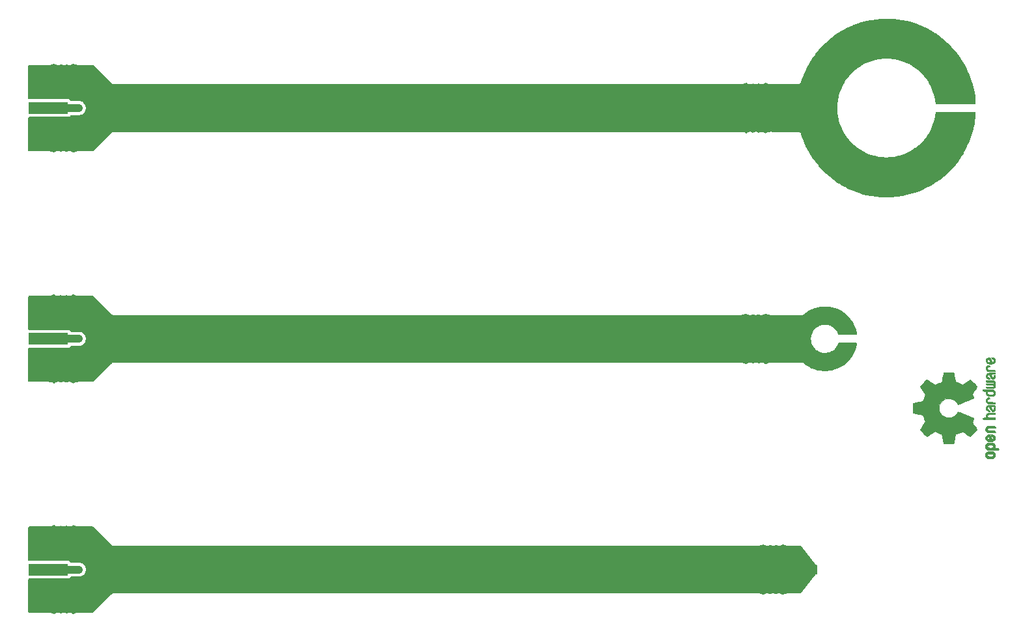
<source format=gtl>
G04 #@! TF.GenerationSoftware,KiCad,Pcbnew,(6.0.1)*
G04 #@! TF.CreationDate,2023-07-16T14:40:23+02:00*
G04 #@! TF.ProjectId,panel,70616e65-6c2e-46b6-9963-61645f706362,rev?*
G04 #@! TF.SameCoordinates,Original*
G04 #@! TF.FileFunction,Copper,L1,Top*
G04 #@! TF.FilePolarity,Positive*
%FSLAX46Y46*%
G04 Gerber Fmt 4.6, Leading zero omitted, Abs format (unit mm)*
G04 Created by KiCad (PCBNEW (6.0.1)) date 2023-07-16 14:40:23*
%MOMM*%
%LPD*%
G01*
G04 APERTURE LIST*
G04 #@! TA.AperFunction,EtchedComponent*
%ADD10C,0.010000*%
G04 #@! TD*
G04 #@! TA.AperFunction,SMDPad,CuDef*
%ADD11R,5.080000X1.500000*%
G04 #@! TD*
G04 #@! TA.AperFunction,ViaPad*
%ADD12C,0.500000*%
G04 #@! TD*
G04 #@! TA.AperFunction,Conductor*
%ADD13C,1.000000*%
G04 #@! TD*
G04 APERTURE END LIST*
D10*
X194940018Y-94664310D02*
X194955269Y-94629415D01*
X194955269Y-94629415D02*
X195021235Y-94546123D01*
X195021235Y-94546123D02*
X195116618Y-94474897D01*
X195116618Y-94474897D02*
X195218406Y-94430847D01*
X195218406Y-94430847D02*
X195268587Y-94423678D01*
X195268587Y-94423678D02*
X195338647Y-94447715D01*
X195338647Y-94447715D02*
X195375717Y-94500439D01*
X195375717Y-94500439D02*
X195398164Y-94556969D01*
X195398164Y-94556969D02*
X195402300Y-94582854D01*
X195402300Y-94582854D02*
X195372283Y-94595458D01*
X195372283Y-94595458D02*
X195306961Y-94620346D01*
X195306961Y-94620346D02*
X195277445Y-94631265D01*
X195277445Y-94631265D02*
X195175348Y-94692492D01*
X195175348Y-94692492D02*
X195124423Y-94781139D01*
X195124423Y-94781139D02*
X195125989Y-94894807D01*
X195125989Y-94894807D02*
X195127994Y-94903226D01*
X195127994Y-94903226D02*
X195156767Y-94963912D01*
X195156767Y-94963912D02*
X195212859Y-95008526D01*
X195212859Y-95008526D02*
X195303163Y-95038998D01*
X195303163Y-95038998D02*
X195434571Y-95057256D01*
X195434571Y-95057256D02*
X195613974Y-95065229D01*
X195613974Y-95065229D02*
X195709433Y-95065977D01*
X195709433Y-95065977D02*
X195859913Y-95066348D01*
X195859913Y-95066348D02*
X195962495Y-95068777D01*
X195962495Y-95068777D02*
X196027672Y-95075240D01*
X196027672Y-95075240D02*
X196065938Y-95087712D01*
X196065938Y-95087712D02*
X196087785Y-95108167D01*
X196087785Y-95108167D02*
X196103707Y-95138581D01*
X196103707Y-95138581D02*
X196104509Y-95140339D01*
X196104509Y-95140339D02*
X196129272Y-95198909D01*
X196129272Y-95198909D02*
X196138391Y-95227925D01*
X196138391Y-95227925D02*
X196110822Y-95232384D01*
X196110822Y-95232384D02*
X196034620Y-95236201D01*
X196034620Y-95236201D02*
X195919541Y-95239101D01*
X195919541Y-95239101D02*
X195775341Y-95240809D01*
X195775341Y-95240809D02*
X195669814Y-95241149D01*
X195669814Y-95241149D02*
X195465613Y-95239412D01*
X195465613Y-95239412D02*
X195310697Y-95232618D01*
X195310697Y-95232618D02*
X195196024Y-95218393D01*
X195196024Y-95218393D02*
X195112551Y-95194362D01*
X195112551Y-95194362D02*
X195051236Y-95158152D01*
X195051236Y-95158152D02*
X195003034Y-95107388D01*
X195003034Y-95107388D02*
X194969393Y-95057261D01*
X194969393Y-95057261D02*
X194924619Y-94936725D01*
X194924619Y-94936725D02*
X194914521Y-94796443D01*
X194914521Y-94796443D02*
X194940018Y-94664310D01*
X194940018Y-94664310D02*
X194940018Y-94664310D01*
G36*
X195338647Y-94447715D02*
G01*
X195375717Y-94500439D01*
X195398164Y-94556969D01*
X195402300Y-94582854D01*
X195372283Y-94595458D01*
X195306961Y-94620346D01*
X195277445Y-94631265D01*
X195175348Y-94692492D01*
X195124423Y-94781139D01*
X195125989Y-94894807D01*
X195127994Y-94903226D01*
X195156767Y-94963912D01*
X195212859Y-95008526D01*
X195303163Y-95038998D01*
X195434571Y-95057256D01*
X195613974Y-95065229D01*
X195709433Y-95065977D01*
X195859913Y-95066348D01*
X195962495Y-95068777D01*
X196027672Y-95075240D01*
X196065938Y-95087712D01*
X196087785Y-95108167D01*
X196103707Y-95138581D01*
X196104509Y-95140339D01*
X196129272Y-95198909D01*
X196138391Y-95227925D01*
X196110822Y-95232384D01*
X196034620Y-95236201D01*
X195919541Y-95239101D01*
X195775341Y-95240809D01*
X195669814Y-95241149D01*
X195465613Y-95239412D01*
X195310697Y-95232618D01*
X195196024Y-95218393D01*
X195112551Y-95194362D01*
X195051236Y-95158152D01*
X195003034Y-95107388D01*
X194969393Y-95057261D01*
X194924619Y-94936725D01*
X194914521Y-94796443D01*
X194940018Y-94664310D01*
X194955269Y-94629415D01*
X195021235Y-94546123D01*
X195116618Y-94474897D01*
X195218406Y-94430847D01*
X195268587Y-94423678D01*
X195338647Y-94447715D01*
G37*
X195338647Y-94447715D02*
X195375717Y-94500439D01*
X195398164Y-94556969D01*
X195402300Y-94582854D01*
X195372283Y-94595458D01*
X195306961Y-94620346D01*
X195277445Y-94631265D01*
X195175348Y-94692492D01*
X195124423Y-94781139D01*
X195125989Y-94894807D01*
X195127994Y-94903226D01*
X195156767Y-94963912D01*
X195212859Y-95008526D01*
X195303163Y-95038998D01*
X195434571Y-95057256D01*
X195613974Y-95065229D01*
X195709433Y-95065977D01*
X195859913Y-95066348D01*
X195962495Y-95068777D01*
X196027672Y-95075240D01*
X196065938Y-95087712D01*
X196087785Y-95108167D01*
X196103707Y-95138581D01*
X196104509Y-95140339D01*
X196129272Y-95198909D01*
X196138391Y-95227925D01*
X196110822Y-95232384D01*
X196034620Y-95236201D01*
X195919541Y-95239101D01*
X195775341Y-95240809D01*
X195669814Y-95241149D01*
X195465613Y-95239412D01*
X195310697Y-95232618D01*
X195196024Y-95218393D01*
X195112551Y-95194362D01*
X195051236Y-95158152D01*
X195003034Y-95107388D01*
X194969393Y-95057261D01*
X194924619Y-94936725D01*
X194914521Y-94796443D01*
X194940018Y-94664310D01*
X194955269Y-94629415D01*
X195021235Y-94546123D01*
X195116618Y-94474897D01*
X195218406Y-94430847D01*
X195268587Y-94423678D01*
X195338647Y-94447715D01*
X194861903Y-104828100D02*
X194917522Y-104716550D01*
X194917522Y-104716550D02*
X195019931Y-104618092D01*
X195019931Y-104618092D02*
X195057864Y-104590977D01*
X195057864Y-104590977D02*
X195107500Y-104561438D01*
X195107500Y-104561438D02*
X195161412Y-104542272D01*
X195161412Y-104542272D02*
X195233364Y-104531307D01*
X195233364Y-104531307D02*
X195337122Y-104526371D01*
X195337122Y-104526371D02*
X195474101Y-104525287D01*
X195474101Y-104525287D02*
X195661815Y-104530182D01*
X195661815Y-104530182D02*
X195802758Y-104547196D01*
X195802758Y-104547196D02*
X195907908Y-104579823D01*
X195907908Y-104579823D02*
X195988243Y-104631558D01*
X195988243Y-104631558D02*
X196054741Y-104705896D01*
X196054741Y-104705896D02*
X196058678Y-104711358D01*
X196058678Y-104711358D02*
X196098953Y-104784620D01*
X196098953Y-104784620D02*
X196118880Y-104872840D01*
X196118880Y-104872840D02*
X196123793Y-104985038D01*
X196123793Y-104985038D02*
X196123793Y-105167433D01*
X196123793Y-105167433D02*
X196300857Y-105167509D01*
X196300857Y-105167509D02*
X196399470Y-105169207D01*
X196399470Y-105169207D02*
X196457314Y-105179550D01*
X196457314Y-105179550D02*
X196492006Y-105206578D01*
X196492006Y-105206578D02*
X196521164Y-105258332D01*
X196521164Y-105258332D02*
X196527121Y-105270761D01*
X196527121Y-105270761D02*
X196555039Y-105328923D01*
X196555039Y-105328923D02*
X196572672Y-105373956D01*
X196572672Y-105373956D02*
X196574194Y-105407441D01*
X196574194Y-105407441D02*
X196553781Y-105430962D01*
X196553781Y-105430962D02*
X196505607Y-105446100D01*
X196505607Y-105446100D02*
X196423846Y-105454437D01*
X196423846Y-105454437D02*
X196302672Y-105457556D01*
X196302672Y-105457556D02*
X196136260Y-105457040D01*
X196136260Y-105457040D02*
X195918785Y-105454471D01*
X195918785Y-105454471D02*
X195853736Y-105453668D01*
X195853736Y-105453668D02*
X195629502Y-105450778D01*
X195629502Y-105450778D02*
X195482821Y-105448188D01*
X195482821Y-105448188D02*
X195482821Y-105167586D01*
X195482821Y-105167586D02*
X195607326Y-105166009D01*
X195607326Y-105166009D02*
X195688787Y-105159000D01*
X195688787Y-105159000D02*
X195742515Y-105143142D01*
X195742515Y-105143142D02*
X195783823Y-105115019D01*
X195783823Y-105115019D02*
X195803971Y-105095925D01*
X195803971Y-105095925D02*
X195862921Y-105017865D01*
X195862921Y-105017865D02*
X195867720Y-104948753D01*
X195867720Y-104948753D02*
X195819038Y-104877440D01*
X195819038Y-104877440D02*
X195817241Y-104875632D01*
X195817241Y-104875632D02*
X195779618Y-104846617D01*
X195779618Y-104846617D02*
X195728484Y-104828967D01*
X195728484Y-104828967D02*
X195649738Y-104820064D01*
X195649738Y-104820064D02*
X195529276Y-104817291D01*
X195529276Y-104817291D02*
X195502588Y-104817241D01*
X195502588Y-104817241D02*
X195336583Y-104823942D01*
X195336583Y-104823942D02*
X195221505Y-104845752D01*
X195221505Y-104845752D02*
X195151254Y-104885235D01*
X195151254Y-104885235D02*
X195119729Y-104944956D01*
X195119729Y-104944956D02*
X195116552Y-104979472D01*
X195116552Y-104979472D02*
X195131460Y-105061389D01*
X195131460Y-105061389D02*
X195180548Y-105117579D01*
X195180548Y-105117579D02*
X195270362Y-105151402D01*
X195270362Y-105151402D02*
X195407445Y-105166220D01*
X195407445Y-105166220D02*
X195482821Y-105167586D01*
X195482821Y-105167586D02*
X195482821Y-105448188D01*
X195482821Y-105448188D02*
X195455952Y-105447713D01*
X195455952Y-105447713D02*
X195325382Y-105443753D01*
X195325382Y-105443753D02*
X195230087Y-105438174D01*
X195230087Y-105438174D02*
X195162364Y-105430254D01*
X195162364Y-105430254D02*
X195114507Y-105419269D01*
X195114507Y-105419269D02*
X195078813Y-105404499D01*
X195078813Y-105404499D02*
X195047578Y-105385218D01*
X195047578Y-105385218D02*
X195035824Y-105376951D01*
X195035824Y-105376951D02*
X194924797Y-105267288D01*
X194924797Y-105267288D02*
X194861847Y-105128635D01*
X194861847Y-105128635D02*
X194844297Y-104968246D01*
X194844297Y-104968246D02*
X194861903Y-104828100D01*
X194861903Y-104828100D02*
X194861903Y-104828100D01*
G36*
X195325382Y-105443753D02*
G01*
X195230087Y-105438174D01*
X195162364Y-105430254D01*
X195114507Y-105419269D01*
X195078813Y-105404499D01*
X195047578Y-105385218D01*
X195035824Y-105376951D01*
X194924797Y-105267288D01*
X194861847Y-105128635D01*
X194845525Y-104979472D01*
X195116552Y-104979472D01*
X195131460Y-105061389D01*
X195180548Y-105117579D01*
X195270362Y-105151402D01*
X195407445Y-105166220D01*
X195482821Y-105167586D01*
X195607326Y-105166009D01*
X195688787Y-105159000D01*
X195742515Y-105143142D01*
X195783823Y-105115019D01*
X195803971Y-105095925D01*
X195862921Y-105017865D01*
X195867720Y-104948753D01*
X195819038Y-104877440D01*
X195817241Y-104875632D01*
X195779618Y-104846617D01*
X195728484Y-104828967D01*
X195649738Y-104820064D01*
X195529276Y-104817291D01*
X195502588Y-104817241D01*
X195336583Y-104823942D01*
X195221505Y-104845752D01*
X195151254Y-104885235D01*
X195119729Y-104944956D01*
X195116552Y-104979472D01*
X194845525Y-104979472D01*
X194844297Y-104968246D01*
X194861903Y-104828100D01*
X194917522Y-104716550D01*
X195019931Y-104618092D01*
X195057864Y-104590977D01*
X195107500Y-104561438D01*
X195161412Y-104542272D01*
X195233364Y-104531307D01*
X195337122Y-104526371D01*
X195474101Y-104525287D01*
X195661815Y-104530182D01*
X195802758Y-104547196D01*
X195907908Y-104579823D01*
X195988243Y-104631558D01*
X196054741Y-104705896D01*
X196058678Y-104711358D01*
X196098953Y-104784620D01*
X196118880Y-104872840D01*
X196123793Y-104985038D01*
X196123793Y-105167433D01*
X196300857Y-105167509D01*
X196399470Y-105169207D01*
X196457314Y-105179550D01*
X196492006Y-105206578D01*
X196521164Y-105258332D01*
X196527121Y-105270761D01*
X196555039Y-105328923D01*
X196572672Y-105373956D01*
X196574194Y-105407441D01*
X196553781Y-105430962D01*
X196505607Y-105446100D01*
X196423846Y-105454437D01*
X196302672Y-105457556D01*
X196136260Y-105457040D01*
X195918785Y-105454471D01*
X195853736Y-105453668D01*
X195629502Y-105450778D01*
X195482821Y-105448188D01*
X195455952Y-105447713D01*
X195325382Y-105443753D01*
G37*
X195325382Y-105443753D02*
X195230087Y-105438174D01*
X195162364Y-105430254D01*
X195114507Y-105419269D01*
X195078813Y-105404499D01*
X195047578Y-105385218D01*
X195035824Y-105376951D01*
X194924797Y-105267288D01*
X194861847Y-105128635D01*
X194845525Y-104979472D01*
X195116552Y-104979472D01*
X195131460Y-105061389D01*
X195180548Y-105117579D01*
X195270362Y-105151402D01*
X195407445Y-105166220D01*
X195482821Y-105167586D01*
X195607326Y-105166009D01*
X195688787Y-105159000D01*
X195742515Y-105143142D01*
X195783823Y-105115019D01*
X195803971Y-105095925D01*
X195862921Y-105017865D01*
X195867720Y-104948753D01*
X195819038Y-104877440D01*
X195817241Y-104875632D01*
X195779618Y-104846617D01*
X195728484Y-104828967D01*
X195649738Y-104820064D01*
X195529276Y-104817291D01*
X195502588Y-104817241D01*
X195336583Y-104823942D01*
X195221505Y-104845752D01*
X195151254Y-104885235D01*
X195119729Y-104944956D01*
X195116552Y-104979472D01*
X194845525Y-104979472D01*
X194844297Y-104968246D01*
X194861903Y-104828100D01*
X194917522Y-104716550D01*
X195019931Y-104618092D01*
X195057864Y-104590977D01*
X195107500Y-104561438D01*
X195161412Y-104542272D01*
X195233364Y-104531307D01*
X195337122Y-104526371D01*
X195474101Y-104525287D01*
X195661815Y-104530182D01*
X195802758Y-104547196D01*
X195907908Y-104579823D01*
X195988243Y-104631558D01*
X196054741Y-104705896D01*
X196058678Y-104711358D01*
X196098953Y-104784620D01*
X196118880Y-104872840D01*
X196123793Y-104985038D01*
X196123793Y-105167433D01*
X196300857Y-105167509D01*
X196399470Y-105169207D01*
X196457314Y-105179550D01*
X196492006Y-105206578D01*
X196521164Y-105258332D01*
X196527121Y-105270761D01*
X196555039Y-105328923D01*
X196572672Y-105373956D01*
X196574194Y-105407441D01*
X196553781Y-105430962D01*
X196505607Y-105446100D01*
X196423846Y-105454437D01*
X196302672Y-105457556D01*
X196136260Y-105457040D01*
X195918785Y-105454471D01*
X195853736Y-105453668D01*
X195629502Y-105450778D01*
X195482821Y-105448188D01*
X195455952Y-105447713D01*
X195325382Y-105443753D01*
X194921920Y-98934057D02*
X194970859Y-98801435D01*
X194970859Y-98801435D02*
X195057419Y-98693990D01*
X195057419Y-98693990D02*
X195118352Y-98651968D01*
X195118352Y-98651968D02*
X195230161Y-98606157D01*
X195230161Y-98606157D02*
X195311006Y-98607109D01*
X195311006Y-98607109D02*
X195365378Y-98655192D01*
X195365378Y-98655192D02*
X195374624Y-98672983D01*
X195374624Y-98672983D02*
X195403450Y-98749796D01*
X195403450Y-98749796D02*
X195396065Y-98789024D01*
X195396065Y-98789024D02*
X195347658Y-98802311D01*
X195347658Y-98802311D02*
X195320920Y-98802988D01*
X195320920Y-98802988D02*
X195222548Y-98827314D01*
X195222548Y-98827314D02*
X195153734Y-98890719D01*
X195153734Y-98890719D02*
X195120498Y-98978846D01*
X195120498Y-98978846D02*
X195128861Y-99077337D01*
X195128861Y-99077337D02*
X195172296Y-99157398D01*
X195172296Y-99157398D02*
X195197072Y-99184439D01*
X195197072Y-99184439D02*
X195227129Y-99203606D01*
X195227129Y-99203606D02*
X195272565Y-99216554D01*
X195272565Y-99216554D02*
X195343476Y-99224936D01*
X195343476Y-99224936D02*
X195449960Y-99230407D01*
X195449960Y-99230407D02*
X195602112Y-99234622D01*
X195602112Y-99234622D02*
X195650287Y-99235713D01*
X195650287Y-99235713D02*
X195815095Y-99239693D01*
X195815095Y-99239693D02*
X195931088Y-99244219D01*
X195931088Y-99244219D02*
X196007833Y-99251005D01*
X196007833Y-99251005D02*
X196054893Y-99261769D01*
X196054893Y-99261769D02*
X196081835Y-99278227D01*
X196081835Y-99278227D02*
X196098223Y-99302094D01*
X196098223Y-99302094D02*
X196105463Y-99317374D01*
X196105463Y-99317374D02*
X196130220Y-99382267D01*
X196130220Y-99382267D02*
X196138391Y-99420466D01*
X196138391Y-99420466D02*
X196111103Y-99433088D01*
X196111103Y-99433088D02*
X196028603Y-99440792D01*
X196028603Y-99440792D02*
X195889941Y-99443620D01*
X195889941Y-99443620D02*
X195694162Y-99441614D01*
X195694162Y-99441614D02*
X195663965Y-99440989D01*
X195663965Y-99440989D02*
X195485349Y-99436579D01*
X195485349Y-99436579D02*
X195354923Y-99431365D01*
X195354923Y-99431365D02*
X195262492Y-99423945D01*
X195262492Y-99423945D02*
X195197858Y-99412918D01*
X195197858Y-99412918D02*
X195150825Y-99396883D01*
X195150825Y-99396883D02*
X195111196Y-99374439D01*
X195111196Y-99374439D02*
X195094215Y-99362698D01*
X195094215Y-99362698D02*
X195019080Y-99295381D01*
X195019080Y-99295381D02*
X194960638Y-99220090D01*
X194960638Y-99220090D02*
X194955536Y-99210872D01*
X194955536Y-99210872D02*
X194915260Y-99075867D01*
X194915260Y-99075867D02*
X194921920Y-98934057D01*
X194921920Y-98934057D02*
X194921920Y-98934057D01*
G36*
X195311006Y-98607109D02*
G01*
X195365378Y-98655192D01*
X195374624Y-98672983D01*
X195403450Y-98749796D01*
X195396065Y-98789024D01*
X195347658Y-98802311D01*
X195320920Y-98802988D01*
X195222548Y-98827314D01*
X195153734Y-98890719D01*
X195120498Y-98978846D01*
X195128861Y-99077337D01*
X195172296Y-99157398D01*
X195197072Y-99184439D01*
X195227129Y-99203606D01*
X195272565Y-99216554D01*
X195343476Y-99224936D01*
X195449960Y-99230407D01*
X195602112Y-99234622D01*
X195650287Y-99235713D01*
X195815095Y-99239693D01*
X195931088Y-99244219D01*
X196007833Y-99251005D01*
X196054893Y-99261769D01*
X196081835Y-99278227D01*
X196098223Y-99302094D01*
X196105463Y-99317374D01*
X196130220Y-99382267D01*
X196138391Y-99420466D01*
X196111103Y-99433088D01*
X196028603Y-99440792D01*
X195889941Y-99443620D01*
X195694162Y-99441614D01*
X195663965Y-99440989D01*
X195485349Y-99436579D01*
X195354923Y-99431365D01*
X195262492Y-99423945D01*
X195197858Y-99412918D01*
X195150825Y-99396883D01*
X195111196Y-99374439D01*
X195094215Y-99362698D01*
X195019080Y-99295381D01*
X194960638Y-99220090D01*
X194955536Y-99210872D01*
X194915260Y-99075867D01*
X194921920Y-98934057D01*
X194970859Y-98801435D01*
X195057419Y-98693990D01*
X195118352Y-98651968D01*
X195230161Y-98606157D01*
X195311006Y-98607109D01*
G37*
X195311006Y-98607109D02*
X195365378Y-98655192D01*
X195374624Y-98672983D01*
X195403450Y-98749796D01*
X195396065Y-98789024D01*
X195347658Y-98802311D01*
X195320920Y-98802988D01*
X195222548Y-98827314D01*
X195153734Y-98890719D01*
X195120498Y-98978846D01*
X195128861Y-99077337D01*
X195172296Y-99157398D01*
X195197072Y-99184439D01*
X195227129Y-99203606D01*
X195272565Y-99216554D01*
X195343476Y-99224936D01*
X195449960Y-99230407D01*
X195602112Y-99234622D01*
X195650287Y-99235713D01*
X195815095Y-99239693D01*
X195931088Y-99244219D01*
X196007833Y-99251005D01*
X196054893Y-99261769D01*
X196081835Y-99278227D01*
X196098223Y-99302094D01*
X196105463Y-99317374D01*
X196130220Y-99382267D01*
X196138391Y-99420466D01*
X196111103Y-99433088D01*
X196028603Y-99440792D01*
X195889941Y-99443620D01*
X195694162Y-99441614D01*
X195663965Y-99440989D01*
X195485349Y-99436579D01*
X195354923Y-99431365D01*
X195262492Y-99423945D01*
X195197858Y-99412918D01*
X195150825Y-99396883D01*
X195111196Y-99374439D01*
X195094215Y-99362698D01*
X195019080Y-99295381D01*
X194960638Y-99220090D01*
X194955536Y-99210872D01*
X194915260Y-99075867D01*
X194921920Y-98934057D01*
X194970859Y-98801435D01*
X195057419Y-98693990D01*
X195118352Y-98651968D01*
X195230161Y-98606157D01*
X195311006Y-98607109D01*
X194935156Y-95685594D02*
X194973393Y-95601531D01*
X194973393Y-95601531D02*
X195019726Y-95535550D01*
X195019726Y-95535550D02*
X195071532Y-95487206D01*
X195071532Y-95487206D02*
X195138363Y-95453828D01*
X195138363Y-95453828D02*
X195229769Y-95432747D01*
X195229769Y-95432747D02*
X195355301Y-95421293D01*
X195355301Y-95421293D02*
X195524508Y-95416797D01*
X195524508Y-95416797D02*
X195635933Y-95416322D01*
X195635933Y-95416322D02*
X196070627Y-95416322D01*
X196070627Y-95416322D02*
X196104509Y-95490684D01*
X196104509Y-95490684D02*
X196129272Y-95549254D01*
X196129272Y-95549254D02*
X196138391Y-95578270D01*
X196138391Y-95578270D02*
X196111257Y-95583821D01*
X196111257Y-95583821D02*
X196038094Y-95588225D01*
X196038094Y-95588225D02*
X195931263Y-95590922D01*
X195931263Y-95590922D02*
X195846437Y-95591494D01*
X195846437Y-95591494D02*
X195723887Y-95593954D01*
X195723887Y-95593954D02*
X195626668Y-95600588D01*
X195626668Y-95600588D02*
X195567134Y-95610274D01*
X195567134Y-95610274D02*
X195554483Y-95617968D01*
X195554483Y-95617968D02*
X195567402Y-95669689D01*
X195567402Y-95669689D02*
X195600539Y-95750883D01*
X195600539Y-95750883D02*
X195645461Y-95844898D01*
X195645461Y-95844898D02*
X195693735Y-95935083D01*
X195693735Y-95935083D02*
X195736928Y-96004785D01*
X195736928Y-96004785D02*
X195766608Y-96037352D01*
X195766608Y-96037352D02*
X195766929Y-96037481D01*
X195766929Y-96037481D02*
X195821857Y-96034680D01*
X195821857Y-96034680D02*
X195874292Y-96009561D01*
X195874292Y-96009561D02*
X195916881Y-95965459D01*
X195916881Y-95965459D02*
X195931126Y-95901091D01*
X195931126Y-95901091D02*
X195929466Y-95846079D01*
X195929466Y-95846079D02*
X195928245Y-95768165D01*
X195928245Y-95768165D02*
X195946498Y-95727268D01*
X195946498Y-95727268D02*
X195994726Y-95702705D01*
X195994726Y-95702705D02*
X196003820Y-95699608D01*
X196003820Y-95699608D02*
X196072598Y-95688960D01*
X196072598Y-95688960D02*
X196114360Y-95717435D01*
X196114360Y-95717435D02*
X196134263Y-95791656D01*
X196134263Y-95791656D02*
X196137944Y-95871832D01*
X196137944Y-95871832D02*
X196110658Y-96016110D01*
X196110658Y-96016110D02*
X196071690Y-96090797D01*
X196071690Y-96090797D02*
X195980148Y-96183037D01*
X195980148Y-96183037D02*
X195867782Y-96231957D01*
X195867782Y-96231957D02*
X195749051Y-96236346D01*
X195749051Y-96236346D02*
X195638411Y-96194999D01*
X195638411Y-96194999D02*
X195569080Y-96132803D01*
X195569080Y-96132803D02*
X195530265Y-96070706D01*
X195530265Y-96070706D02*
X195481125Y-95973105D01*
X195481125Y-95973105D02*
X195431292Y-95859368D01*
X195431292Y-95859368D02*
X195423677Y-95840410D01*
X195423677Y-95840410D02*
X195368545Y-95715479D01*
X195368545Y-95715479D02*
X195319954Y-95643461D01*
X195319954Y-95643461D02*
X195271647Y-95620300D01*
X195271647Y-95620300D02*
X195217370Y-95641936D01*
X195217370Y-95641936D02*
X195174943Y-95679080D01*
X195174943Y-95679080D02*
X195122702Y-95766873D01*
X195122702Y-95766873D02*
X195118784Y-95863470D01*
X195118784Y-95863470D02*
X195159041Y-95952056D01*
X195159041Y-95952056D02*
X195239326Y-96015814D01*
X195239326Y-96015814D02*
X195260040Y-96024183D01*
X195260040Y-96024183D02*
X195336225Y-96072904D01*
X195336225Y-96072904D02*
X195392785Y-96144035D01*
X195392785Y-96144035D02*
X195439201Y-96233793D01*
X195439201Y-96233793D02*
X195307584Y-96233793D01*
X195307584Y-96233793D02*
X195227168Y-96228510D01*
X195227168Y-96228510D02*
X195163786Y-96205858D01*
X195163786Y-96205858D02*
X195096163Y-96155633D01*
X195096163Y-96155633D02*
X195044076Y-96107418D01*
X195044076Y-96107418D02*
X194970322Y-96032446D01*
X194970322Y-96032446D02*
X194930702Y-95974194D01*
X194930702Y-95974194D02*
X194914810Y-95911628D01*
X194914810Y-95911628D02*
X194912184Y-95840807D01*
X194912184Y-95840807D02*
X194935156Y-95685594D01*
X194935156Y-95685594D02*
X194935156Y-95685594D01*
G36*
X196104509Y-95490684D02*
G01*
X196129272Y-95549254D01*
X196138391Y-95578270D01*
X196111257Y-95583821D01*
X196038094Y-95588225D01*
X195931263Y-95590922D01*
X195846437Y-95591494D01*
X195723887Y-95593954D01*
X195626668Y-95600588D01*
X195567134Y-95610274D01*
X195554483Y-95617968D01*
X195567402Y-95669689D01*
X195600539Y-95750883D01*
X195645461Y-95844898D01*
X195693735Y-95935083D01*
X195736928Y-96004785D01*
X195766608Y-96037352D01*
X195766929Y-96037481D01*
X195821857Y-96034680D01*
X195874292Y-96009561D01*
X195916881Y-95965459D01*
X195931126Y-95901091D01*
X195929466Y-95846079D01*
X195928245Y-95768165D01*
X195946498Y-95727268D01*
X195994726Y-95702705D01*
X196003820Y-95699608D01*
X196072598Y-95688960D01*
X196114360Y-95717435D01*
X196134263Y-95791656D01*
X196137944Y-95871832D01*
X196110658Y-96016110D01*
X196071690Y-96090797D01*
X195980148Y-96183037D01*
X195867782Y-96231957D01*
X195749051Y-96236346D01*
X195638411Y-96194999D01*
X195569080Y-96132803D01*
X195530265Y-96070706D01*
X195481125Y-95973105D01*
X195431292Y-95859368D01*
X195423677Y-95840410D01*
X195368545Y-95715479D01*
X195319954Y-95643461D01*
X195271647Y-95620300D01*
X195217370Y-95641936D01*
X195174943Y-95679080D01*
X195122702Y-95766873D01*
X195118784Y-95863470D01*
X195159041Y-95952056D01*
X195239326Y-96015814D01*
X195260040Y-96024183D01*
X195336225Y-96072904D01*
X195392785Y-96144035D01*
X195439201Y-96233793D01*
X195307584Y-96233793D01*
X195227168Y-96228510D01*
X195163786Y-96205858D01*
X195096163Y-96155633D01*
X195044076Y-96107418D01*
X194970322Y-96032446D01*
X194930702Y-95974194D01*
X194914810Y-95911628D01*
X194912184Y-95840807D01*
X194935156Y-95685594D01*
X194973393Y-95601531D01*
X195019726Y-95535550D01*
X195071532Y-95487206D01*
X195138363Y-95453828D01*
X195229769Y-95432747D01*
X195355301Y-95421293D01*
X195524508Y-95416797D01*
X195635933Y-95416322D01*
X196070627Y-95416322D01*
X196104509Y-95490684D01*
G37*
X196104509Y-95490684D02*
X196129272Y-95549254D01*
X196138391Y-95578270D01*
X196111257Y-95583821D01*
X196038094Y-95588225D01*
X195931263Y-95590922D01*
X195846437Y-95591494D01*
X195723887Y-95593954D01*
X195626668Y-95600588D01*
X195567134Y-95610274D01*
X195554483Y-95617968D01*
X195567402Y-95669689D01*
X195600539Y-95750883D01*
X195645461Y-95844898D01*
X195693735Y-95935083D01*
X195736928Y-96004785D01*
X195766608Y-96037352D01*
X195766929Y-96037481D01*
X195821857Y-96034680D01*
X195874292Y-96009561D01*
X195916881Y-95965459D01*
X195931126Y-95901091D01*
X195929466Y-95846079D01*
X195928245Y-95768165D01*
X195946498Y-95727268D01*
X195994726Y-95702705D01*
X196003820Y-95699608D01*
X196072598Y-95688960D01*
X196114360Y-95717435D01*
X196134263Y-95791656D01*
X196137944Y-95871832D01*
X196110658Y-96016110D01*
X196071690Y-96090797D01*
X195980148Y-96183037D01*
X195867782Y-96231957D01*
X195749051Y-96236346D01*
X195638411Y-96194999D01*
X195569080Y-96132803D01*
X195530265Y-96070706D01*
X195481125Y-95973105D01*
X195431292Y-95859368D01*
X195423677Y-95840410D01*
X195368545Y-95715479D01*
X195319954Y-95643461D01*
X195271647Y-95620300D01*
X195217370Y-95641936D01*
X195174943Y-95679080D01*
X195122702Y-95766873D01*
X195118784Y-95863470D01*
X195159041Y-95952056D01*
X195239326Y-96015814D01*
X195260040Y-96024183D01*
X195336225Y-96072904D01*
X195392785Y-96144035D01*
X195439201Y-96233793D01*
X195307584Y-96233793D01*
X195227168Y-96228510D01*
X195163786Y-96205858D01*
X195096163Y-96155633D01*
X195044076Y-96107418D01*
X194970322Y-96032446D01*
X194930702Y-95974194D01*
X194914810Y-95911628D01*
X194912184Y-95840807D01*
X194935156Y-95685594D01*
X194973393Y-95601531D01*
X195019726Y-95535550D01*
X195071532Y-95487206D01*
X195138363Y-95453828D01*
X195229769Y-95432747D01*
X195355301Y-95421293D01*
X195524508Y-95416797D01*
X195635933Y-95416322D01*
X196070627Y-95416322D01*
X196104509Y-95490684D01*
X195154455Y-97606086D02*
X195372661Y-97606457D01*
X195372661Y-97606457D02*
X195540519Y-97607892D01*
X195540519Y-97607892D02*
X195666070Y-97610998D01*
X195666070Y-97610998D02*
X195757355Y-97616378D01*
X195757355Y-97616378D02*
X195822415Y-97624638D01*
X195822415Y-97624638D02*
X195869291Y-97636384D01*
X195869291Y-97636384D02*
X195906024Y-97652219D01*
X195906024Y-97652219D02*
X195926991Y-97664210D01*
X195926991Y-97664210D02*
X196040694Y-97763510D01*
X196040694Y-97763510D02*
X196111965Y-97889412D01*
X196111965Y-97889412D02*
X196137538Y-98028709D01*
X196137538Y-98028709D02*
X196114150Y-98168195D01*
X196114150Y-98168195D02*
X196072119Y-98251257D01*
X196072119Y-98251257D02*
X195999411Y-98338455D01*
X195999411Y-98338455D02*
X195910612Y-98397883D01*
X195910612Y-98397883D02*
X195794320Y-98433739D01*
X195794320Y-98433739D02*
X195639135Y-98450219D01*
X195639135Y-98450219D02*
X195525287Y-98452553D01*
X195525287Y-98452553D02*
X195517106Y-98452239D01*
X195517106Y-98452239D02*
X195517106Y-98248276D01*
X195517106Y-98248276D02*
X195647657Y-98247030D01*
X195647657Y-98247030D02*
X195734080Y-98241322D01*
X195734080Y-98241322D02*
X195790618Y-98228196D01*
X195790618Y-98228196D02*
X195831514Y-98204694D01*
X195831514Y-98204694D02*
X195862362Y-98176614D01*
X195862362Y-98176614D02*
X195921905Y-98082312D01*
X195921905Y-98082312D02*
X195926992Y-97981060D01*
X195926992Y-97981060D02*
X195877279Y-97885364D01*
X195877279Y-97885364D02*
X195870543Y-97877916D01*
X195870543Y-97877916D02*
X195835502Y-97846126D01*
X195835502Y-97846126D02*
X195793811Y-97826192D01*
X195793811Y-97826192D02*
X195731762Y-97815400D01*
X195731762Y-97815400D02*
X195635644Y-97811035D01*
X195635644Y-97811035D02*
X195529379Y-97810345D01*
X195529379Y-97810345D02*
X195395880Y-97811841D01*
X195395880Y-97811841D02*
X195306822Y-97818036D01*
X195306822Y-97818036D02*
X195248293Y-97831486D01*
X195248293Y-97831486D02*
X195206382Y-97854749D01*
X195206382Y-97854749D02*
X195184123Y-97873825D01*
X195184123Y-97873825D02*
X195127985Y-97962437D01*
X195127985Y-97962437D02*
X195121235Y-98064492D01*
X195121235Y-98064492D02*
X195164114Y-98161905D01*
X195164114Y-98161905D02*
X195180032Y-98180704D01*
X195180032Y-98180704D02*
X195215382Y-98212707D01*
X195215382Y-98212707D02*
X195257502Y-98232682D01*
X195257502Y-98232682D02*
X195320251Y-98243407D01*
X195320251Y-98243407D02*
X195417487Y-98247661D01*
X195417487Y-98247661D02*
X195517106Y-98248276D01*
X195517106Y-98248276D02*
X195517106Y-98452239D01*
X195517106Y-98452239D02*
X195341947Y-98445496D01*
X195341947Y-98445496D02*
X195204195Y-98421528D01*
X195204195Y-98421528D02*
X195100632Y-98376452D01*
X195100632Y-98376452D02*
X195019856Y-98306072D01*
X195019856Y-98306072D02*
X194978455Y-98251257D01*
X194978455Y-98251257D02*
X194933728Y-98151624D01*
X194933728Y-98151624D02*
X194912967Y-98036145D01*
X194912967Y-98036145D02*
X194918525Y-97928801D01*
X194918525Y-97928801D02*
X194940943Y-97868736D01*
X194940943Y-97868736D02*
X194947323Y-97845165D01*
X194947323Y-97845165D02*
X194923535Y-97829523D01*
X194923535Y-97829523D02*
X194859788Y-97818605D01*
X194859788Y-97818605D02*
X194762687Y-97810345D01*
X194762687Y-97810345D02*
X194654541Y-97801301D01*
X194654541Y-97801301D02*
X194589475Y-97788739D01*
X194589475Y-97788739D02*
X194552268Y-97765881D01*
X194552268Y-97765881D02*
X194527699Y-97725949D01*
X194527699Y-97725949D02*
X194516819Y-97700862D01*
X194516819Y-97700862D02*
X194477072Y-97605977D01*
X194477072Y-97605977D02*
X195154455Y-97606086D01*
X195154455Y-97606086D02*
X195154455Y-97606086D01*
G36*
X195204195Y-98421528D02*
G01*
X195100632Y-98376452D01*
X195019856Y-98306072D01*
X194978455Y-98251257D01*
X194933728Y-98151624D01*
X194918063Y-98064492D01*
X195121235Y-98064492D01*
X195164114Y-98161905D01*
X195180032Y-98180704D01*
X195215382Y-98212707D01*
X195257502Y-98232682D01*
X195320251Y-98243407D01*
X195417487Y-98247661D01*
X195517106Y-98248276D01*
X195647657Y-98247030D01*
X195734080Y-98241322D01*
X195790618Y-98228196D01*
X195831514Y-98204694D01*
X195862362Y-98176614D01*
X195921905Y-98082312D01*
X195926992Y-97981060D01*
X195877279Y-97885364D01*
X195870543Y-97877916D01*
X195835502Y-97846126D01*
X195793811Y-97826192D01*
X195731762Y-97815400D01*
X195635644Y-97811035D01*
X195529379Y-97810345D01*
X195395880Y-97811841D01*
X195306822Y-97818036D01*
X195248293Y-97831486D01*
X195206382Y-97854749D01*
X195184123Y-97873825D01*
X195127985Y-97962437D01*
X195121235Y-98064492D01*
X194918063Y-98064492D01*
X194912967Y-98036145D01*
X194918525Y-97928801D01*
X194940943Y-97868736D01*
X194947323Y-97845165D01*
X194923535Y-97829523D01*
X194859788Y-97818605D01*
X194762687Y-97810345D01*
X194654541Y-97801301D01*
X194589475Y-97788739D01*
X194552268Y-97765881D01*
X194527699Y-97725949D01*
X194516819Y-97700862D01*
X194477072Y-97605977D01*
X195154455Y-97606086D01*
X195372661Y-97606457D01*
X195540519Y-97607892D01*
X195666070Y-97610998D01*
X195757355Y-97616378D01*
X195822415Y-97624638D01*
X195869291Y-97636384D01*
X195906024Y-97652219D01*
X195926991Y-97664210D01*
X196040694Y-97763510D01*
X196111965Y-97889412D01*
X196137538Y-98028709D01*
X196114150Y-98168195D01*
X196072119Y-98251257D01*
X195999411Y-98338455D01*
X195910612Y-98397883D01*
X195794320Y-98433739D01*
X195639135Y-98450219D01*
X195525287Y-98452553D01*
X195517106Y-98452239D01*
X195341947Y-98445496D01*
X195204195Y-98421528D01*
G37*
X195204195Y-98421528D02*
X195100632Y-98376452D01*
X195019856Y-98306072D01*
X194978455Y-98251257D01*
X194933728Y-98151624D01*
X194918063Y-98064492D01*
X195121235Y-98064492D01*
X195164114Y-98161905D01*
X195180032Y-98180704D01*
X195215382Y-98212707D01*
X195257502Y-98232682D01*
X195320251Y-98243407D01*
X195417487Y-98247661D01*
X195517106Y-98248276D01*
X195647657Y-98247030D01*
X195734080Y-98241322D01*
X195790618Y-98228196D01*
X195831514Y-98204694D01*
X195862362Y-98176614D01*
X195921905Y-98082312D01*
X195926992Y-97981060D01*
X195877279Y-97885364D01*
X195870543Y-97877916D01*
X195835502Y-97846126D01*
X195793811Y-97826192D01*
X195731762Y-97815400D01*
X195635644Y-97811035D01*
X195529379Y-97810345D01*
X195395880Y-97811841D01*
X195306822Y-97818036D01*
X195248293Y-97831486D01*
X195206382Y-97854749D01*
X195184123Y-97873825D01*
X195127985Y-97962437D01*
X195121235Y-98064492D01*
X194918063Y-98064492D01*
X194912967Y-98036145D01*
X194918525Y-97928801D01*
X194940943Y-97868736D01*
X194947323Y-97845165D01*
X194923535Y-97829523D01*
X194859788Y-97818605D01*
X194762687Y-97810345D01*
X194654541Y-97801301D01*
X194589475Y-97788739D01*
X194552268Y-97765881D01*
X194527699Y-97725949D01*
X194516819Y-97700862D01*
X194477072Y-97605977D01*
X195154455Y-97606086D01*
X195372661Y-97606457D01*
X195540519Y-97607892D01*
X195666070Y-97610998D01*
X195757355Y-97616378D01*
X195822415Y-97624638D01*
X195869291Y-97636384D01*
X195906024Y-97652219D01*
X195926991Y-97664210D01*
X196040694Y-97763510D01*
X196111965Y-97889412D01*
X196137538Y-98028709D01*
X196114150Y-98168195D01*
X196072119Y-98251257D01*
X195999411Y-98338455D01*
X195910612Y-98397883D01*
X195794320Y-98433739D01*
X195639135Y-98450219D01*
X195525287Y-98452553D01*
X195517106Y-98452239D01*
X195341947Y-98445496D01*
X195204195Y-98421528D01*
X194956540Y-93656561D02*
X195032034Y-93541050D01*
X195032034Y-93541050D02*
X195099617Y-93485336D01*
X195099617Y-93485336D02*
X195222255Y-93441196D01*
X195222255Y-93441196D02*
X195319298Y-93437691D01*
X195319298Y-93437691D02*
X195449056Y-93445632D01*
X195449056Y-93445632D02*
X195580039Y-93744885D01*
X195580039Y-93744885D02*
X195646958Y-93890389D01*
X195646958Y-93890389D02*
X195700790Y-93985463D01*
X195700790Y-93985463D02*
X195747416Y-94034899D01*
X195747416Y-94034899D02*
X195792720Y-94043489D01*
X195792720Y-94043489D02*
X195842582Y-94016028D01*
X195842582Y-94016028D02*
X195875632Y-93985747D01*
X195875632Y-93985747D02*
X195928633Y-93897637D01*
X195928633Y-93897637D02*
X195932347Y-93801804D01*
X195932347Y-93801804D02*
X195891041Y-93713788D01*
X195891041Y-93713788D02*
X195808983Y-93649131D01*
X195808983Y-93649131D02*
X195780008Y-93637567D01*
X195780008Y-93637567D02*
X195689509Y-93582175D01*
X195689509Y-93582175D02*
X195650940Y-93518447D01*
X195650940Y-93518447D02*
X195617946Y-93431034D01*
X195617946Y-93431034D02*
X195743034Y-93431034D01*
X195743034Y-93431034D02*
X195828156Y-93438762D01*
X195828156Y-93438762D02*
X195899938Y-93469034D01*
X195899938Y-93469034D02*
X195982356Y-93532482D01*
X195982356Y-93532482D02*
X195993066Y-93541912D01*
X195993066Y-93541912D02*
X196066391Y-93612487D01*
X196066391Y-93612487D02*
X196105742Y-93673153D01*
X196105742Y-93673153D02*
X196123845Y-93749050D01*
X196123845Y-93749050D02*
X196129774Y-93811970D01*
X196129774Y-93811970D02*
X196131251Y-93924513D01*
X196131251Y-93924513D02*
X196112535Y-94004630D01*
X196112535Y-94004630D02*
X196084747Y-94054610D01*
X196084747Y-94054610D02*
X196023641Y-94133162D01*
X196023641Y-94133162D02*
X195957554Y-94187537D01*
X195957554Y-94187537D02*
X195874441Y-94221948D01*
X195874441Y-94221948D02*
X195762254Y-94240612D01*
X195762254Y-94240612D02*
X195608946Y-94247744D01*
X195608946Y-94247744D02*
X195531136Y-94248313D01*
X195531136Y-94248313D02*
X195437853Y-94246378D01*
X195437853Y-94246378D02*
X195437853Y-94070101D01*
X195437853Y-94070101D02*
X195487896Y-94068056D01*
X195487896Y-94068056D02*
X195496092Y-94062961D01*
X195496092Y-94062961D02*
X195484958Y-94029334D01*
X195484958Y-94029334D02*
X195455493Y-93956970D01*
X195455493Y-93956970D02*
X195413601Y-93860253D01*
X195413601Y-93860253D02*
X195404597Y-93840027D01*
X195404597Y-93840027D02*
X195342442Y-93717797D01*
X195342442Y-93717797D02*
X195287815Y-93650453D01*
X195287815Y-93650453D02*
X195236649Y-93635652D01*
X195236649Y-93635652D02*
X195184876Y-93671053D01*
X195184876Y-93671053D02*
X195162000Y-93700289D01*
X195162000Y-93700289D02*
X195116250Y-93805784D01*
X195116250Y-93805784D02*
X195123808Y-93904524D01*
X195123808Y-93904524D02*
X195179651Y-93987188D01*
X195179651Y-93987188D02*
X195278753Y-94044452D01*
X195278753Y-94044452D02*
X195357414Y-94062812D01*
X195357414Y-94062812D02*
X195437853Y-94070101D01*
X195437853Y-94070101D02*
X195437853Y-94246378D01*
X195437853Y-94246378D02*
X195349351Y-94244541D01*
X195349351Y-94244541D02*
X195214853Y-94230641D01*
X195214853Y-94230641D02*
X195116916Y-94203106D01*
X195116916Y-94203106D02*
X195044811Y-94158428D01*
X195044811Y-94158428D02*
X194987813Y-94093099D01*
X194987813Y-94093099D02*
X194969393Y-94064617D01*
X194969393Y-94064617D02*
X194921422Y-93935237D01*
X194921422Y-93935237D02*
X194918403Y-93793588D01*
X194918403Y-93793588D02*
X194956540Y-93656561D01*
X194956540Y-93656561D02*
X194956540Y-93656561D01*
G36*
X195214853Y-94230641D02*
G01*
X195116916Y-94203106D01*
X195044811Y-94158428D01*
X194987813Y-94093099D01*
X194969393Y-94064617D01*
X194921422Y-93935237D01*
X194918663Y-93805784D01*
X195116250Y-93805784D01*
X195123808Y-93904524D01*
X195179651Y-93987188D01*
X195278753Y-94044452D01*
X195357414Y-94062812D01*
X195437853Y-94070101D01*
X195487896Y-94068056D01*
X195496092Y-94062961D01*
X195484958Y-94029334D01*
X195455493Y-93956970D01*
X195413601Y-93860253D01*
X195404597Y-93840027D01*
X195342442Y-93717797D01*
X195287815Y-93650453D01*
X195236649Y-93635652D01*
X195184876Y-93671053D01*
X195162000Y-93700289D01*
X195116250Y-93805784D01*
X194918663Y-93805784D01*
X194918403Y-93793588D01*
X194956540Y-93656561D01*
X195032034Y-93541050D01*
X195099617Y-93485336D01*
X195222255Y-93441196D01*
X195319298Y-93437691D01*
X195449056Y-93445632D01*
X195580039Y-93744885D01*
X195646958Y-93890389D01*
X195700790Y-93985463D01*
X195747416Y-94034899D01*
X195792720Y-94043489D01*
X195842582Y-94016028D01*
X195875632Y-93985747D01*
X195928633Y-93897637D01*
X195932347Y-93801804D01*
X195891041Y-93713788D01*
X195808983Y-93649131D01*
X195780008Y-93637567D01*
X195689509Y-93582175D01*
X195650940Y-93518447D01*
X195617946Y-93431034D01*
X195743034Y-93431034D01*
X195828156Y-93438762D01*
X195899938Y-93469034D01*
X195982356Y-93532482D01*
X195993066Y-93541912D01*
X196066391Y-93612487D01*
X196105742Y-93673153D01*
X196123845Y-93749050D01*
X196129774Y-93811970D01*
X196131251Y-93924513D01*
X196112535Y-94004630D01*
X196084747Y-94054610D01*
X196023641Y-94133162D01*
X195957554Y-94187537D01*
X195874441Y-94221948D01*
X195762254Y-94240612D01*
X195608946Y-94247744D01*
X195531136Y-94248313D01*
X195437853Y-94246378D01*
X195349351Y-94244541D01*
X195214853Y-94230641D01*
G37*
X195214853Y-94230641D02*
X195116916Y-94203106D01*
X195044811Y-94158428D01*
X194987813Y-94093099D01*
X194969393Y-94064617D01*
X194921422Y-93935237D01*
X194918663Y-93805784D01*
X195116250Y-93805784D01*
X195123808Y-93904524D01*
X195179651Y-93987188D01*
X195278753Y-94044452D01*
X195357414Y-94062812D01*
X195437853Y-94070101D01*
X195487896Y-94068056D01*
X195496092Y-94062961D01*
X195484958Y-94029334D01*
X195455493Y-93956970D01*
X195413601Y-93860253D01*
X195404597Y-93840027D01*
X195342442Y-93717797D01*
X195287815Y-93650453D01*
X195236649Y-93635652D01*
X195184876Y-93671053D01*
X195162000Y-93700289D01*
X195116250Y-93805784D01*
X194918663Y-93805784D01*
X194918403Y-93793588D01*
X194956540Y-93656561D01*
X195032034Y-93541050D01*
X195099617Y-93485336D01*
X195222255Y-93441196D01*
X195319298Y-93437691D01*
X195449056Y-93445632D01*
X195580039Y-93744885D01*
X195646958Y-93890389D01*
X195700790Y-93985463D01*
X195747416Y-94034899D01*
X195792720Y-94043489D01*
X195842582Y-94016028D01*
X195875632Y-93985747D01*
X195928633Y-93897637D01*
X195932347Y-93801804D01*
X195891041Y-93713788D01*
X195808983Y-93649131D01*
X195780008Y-93637567D01*
X195689509Y-93582175D01*
X195650940Y-93518447D01*
X195617946Y-93431034D01*
X195743034Y-93431034D01*
X195828156Y-93438762D01*
X195899938Y-93469034D01*
X195982356Y-93532482D01*
X195993066Y-93541912D01*
X196066391Y-93612487D01*
X196105742Y-93673153D01*
X196123845Y-93749050D01*
X196129774Y-93811970D01*
X196131251Y-93924513D01*
X196112535Y-94004630D01*
X196084747Y-94054610D01*
X196023641Y-94133162D01*
X195957554Y-94187537D01*
X195874441Y-94221948D01*
X195762254Y-94240612D01*
X195608946Y-94247744D01*
X195531136Y-94248313D01*
X195437853Y-94246378D01*
X195349351Y-94244541D01*
X195214853Y-94230641D01*
X194866015Y-105951779D02*
X194937968Y-105814939D01*
X194937968Y-105814939D02*
X195053766Y-105713949D01*
X195053766Y-105713949D02*
X195128213Y-105678075D01*
X195128213Y-105678075D02*
X195239992Y-105650161D01*
X195239992Y-105650161D02*
X195381227Y-105635871D01*
X195381227Y-105635871D02*
X195535371Y-105634516D01*
X195535371Y-105634516D02*
X195685879Y-105645405D01*
X195685879Y-105645405D02*
X195816205Y-105667847D01*
X195816205Y-105667847D02*
X195909803Y-105701150D01*
X195909803Y-105701150D02*
X195925922Y-105711385D01*
X195925922Y-105711385D02*
X196046249Y-105832618D01*
X196046249Y-105832618D02*
X196118317Y-105976613D01*
X196118317Y-105976613D02*
X196139408Y-106132861D01*
X196139408Y-106132861D02*
X196106802Y-106290852D01*
X196106802Y-106290852D02*
X196087253Y-106334820D01*
X196087253Y-106334820D02*
X196027012Y-106420444D01*
X196027012Y-106420444D02*
X195947135Y-106495592D01*
X195947135Y-106495592D02*
X195937004Y-106502694D01*
X195937004Y-106502694D02*
X195888181Y-106531561D01*
X195888181Y-106531561D02*
X195835990Y-106550643D01*
X195835990Y-106550643D02*
X195767285Y-106561916D01*
X195767285Y-106561916D02*
X195668918Y-106567355D01*
X195668918Y-106567355D02*
X195527744Y-106568938D01*
X195527744Y-106568938D02*
X195496092Y-106568965D01*
X195496092Y-106568965D02*
X195486019Y-106568893D01*
X195486019Y-106568893D02*
X195486019Y-106277011D01*
X195486019Y-106277011D02*
X195619256Y-106275313D01*
X195619256Y-106275313D02*
X195707674Y-106268628D01*
X195707674Y-106268628D02*
X195764785Y-106254575D01*
X195764785Y-106254575D02*
X195804102Y-106230771D01*
X195804102Y-106230771D02*
X195817241Y-106218621D01*
X195817241Y-106218621D02*
X195867172Y-106148764D01*
X195867172Y-106148764D02*
X195864895Y-106080941D01*
X195864895Y-106080941D02*
X195821584Y-106012365D01*
X195821584Y-106012365D02*
X195775346Y-105971465D01*
X195775346Y-105971465D02*
X195707857Y-105947242D01*
X195707857Y-105947242D02*
X195601433Y-105933639D01*
X195601433Y-105933639D02*
X195589020Y-105932706D01*
X195589020Y-105932706D02*
X195396147Y-105930384D01*
X195396147Y-105930384D02*
X195252900Y-105954650D01*
X195252900Y-105954650D02*
X195160160Y-106005176D01*
X195160160Y-106005176D02*
X195118807Y-106081632D01*
X195118807Y-106081632D02*
X195116552Y-106108924D01*
X195116552Y-106108924D02*
X195127893Y-106180589D01*
X195127893Y-106180589D02*
X195167184Y-106229610D01*
X195167184Y-106229610D02*
X195242326Y-106259582D01*
X195242326Y-106259582D02*
X195361222Y-106274101D01*
X195361222Y-106274101D02*
X195486019Y-106277011D01*
X195486019Y-106277011D02*
X195486019Y-106568893D01*
X195486019Y-106568893D02*
X195345659Y-106567878D01*
X195345659Y-106567878D02*
X195240549Y-106563312D01*
X195240549Y-106563312D02*
X195167714Y-106553312D01*
X195167714Y-106553312D02*
X195114108Y-106535921D01*
X195114108Y-106535921D02*
X195066681Y-106509184D01*
X195066681Y-106509184D02*
X195057864Y-106503276D01*
X195057864Y-106503276D02*
X194939007Y-106403968D01*
X194939007Y-106403968D02*
X194870008Y-106295758D01*
X194870008Y-106295758D02*
X194842619Y-106164019D01*
X194842619Y-106164019D02*
X194841281Y-106119283D01*
X194841281Y-106119283D02*
X194866015Y-105951779D01*
X194866015Y-105951779D02*
X194866015Y-105951779D01*
G36*
X195240549Y-106563312D02*
G01*
X195167714Y-106553312D01*
X195114108Y-106535921D01*
X195066681Y-106509184D01*
X195057864Y-106503276D01*
X194939007Y-106403968D01*
X194870008Y-106295758D01*
X194842619Y-106164019D01*
X194841281Y-106119283D01*
X194842811Y-106108924D01*
X195116552Y-106108924D01*
X195127893Y-106180589D01*
X195167184Y-106229610D01*
X195242326Y-106259582D01*
X195361222Y-106274101D01*
X195486019Y-106277011D01*
X195619256Y-106275313D01*
X195707674Y-106268628D01*
X195764785Y-106254575D01*
X195804102Y-106230771D01*
X195817241Y-106218621D01*
X195867172Y-106148764D01*
X195864895Y-106080941D01*
X195821584Y-106012365D01*
X195775346Y-105971465D01*
X195707857Y-105947242D01*
X195601433Y-105933639D01*
X195589020Y-105932706D01*
X195396147Y-105930384D01*
X195252900Y-105954650D01*
X195160160Y-106005176D01*
X195118807Y-106081632D01*
X195116552Y-106108924D01*
X194842811Y-106108924D01*
X194866015Y-105951779D01*
X194937968Y-105814939D01*
X195053766Y-105713949D01*
X195128213Y-105678075D01*
X195239992Y-105650161D01*
X195381227Y-105635871D01*
X195535371Y-105634516D01*
X195685879Y-105645405D01*
X195816205Y-105667847D01*
X195909803Y-105701150D01*
X195925922Y-105711385D01*
X196046249Y-105832618D01*
X196118317Y-105976613D01*
X196139408Y-106132861D01*
X196106802Y-106290852D01*
X196087253Y-106334820D01*
X196027012Y-106420444D01*
X195947135Y-106495592D01*
X195937004Y-106502694D01*
X195888181Y-106531561D01*
X195835990Y-106550643D01*
X195767285Y-106561916D01*
X195668918Y-106567355D01*
X195527744Y-106568938D01*
X195496092Y-106568965D01*
X195486019Y-106568893D01*
X195345659Y-106567878D01*
X195240549Y-106563312D01*
G37*
X195240549Y-106563312D02*
X195167714Y-106553312D01*
X195114108Y-106535921D01*
X195066681Y-106509184D01*
X195057864Y-106503276D01*
X194939007Y-106403968D01*
X194870008Y-106295758D01*
X194842619Y-106164019D01*
X194841281Y-106119283D01*
X194842811Y-106108924D01*
X195116552Y-106108924D01*
X195127893Y-106180589D01*
X195167184Y-106229610D01*
X195242326Y-106259582D01*
X195361222Y-106274101D01*
X195486019Y-106277011D01*
X195619256Y-106275313D01*
X195707674Y-106268628D01*
X195764785Y-106254575D01*
X195804102Y-106230771D01*
X195817241Y-106218621D01*
X195867172Y-106148764D01*
X195864895Y-106080941D01*
X195821584Y-106012365D01*
X195775346Y-105971465D01*
X195707857Y-105947242D01*
X195601433Y-105933639D01*
X195589020Y-105932706D01*
X195396147Y-105930384D01*
X195252900Y-105954650D01*
X195160160Y-106005176D01*
X195118807Y-106081632D01*
X195116552Y-106108924D01*
X194842811Y-106108924D01*
X194866015Y-105951779D01*
X194937968Y-105814939D01*
X195053766Y-105713949D01*
X195128213Y-105678075D01*
X195239992Y-105650161D01*
X195381227Y-105635871D01*
X195535371Y-105634516D01*
X195685879Y-105645405D01*
X195816205Y-105667847D01*
X195909803Y-105701150D01*
X195925922Y-105711385D01*
X196046249Y-105832618D01*
X196118317Y-105976613D01*
X196139408Y-106132861D01*
X196106802Y-106290852D01*
X196087253Y-106334820D01*
X196027012Y-106420444D01*
X195947135Y-106495592D01*
X195937004Y-106502694D01*
X195888181Y-106531561D01*
X195835990Y-106550643D01*
X195767285Y-106561916D01*
X195668918Y-106567355D01*
X195527744Y-106568938D01*
X195496092Y-106568965D01*
X195486019Y-106568893D01*
X195345659Y-106567878D01*
X195240549Y-106563312D01*
X194924360Y-99920056D02*
X194966842Y-99805657D01*
X194966842Y-99805657D02*
X194967658Y-99804348D01*
X194967658Y-99804348D02*
X195019730Y-99733597D01*
X195019730Y-99733597D02*
X195080584Y-99681364D01*
X195080584Y-99681364D02*
X195159887Y-99644629D01*
X195159887Y-99644629D02*
X195267309Y-99620366D01*
X195267309Y-99620366D02*
X195412517Y-99605555D01*
X195412517Y-99605555D02*
X195605179Y-99597171D01*
X195605179Y-99597171D02*
X195632628Y-99596436D01*
X195632628Y-99596436D02*
X196046521Y-99585880D01*
X196046521Y-99585880D02*
X196092456Y-99674709D01*
X196092456Y-99674709D02*
X196123498Y-99738982D01*
X196123498Y-99738982D02*
X196138206Y-99777790D01*
X196138206Y-99777790D02*
X196138391Y-99779585D01*
X196138391Y-99779585D02*
X196111250Y-99786300D01*
X196111250Y-99786300D02*
X196038041Y-99791635D01*
X196038041Y-99791635D02*
X195931081Y-99794917D01*
X195931081Y-99794917D02*
X195844469Y-99795632D01*
X195844469Y-99795632D02*
X195704162Y-99795649D01*
X195704162Y-99795649D02*
X195616051Y-99802063D01*
X195616051Y-99802063D02*
X195574025Y-99824420D01*
X195574025Y-99824420D02*
X195571975Y-99872268D01*
X195571975Y-99872268D02*
X195603790Y-99955151D01*
X195603790Y-99955151D02*
X195662272Y-100080287D01*
X195662272Y-100080287D02*
X195710845Y-100172303D01*
X195710845Y-100172303D02*
X195752986Y-100219629D01*
X195752986Y-100219629D02*
X195798916Y-100233542D01*
X195798916Y-100233542D02*
X195801189Y-100233563D01*
X195801189Y-100233563D02*
X195880311Y-100210605D01*
X195880311Y-100210605D02*
X195923055Y-100142630D01*
X195923055Y-100142630D02*
X195929246Y-100038602D01*
X195929246Y-100038602D02*
X195928172Y-99963670D01*
X195928172Y-99963670D02*
X195949753Y-99924161D01*
X195949753Y-99924161D02*
X196001591Y-99899522D01*
X196001591Y-99899522D02*
X196067632Y-99885341D01*
X196067632Y-99885341D02*
X196105104Y-99905777D01*
X196105104Y-99905777D02*
X196110467Y-99913472D01*
X196110467Y-99913472D02*
X196132006Y-99985917D01*
X196132006Y-99985917D02*
X196135055Y-100087367D01*
X196135055Y-100087367D02*
X196120778Y-100191843D01*
X196120778Y-100191843D02*
X196094688Y-100265875D01*
X196094688Y-100265875D02*
X196007785Y-100368228D01*
X196007785Y-100368228D02*
X195886816Y-100426409D01*
X195886816Y-100426409D02*
X195792308Y-100437931D01*
X195792308Y-100437931D02*
X195707062Y-100429138D01*
X195707062Y-100429138D02*
X195637476Y-100397320D01*
X195637476Y-100397320D02*
X195575672Y-100334316D01*
X195575672Y-100334316D02*
X195513772Y-100231969D01*
X195513772Y-100231969D02*
X195443897Y-100082118D01*
X195443897Y-100082118D02*
X195439948Y-100072988D01*
X195439948Y-100072988D02*
X195377588Y-99938003D01*
X195377588Y-99938003D02*
X195326446Y-99854706D01*
X195326446Y-99854706D02*
X195280488Y-99819003D01*
X195280488Y-99819003D02*
X195233683Y-99826797D01*
X195233683Y-99826797D02*
X195179998Y-99873993D01*
X195179998Y-99873993D02*
X195167644Y-99888106D01*
X195167644Y-99888106D02*
X195119741Y-99982641D01*
X195119741Y-99982641D02*
X195121758Y-100080594D01*
X195121758Y-100080594D02*
X195168724Y-100165903D01*
X195168724Y-100165903D02*
X195255669Y-100222504D01*
X195255669Y-100222504D02*
X195272734Y-100227763D01*
X195272734Y-100227763D02*
X195355504Y-100278977D01*
X195355504Y-100278977D02*
X195395372Y-100343963D01*
X195395372Y-100343963D02*
X195434882Y-100437931D01*
X195434882Y-100437931D02*
X195332658Y-100437931D01*
X195332658Y-100437931D02*
X195184072Y-100409347D01*
X195184072Y-100409347D02*
X195047784Y-100324505D01*
X195047784Y-100324505D02*
X195002191Y-100280355D01*
X195002191Y-100280355D02*
X194943674Y-100179995D01*
X194943674Y-100179995D02*
X194917184Y-100052365D01*
X194917184Y-100052365D02*
X194924360Y-99920056D01*
X194924360Y-99920056D02*
X194924360Y-99920056D01*
G36*
X196092456Y-99674709D02*
G01*
X196123498Y-99738982D01*
X196138206Y-99777790D01*
X196138391Y-99779585D01*
X196111250Y-99786300D01*
X196038041Y-99791635D01*
X195931081Y-99794917D01*
X195844469Y-99795632D01*
X195704162Y-99795649D01*
X195616051Y-99802063D01*
X195574025Y-99824420D01*
X195571975Y-99872268D01*
X195603790Y-99955151D01*
X195662272Y-100080287D01*
X195710845Y-100172303D01*
X195752986Y-100219629D01*
X195798916Y-100233542D01*
X195801189Y-100233563D01*
X195880311Y-100210605D01*
X195923055Y-100142630D01*
X195929246Y-100038602D01*
X195928172Y-99963670D01*
X195949753Y-99924161D01*
X196001591Y-99899522D01*
X196067632Y-99885341D01*
X196105104Y-99905777D01*
X196110467Y-99913472D01*
X196132006Y-99985917D01*
X196135055Y-100087367D01*
X196120778Y-100191843D01*
X196094688Y-100265875D01*
X196007785Y-100368228D01*
X195886816Y-100426409D01*
X195792308Y-100437931D01*
X195707062Y-100429138D01*
X195637476Y-100397320D01*
X195575672Y-100334316D01*
X195513772Y-100231969D01*
X195443897Y-100082118D01*
X195439948Y-100072988D01*
X195377588Y-99938003D01*
X195326446Y-99854706D01*
X195280488Y-99819003D01*
X195233683Y-99826797D01*
X195179998Y-99873993D01*
X195167644Y-99888106D01*
X195119741Y-99982641D01*
X195121758Y-100080594D01*
X195168724Y-100165903D01*
X195255669Y-100222504D01*
X195272734Y-100227763D01*
X195355504Y-100278977D01*
X195395372Y-100343963D01*
X195434882Y-100437931D01*
X195332658Y-100437931D01*
X195184072Y-100409347D01*
X195047784Y-100324505D01*
X195002191Y-100280355D01*
X194943674Y-100179995D01*
X194917184Y-100052365D01*
X194924360Y-99920056D01*
X194966842Y-99805657D01*
X194967658Y-99804348D01*
X195019730Y-99733597D01*
X195080584Y-99681364D01*
X195159887Y-99644629D01*
X195267309Y-99620366D01*
X195412517Y-99605555D01*
X195605179Y-99597171D01*
X195632628Y-99596436D01*
X196046521Y-99585880D01*
X196092456Y-99674709D01*
G37*
X196092456Y-99674709D02*
X196123498Y-99738982D01*
X196138206Y-99777790D01*
X196138391Y-99779585D01*
X196111250Y-99786300D01*
X196038041Y-99791635D01*
X195931081Y-99794917D01*
X195844469Y-99795632D01*
X195704162Y-99795649D01*
X195616051Y-99802063D01*
X195574025Y-99824420D01*
X195571975Y-99872268D01*
X195603790Y-99955151D01*
X195662272Y-100080287D01*
X195710845Y-100172303D01*
X195752986Y-100219629D01*
X195798916Y-100233542D01*
X195801189Y-100233563D01*
X195880311Y-100210605D01*
X195923055Y-100142630D01*
X195929246Y-100038602D01*
X195928172Y-99963670D01*
X195949753Y-99924161D01*
X196001591Y-99899522D01*
X196067632Y-99885341D01*
X196105104Y-99905777D01*
X196110467Y-99913472D01*
X196132006Y-99985917D01*
X196135055Y-100087367D01*
X196120778Y-100191843D01*
X196094688Y-100265875D01*
X196007785Y-100368228D01*
X195886816Y-100426409D01*
X195792308Y-100437931D01*
X195707062Y-100429138D01*
X195637476Y-100397320D01*
X195575672Y-100334316D01*
X195513772Y-100231969D01*
X195443897Y-100082118D01*
X195439948Y-100072988D01*
X195377588Y-99938003D01*
X195326446Y-99854706D01*
X195280488Y-99819003D01*
X195233683Y-99826797D01*
X195179998Y-99873993D01*
X195167644Y-99888106D01*
X195119741Y-99982641D01*
X195121758Y-100080594D01*
X195168724Y-100165903D01*
X195255669Y-100222504D01*
X195272734Y-100227763D01*
X195355504Y-100278977D01*
X195395372Y-100343963D01*
X195434882Y-100437931D01*
X195332658Y-100437931D01*
X195184072Y-100409347D01*
X195047784Y-100324505D01*
X195002191Y-100280355D01*
X194943674Y-100179995D01*
X194917184Y-100052365D01*
X194924360Y-99920056D01*
X194966842Y-99805657D01*
X194967658Y-99804348D01*
X195019730Y-99733597D01*
X195080584Y-99681364D01*
X195159887Y-99644629D01*
X195267309Y-99620366D01*
X195412517Y-99605555D01*
X195605179Y-99597171D01*
X195632628Y-99596436D01*
X196046521Y-99585880D01*
X196092456Y-99674709D01*
X194877719Y-102582571D02*
X194931914Y-102488877D01*
X194931914Y-102488877D02*
X194985707Y-102423736D01*
X194985707Y-102423736D02*
X195042066Y-102376093D01*
X195042066Y-102376093D02*
X195110987Y-102343272D01*
X195110987Y-102343272D02*
X195202468Y-102322594D01*
X195202468Y-102322594D02*
X195326506Y-102311380D01*
X195326506Y-102311380D02*
X195493098Y-102306951D01*
X195493098Y-102306951D02*
X195612851Y-102306437D01*
X195612851Y-102306437D02*
X196053659Y-102306437D01*
X196053659Y-102306437D02*
X196109283Y-102430517D01*
X196109283Y-102430517D02*
X196164907Y-102554598D01*
X196164907Y-102554598D02*
X195682095Y-102569195D01*
X195682095Y-102569195D02*
X195501779Y-102575227D01*
X195501779Y-102575227D02*
X195370901Y-102581555D01*
X195370901Y-102581555D02*
X195280511Y-102589394D01*
X195280511Y-102589394D02*
X195221664Y-102599963D01*
X195221664Y-102599963D02*
X195185413Y-102614477D01*
X195185413Y-102614477D02*
X195162810Y-102634152D01*
X195162810Y-102634152D02*
X195157917Y-102640465D01*
X195157917Y-102640465D02*
X195119706Y-102736112D01*
X195119706Y-102736112D02*
X195134827Y-102832793D01*
X195134827Y-102832793D02*
X195174943Y-102890345D01*
X195174943Y-102890345D02*
X195203370Y-102913755D01*
X195203370Y-102913755D02*
X195240672Y-102929961D01*
X195240672Y-102929961D02*
X195297223Y-102940259D01*
X195297223Y-102940259D02*
X195383394Y-102945951D01*
X195383394Y-102945951D02*
X195509558Y-102948336D01*
X195509558Y-102948336D02*
X195641042Y-102948736D01*
X195641042Y-102948736D02*
X195805999Y-102948814D01*
X195805999Y-102948814D02*
X195922761Y-102951639D01*
X195922761Y-102951639D02*
X196001510Y-102961093D01*
X196001510Y-102961093D02*
X196052431Y-102981060D01*
X196052431Y-102981060D02*
X196085706Y-103015424D01*
X196085706Y-103015424D02*
X196111520Y-103068068D01*
X196111520Y-103068068D02*
X196138344Y-103138383D01*
X196138344Y-103138383D02*
X196167542Y-103215180D01*
X196167542Y-103215180D02*
X195649346Y-103206038D01*
X195649346Y-103206038D02*
X195462539Y-103202357D01*
X195462539Y-103202357D02*
X195324490Y-103198050D01*
X195324490Y-103198050D02*
X195225568Y-103191877D01*
X195225568Y-103191877D02*
X195156145Y-103182598D01*
X195156145Y-103182598D02*
X195106590Y-103168973D01*
X195106590Y-103168973D02*
X195067273Y-103149761D01*
X195067273Y-103149761D02*
X195032584Y-103126598D01*
X195032584Y-103126598D02*
X194921770Y-103014848D01*
X194921770Y-103014848D02*
X194857689Y-102878487D01*
X194857689Y-102878487D02*
X194842339Y-102730175D01*
X194842339Y-102730175D02*
X194877719Y-102582571D01*
X194877719Y-102582571D02*
X194877719Y-102582571D01*
G36*
X196109283Y-102430517D02*
G01*
X196164907Y-102554598D01*
X195682095Y-102569195D01*
X195501779Y-102575227D01*
X195370901Y-102581555D01*
X195280511Y-102589394D01*
X195221664Y-102599963D01*
X195185413Y-102614477D01*
X195162810Y-102634152D01*
X195157917Y-102640465D01*
X195119706Y-102736112D01*
X195134827Y-102832793D01*
X195174943Y-102890345D01*
X195203370Y-102913755D01*
X195240672Y-102929961D01*
X195297223Y-102940259D01*
X195383394Y-102945951D01*
X195509558Y-102948336D01*
X195641042Y-102948736D01*
X195805999Y-102948814D01*
X195922761Y-102951639D01*
X196001510Y-102961093D01*
X196052431Y-102981060D01*
X196085706Y-103015424D01*
X196111520Y-103068068D01*
X196138344Y-103138383D01*
X196167542Y-103215180D01*
X195649346Y-103206038D01*
X195462539Y-103202357D01*
X195324490Y-103198050D01*
X195225568Y-103191877D01*
X195156145Y-103182598D01*
X195106590Y-103168973D01*
X195067273Y-103149761D01*
X195032584Y-103126598D01*
X194921770Y-103014848D01*
X194857689Y-102878487D01*
X194842339Y-102730175D01*
X194877719Y-102582571D01*
X194931914Y-102488877D01*
X194985707Y-102423736D01*
X195042066Y-102376093D01*
X195110987Y-102343272D01*
X195202468Y-102322594D01*
X195326506Y-102311380D01*
X195493098Y-102306951D01*
X195612851Y-102306437D01*
X196053659Y-102306437D01*
X196109283Y-102430517D01*
G37*
X196109283Y-102430517D02*
X196164907Y-102554598D01*
X195682095Y-102569195D01*
X195501779Y-102575227D01*
X195370901Y-102581555D01*
X195280511Y-102589394D01*
X195221664Y-102599963D01*
X195185413Y-102614477D01*
X195162810Y-102634152D01*
X195157917Y-102640465D01*
X195119706Y-102736112D01*
X195134827Y-102832793D01*
X195174943Y-102890345D01*
X195203370Y-102913755D01*
X195240672Y-102929961D01*
X195297223Y-102940259D01*
X195383394Y-102945951D01*
X195509558Y-102948336D01*
X195641042Y-102948736D01*
X195805999Y-102948814D01*
X195922761Y-102951639D01*
X196001510Y-102961093D01*
X196052431Y-102981060D01*
X196085706Y-103015424D01*
X196111520Y-103068068D01*
X196138344Y-103138383D01*
X196167542Y-103215180D01*
X195649346Y-103206038D01*
X195462539Y-103202357D01*
X195324490Y-103198050D01*
X195225568Y-103191877D01*
X195156145Y-103182598D01*
X195106590Y-103168973D01*
X195067273Y-103149761D01*
X195032584Y-103126598D01*
X194921770Y-103014848D01*
X194857689Y-102878487D01*
X194842339Y-102730175D01*
X194877719Y-102582571D01*
X194931914Y-102488877D01*
X194985707Y-102423736D01*
X195042066Y-102376093D01*
X195110987Y-102343272D01*
X195202468Y-102322594D01*
X195326506Y-102311380D01*
X195493098Y-102306951D01*
X195612851Y-102306437D01*
X196053659Y-102306437D01*
X196109283Y-102430517D01*
X194723857Y-101255402D02*
X194843188Y-101246846D01*
X194843188Y-101246846D02*
X194913506Y-101237019D01*
X194913506Y-101237019D02*
X194944179Y-101223401D01*
X194944179Y-101223401D02*
X194944571Y-101203473D01*
X194944571Y-101203473D02*
X194940910Y-101197011D01*
X194940910Y-101197011D02*
X194914398Y-101111060D01*
X194914398Y-101111060D02*
X194915946Y-100999255D01*
X194915946Y-100999255D02*
X194943199Y-100885586D01*
X194943199Y-100885586D02*
X194978455Y-100814490D01*
X194978455Y-100814490D02*
X195034778Y-100741595D01*
X195034778Y-100741595D02*
X195098519Y-100688307D01*
X195098519Y-100688307D02*
X195179510Y-100651725D01*
X195179510Y-100651725D02*
X195287586Y-100628950D01*
X195287586Y-100628950D02*
X195432580Y-100617081D01*
X195432580Y-100617081D02*
X195624326Y-100613218D01*
X195624326Y-100613218D02*
X195661109Y-100613149D01*
X195661109Y-100613149D02*
X196074288Y-100613103D01*
X196074288Y-100613103D02*
X196106339Y-100705046D01*
X196106339Y-100705046D02*
X196128144Y-100770348D01*
X196128144Y-100770348D02*
X196138297Y-100806176D01*
X196138297Y-100806176D02*
X196138391Y-100807230D01*
X196138391Y-100807230D02*
X196110860Y-100810758D01*
X196110860Y-100810758D02*
X196034923Y-100813761D01*
X196034923Y-100813761D02*
X195920565Y-100816010D01*
X195920565Y-100816010D02*
X195777769Y-100817276D01*
X195777769Y-100817276D02*
X195690951Y-100817471D01*
X195690951Y-100817471D02*
X195519773Y-100817877D01*
X195519773Y-100817877D02*
X195397088Y-100819968D01*
X195397088Y-100819968D02*
X195313000Y-100825053D01*
X195313000Y-100825053D02*
X195257614Y-100834440D01*
X195257614Y-100834440D02*
X195221032Y-100849439D01*
X195221032Y-100849439D02*
X195193359Y-100871358D01*
X195193359Y-100871358D02*
X195180032Y-100885043D01*
X195180032Y-100885043D02*
X195126328Y-100979051D01*
X195126328Y-100979051D02*
X195122307Y-101081636D01*
X195122307Y-101081636D02*
X195167725Y-101174710D01*
X195167725Y-101174710D02*
X195184123Y-101191922D01*
X195184123Y-101191922D02*
X195214957Y-101217168D01*
X195214957Y-101217168D02*
X195251531Y-101234680D01*
X195251531Y-101234680D02*
X195304415Y-101245858D01*
X195304415Y-101245858D02*
X195384177Y-101252104D01*
X195384177Y-101252104D02*
X195501385Y-101254818D01*
X195501385Y-101254818D02*
X195662991Y-101255402D01*
X195662991Y-101255402D02*
X196074288Y-101255402D01*
X196074288Y-101255402D02*
X196106339Y-101347345D01*
X196106339Y-101347345D02*
X196128144Y-101412647D01*
X196128144Y-101412647D02*
X196138297Y-101448475D01*
X196138297Y-101448475D02*
X196138391Y-101449529D01*
X196138391Y-101449529D02*
X196110448Y-101452225D01*
X196110448Y-101452225D02*
X196031630Y-101454655D01*
X196031630Y-101454655D02*
X195909453Y-101456722D01*
X195909453Y-101456722D02*
X195751432Y-101458329D01*
X195751432Y-101458329D02*
X195565083Y-101459377D01*
X195565083Y-101459377D02*
X195357920Y-101459769D01*
X195357920Y-101459769D02*
X195348706Y-101459770D01*
X195348706Y-101459770D02*
X194559020Y-101459770D01*
X194559020Y-101459770D02*
X194518997Y-101364885D01*
X194518997Y-101364885D02*
X194478973Y-101270000D01*
X194478973Y-101270000D02*
X194723857Y-101255402D01*
X194723857Y-101255402D02*
X194723857Y-101255402D01*
G36*
X196106339Y-100705046D02*
G01*
X196128144Y-100770348D01*
X196138297Y-100806176D01*
X196138391Y-100807230D01*
X196110860Y-100810758D01*
X196034923Y-100813761D01*
X195920565Y-100816010D01*
X195777769Y-100817276D01*
X195690951Y-100817471D01*
X195519773Y-100817877D01*
X195397088Y-100819968D01*
X195313000Y-100825053D01*
X195257614Y-100834440D01*
X195221032Y-100849439D01*
X195193359Y-100871358D01*
X195180032Y-100885043D01*
X195126328Y-100979051D01*
X195122307Y-101081636D01*
X195167725Y-101174710D01*
X195184123Y-101191922D01*
X195214957Y-101217168D01*
X195251531Y-101234680D01*
X195304415Y-101245858D01*
X195384177Y-101252104D01*
X195501385Y-101254818D01*
X195662991Y-101255402D01*
X196074288Y-101255402D01*
X196106339Y-101347345D01*
X196128144Y-101412647D01*
X196138297Y-101448475D01*
X196138391Y-101449529D01*
X196110448Y-101452225D01*
X196031630Y-101454655D01*
X195909453Y-101456722D01*
X195751432Y-101458329D01*
X195565083Y-101459377D01*
X195357920Y-101459769D01*
X195348706Y-101459770D01*
X194559020Y-101459770D01*
X194518997Y-101364885D01*
X194478973Y-101270000D01*
X194723857Y-101255402D01*
X194843188Y-101246846D01*
X194913506Y-101237019D01*
X194944179Y-101223401D01*
X194944571Y-101203473D01*
X194940910Y-101197011D01*
X194914398Y-101111060D01*
X194915946Y-100999255D01*
X194943199Y-100885586D01*
X194978455Y-100814490D01*
X195034778Y-100741595D01*
X195098519Y-100688307D01*
X195179510Y-100651725D01*
X195287586Y-100628950D01*
X195432580Y-100617081D01*
X195624326Y-100613218D01*
X195661109Y-100613149D01*
X196074288Y-100613103D01*
X196106339Y-100705046D01*
G37*
X196106339Y-100705046D02*
X196128144Y-100770348D01*
X196138297Y-100806176D01*
X196138391Y-100807230D01*
X196110860Y-100810758D01*
X196034923Y-100813761D01*
X195920565Y-100816010D01*
X195777769Y-100817276D01*
X195690951Y-100817471D01*
X195519773Y-100817877D01*
X195397088Y-100819968D01*
X195313000Y-100825053D01*
X195257614Y-100834440D01*
X195221032Y-100849439D01*
X195193359Y-100871358D01*
X195180032Y-100885043D01*
X195126328Y-100979051D01*
X195122307Y-101081636D01*
X195167725Y-101174710D01*
X195184123Y-101191922D01*
X195214957Y-101217168D01*
X195251531Y-101234680D01*
X195304415Y-101245858D01*
X195384177Y-101252104D01*
X195501385Y-101254818D01*
X195662991Y-101255402D01*
X196074288Y-101255402D01*
X196106339Y-101347345D01*
X196128144Y-101412647D01*
X196138297Y-101448475D01*
X196138391Y-101449529D01*
X196110448Y-101452225D01*
X196031630Y-101454655D01*
X195909453Y-101456722D01*
X195751432Y-101458329D01*
X195565083Y-101459377D01*
X195357920Y-101459769D01*
X195348706Y-101459770D01*
X194559020Y-101459770D01*
X194518997Y-101364885D01*
X194478973Y-101270000D01*
X194723857Y-101255402D01*
X194843188Y-101246846D01*
X194913506Y-101237019D01*
X194944179Y-101223401D01*
X194944571Y-101203473D01*
X194940910Y-101197011D01*
X194914398Y-101111060D01*
X194915946Y-100999255D01*
X194943199Y-100885586D01*
X194978455Y-100814490D01*
X195034778Y-100741595D01*
X195098519Y-100688307D01*
X195179510Y-100651725D01*
X195287586Y-100628950D01*
X195432580Y-100617081D01*
X195624326Y-100613218D01*
X195661109Y-100613149D01*
X196074288Y-100613103D01*
X196106339Y-100705046D01*
X194939840Y-96419876D02*
X195016653Y-96415421D01*
X195016653Y-96415421D02*
X195133391Y-96411929D01*
X195133391Y-96411929D02*
X195280821Y-96409685D01*
X195280821Y-96409685D02*
X195435455Y-96408965D01*
X195435455Y-96408965D02*
X195958727Y-96408965D01*
X195958727Y-96408965D02*
X196051117Y-96501355D01*
X196051117Y-96501355D02*
X196108047Y-96565022D01*
X196108047Y-96565022D02*
X196131107Y-96620911D01*
X196131107Y-96620911D02*
X196129647Y-96697298D01*
X196129647Y-96697298D02*
X196125934Y-96727620D01*
X196125934Y-96727620D02*
X196115126Y-96822390D01*
X196115126Y-96822390D02*
X196108933Y-96900778D01*
X196108933Y-96900778D02*
X196108361Y-96919885D01*
X196108361Y-96919885D02*
X196112102Y-96984301D01*
X196112102Y-96984301D02*
X196121494Y-97076429D01*
X196121494Y-97076429D02*
X196125934Y-97112150D01*
X196125934Y-97112150D02*
X196132801Y-97199886D01*
X196132801Y-97199886D02*
X196117885Y-97258847D01*
X196117885Y-97258847D02*
X196071835Y-97317310D01*
X196071835Y-97317310D02*
X196051117Y-97338415D01*
X196051117Y-97338415D02*
X195958727Y-97430805D01*
X195958727Y-97430805D02*
X194979947Y-97430805D01*
X194979947Y-97430805D02*
X194946066Y-97356442D01*
X194946066Y-97356442D02*
X194920970Y-97292410D01*
X194920970Y-97292410D02*
X194912184Y-97254948D01*
X194912184Y-97254948D02*
X194939950Y-97245343D01*
X194939950Y-97245343D02*
X195017530Y-97236365D01*
X195017530Y-97236365D02*
X195136348Y-97228614D01*
X195136348Y-97228614D02*
X195287828Y-97222686D01*
X195287828Y-97222686D02*
X195415805Y-97219827D01*
X195415805Y-97219827D02*
X195919425Y-97211839D01*
X195919425Y-97211839D02*
X195929278Y-97142152D01*
X195929278Y-97142152D02*
X195922389Y-97078771D01*
X195922389Y-97078771D02*
X195900083Y-97047714D01*
X195900083Y-97047714D02*
X195858379Y-97039033D01*
X195858379Y-97039033D02*
X195769544Y-97031622D01*
X195769544Y-97031622D02*
X195644834Y-97026069D01*
X195644834Y-97026069D02*
X195495507Y-97022964D01*
X195495507Y-97022964D02*
X195418661Y-97022516D01*
X195418661Y-97022516D02*
X194976287Y-97022069D01*
X194976287Y-97022069D02*
X194944235Y-96930126D01*
X194944235Y-96930126D02*
X194922443Y-96865051D01*
X194922443Y-96865051D02*
X194912281Y-96829653D01*
X194912281Y-96829653D02*
X194912184Y-96828632D01*
X194912184Y-96828632D02*
X194939809Y-96825080D01*
X194939809Y-96825080D02*
X195016411Y-96821177D01*
X195016411Y-96821177D02*
X195132579Y-96817249D01*
X195132579Y-96817249D02*
X195278904Y-96813624D01*
X195278904Y-96813624D02*
X195415805Y-96811092D01*
X195415805Y-96811092D02*
X195919425Y-96803103D01*
X195919425Y-96803103D02*
X195919425Y-96627931D01*
X195919425Y-96627931D02*
X195459965Y-96619893D01*
X195459965Y-96619893D02*
X195000505Y-96611854D01*
X195000505Y-96611854D02*
X194956344Y-96526457D01*
X194956344Y-96526457D02*
X194926019Y-96463407D01*
X194926019Y-96463407D02*
X194912258Y-96426090D01*
X194912258Y-96426090D02*
X194912184Y-96425013D01*
X194912184Y-96425013D02*
X194939840Y-96419876D01*
X194939840Y-96419876D02*
X194939840Y-96419876D01*
G36*
X196051117Y-96501355D02*
G01*
X196108047Y-96565022D01*
X196131107Y-96620911D01*
X196129647Y-96697298D01*
X196125934Y-96727620D01*
X196115126Y-96822390D01*
X196108933Y-96900778D01*
X196108361Y-96919885D01*
X196112102Y-96984301D01*
X196121494Y-97076429D01*
X196125934Y-97112150D01*
X196132801Y-97199886D01*
X196117885Y-97258847D01*
X196071835Y-97317310D01*
X196051117Y-97338415D01*
X195958727Y-97430805D01*
X194979947Y-97430805D01*
X194946066Y-97356442D01*
X194920970Y-97292410D01*
X194912184Y-97254948D01*
X194939950Y-97245343D01*
X195017530Y-97236365D01*
X195136348Y-97228614D01*
X195287828Y-97222686D01*
X195415805Y-97219827D01*
X195919425Y-97211839D01*
X195929278Y-97142152D01*
X195922389Y-97078771D01*
X195900083Y-97047714D01*
X195858379Y-97039033D01*
X195769544Y-97031622D01*
X195644834Y-97026069D01*
X195495507Y-97022964D01*
X195418661Y-97022516D01*
X194976287Y-97022069D01*
X194944235Y-96930126D01*
X194922443Y-96865051D01*
X194912281Y-96829653D01*
X194912184Y-96828632D01*
X194939809Y-96825080D01*
X195016411Y-96821177D01*
X195132579Y-96817249D01*
X195278904Y-96813624D01*
X195415805Y-96811092D01*
X195919425Y-96803103D01*
X195919425Y-96627931D01*
X195459965Y-96619893D01*
X195000505Y-96611854D01*
X194956344Y-96526457D01*
X194926019Y-96463407D01*
X194912258Y-96426090D01*
X194912184Y-96425013D01*
X194939840Y-96419876D01*
X195016653Y-96415421D01*
X195133391Y-96411929D01*
X195280821Y-96409685D01*
X195435455Y-96408965D01*
X195958727Y-96408965D01*
X196051117Y-96501355D01*
G37*
X196051117Y-96501355D02*
X196108047Y-96565022D01*
X196131107Y-96620911D01*
X196129647Y-96697298D01*
X196125934Y-96727620D01*
X196115126Y-96822390D01*
X196108933Y-96900778D01*
X196108361Y-96919885D01*
X196112102Y-96984301D01*
X196121494Y-97076429D01*
X196125934Y-97112150D01*
X196132801Y-97199886D01*
X196117885Y-97258847D01*
X196071835Y-97317310D01*
X196051117Y-97338415D01*
X195958727Y-97430805D01*
X194979947Y-97430805D01*
X194946066Y-97356442D01*
X194920970Y-97292410D01*
X194912184Y-97254948D01*
X194939950Y-97245343D01*
X195017530Y-97236365D01*
X195136348Y-97228614D01*
X195287828Y-97222686D01*
X195415805Y-97219827D01*
X195919425Y-97211839D01*
X195929278Y-97142152D01*
X195922389Y-97078771D01*
X195900083Y-97047714D01*
X195858379Y-97039033D01*
X195769544Y-97031622D01*
X195644834Y-97026069D01*
X195495507Y-97022964D01*
X195418661Y-97022516D01*
X194976287Y-97022069D01*
X194944235Y-96930126D01*
X194922443Y-96865051D01*
X194912281Y-96829653D01*
X194912184Y-96828632D01*
X194939809Y-96825080D01*
X195016411Y-96821177D01*
X195132579Y-96817249D01*
X195278904Y-96813624D01*
X195415805Y-96811092D01*
X195919425Y-96803103D01*
X195919425Y-96627931D01*
X195459965Y-96619893D01*
X195000505Y-96611854D01*
X194956344Y-96526457D01*
X194926019Y-96463407D01*
X194912258Y-96426090D01*
X194912184Y-96425013D01*
X194939840Y-96419876D01*
X195016653Y-96415421D01*
X195133391Y-96411929D01*
X195280821Y-96409685D01*
X195435455Y-96408965D01*
X195958727Y-96408965D01*
X196051117Y-96501355D01*
X194884676Y-103684448D02*
X194962111Y-103569342D01*
X194962111Y-103569342D02*
X195073949Y-103480389D01*
X195073949Y-103480389D02*
X195216265Y-103427251D01*
X195216265Y-103427251D02*
X195321015Y-103416503D01*
X195321015Y-103416503D02*
X195364726Y-103417724D01*
X195364726Y-103417724D02*
X195398194Y-103427944D01*
X195398194Y-103427944D02*
X195428179Y-103456039D01*
X195428179Y-103456039D02*
X195461440Y-103510884D01*
X195461440Y-103510884D02*
X195504738Y-103601355D01*
X195504738Y-103601355D02*
X195564833Y-103736328D01*
X195564833Y-103736328D02*
X195565134Y-103737011D01*
X195565134Y-103737011D02*
X195622037Y-103861249D01*
X195622037Y-103861249D02*
X195672565Y-103963127D01*
X195672565Y-103963127D02*
X195711280Y-104032233D01*
X195711280Y-104032233D02*
X195732740Y-104058154D01*
X195732740Y-104058154D02*
X195732913Y-104058161D01*
X195732913Y-104058161D02*
X195779644Y-104035315D01*
X195779644Y-104035315D02*
X195831154Y-103981891D01*
X195831154Y-103981891D02*
X195868261Y-103920558D01*
X195868261Y-103920558D02*
X195875632Y-103889485D01*
X195875632Y-103889485D02*
X195850138Y-103804711D01*
X195850138Y-103804711D02*
X195786291Y-103731707D01*
X195786291Y-103731707D02*
X195716094Y-103696087D01*
X195716094Y-103696087D02*
X195664343Y-103661820D01*
X195664343Y-103661820D02*
X195605409Y-103594697D01*
X195605409Y-103594697D02*
X195554496Y-103515792D01*
X195554496Y-103515792D02*
X195526809Y-103446179D01*
X195526809Y-103446179D02*
X195525287Y-103431623D01*
X195525287Y-103431623D02*
X195550321Y-103415237D01*
X195550321Y-103415237D02*
X195614311Y-103414250D01*
X195614311Y-103414250D02*
X195700593Y-103426292D01*
X195700593Y-103426292D02*
X195792501Y-103448993D01*
X195792501Y-103448993D02*
X195873369Y-103479986D01*
X195873369Y-103479986D02*
X195876509Y-103481552D01*
X195876509Y-103481552D02*
X196006734Y-103574819D01*
X196006734Y-103574819D02*
X196095311Y-103695696D01*
X196095311Y-103695696D02*
X196138786Y-103832973D01*
X196138786Y-103832973D02*
X196133706Y-103975440D01*
X196133706Y-103975440D02*
X196076616Y-104111888D01*
X196076616Y-104111888D02*
X196072602Y-104117955D01*
X196072602Y-104117955D02*
X195975326Y-104225290D01*
X195975326Y-104225290D02*
X195848409Y-104295868D01*
X195848409Y-104295868D02*
X195681526Y-104334926D01*
X195681526Y-104334926D02*
X195634639Y-104340168D01*
X195634639Y-104340168D02*
X195413329Y-104349452D01*
X195413329Y-104349452D02*
X195310124Y-104338322D01*
X195310124Y-104338322D02*
X195310124Y-104058161D01*
X195310124Y-104058161D02*
X195374503Y-104054521D01*
X195374503Y-104054521D02*
X195393291Y-104034611D01*
X195393291Y-104034611D02*
X195379235Y-103984974D01*
X195379235Y-103984974D02*
X195346009Y-103906733D01*
X195346009Y-103906733D02*
X195304359Y-103819274D01*
X195304359Y-103819274D02*
X195303256Y-103817101D01*
X195303256Y-103817101D02*
X195264265Y-103742970D01*
X195264265Y-103742970D02*
X195238244Y-103713219D01*
X195238244Y-103713219D02*
X195210965Y-103720555D01*
X195210965Y-103720555D02*
X195175121Y-103751447D01*
X195175121Y-103751447D02*
X195123251Y-103830040D01*
X195123251Y-103830040D02*
X195119439Y-103914677D01*
X195119439Y-103914677D02*
X195157189Y-103990597D01*
X195157189Y-103990597D02*
X195230001Y-104043035D01*
X195230001Y-104043035D02*
X195310124Y-104058161D01*
X195310124Y-104058161D02*
X195310124Y-104338322D01*
X195310124Y-104338322D02*
X195236261Y-104330356D01*
X195236261Y-104330356D02*
X195095829Y-104281366D01*
X195095829Y-104281366D02*
X194997447Y-104213164D01*
X194997447Y-104213164D02*
X194898030Y-104090065D01*
X194898030Y-104090065D02*
X194848711Y-103954472D01*
X194848711Y-103954472D02*
X194845568Y-103816045D01*
X194845568Y-103816045D02*
X194884676Y-103684448D01*
X194884676Y-103684448D02*
X194884676Y-103684448D01*
G36*
X195095829Y-104281366D02*
G01*
X194997447Y-104213164D01*
X194898030Y-104090065D01*
X194848711Y-103954472D01*
X194847807Y-103914677D01*
X195119439Y-103914677D01*
X195157189Y-103990597D01*
X195230001Y-104043035D01*
X195310124Y-104058161D01*
X195374503Y-104054521D01*
X195393291Y-104034611D01*
X195379235Y-103984974D01*
X195346009Y-103906733D01*
X195304359Y-103819274D01*
X195303256Y-103817101D01*
X195264265Y-103742970D01*
X195238244Y-103713219D01*
X195210965Y-103720555D01*
X195175121Y-103751447D01*
X195123251Y-103830040D01*
X195119439Y-103914677D01*
X194847807Y-103914677D01*
X194845568Y-103816045D01*
X194884676Y-103684448D01*
X194962111Y-103569342D01*
X195073949Y-103480389D01*
X195216265Y-103427251D01*
X195321015Y-103416503D01*
X195364726Y-103417724D01*
X195398194Y-103427944D01*
X195428179Y-103456039D01*
X195461440Y-103510884D01*
X195504738Y-103601355D01*
X195564833Y-103736328D01*
X195565134Y-103737011D01*
X195622037Y-103861249D01*
X195672565Y-103963127D01*
X195711280Y-104032233D01*
X195732740Y-104058154D01*
X195732913Y-104058161D01*
X195779644Y-104035315D01*
X195831154Y-103981891D01*
X195868261Y-103920558D01*
X195875632Y-103889485D01*
X195850138Y-103804711D01*
X195786291Y-103731707D01*
X195716094Y-103696087D01*
X195664343Y-103661820D01*
X195605409Y-103594697D01*
X195554496Y-103515792D01*
X195526809Y-103446179D01*
X195525287Y-103431623D01*
X195550321Y-103415237D01*
X195614311Y-103414250D01*
X195700593Y-103426292D01*
X195792501Y-103448993D01*
X195873369Y-103479986D01*
X195876509Y-103481552D01*
X196006734Y-103574819D01*
X196095311Y-103695696D01*
X196138786Y-103832973D01*
X196133706Y-103975440D01*
X196076616Y-104111888D01*
X196072602Y-104117955D01*
X195975326Y-104225290D01*
X195848409Y-104295868D01*
X195681526Y-104334926D01*
X195634639Y-104340168D01*
X195413329Y-104349452D01*
X195310124Y-104338322D01*
X195236261Y-104330356D01*
X195095829Y-104281366D01*
G37*
X195095829Y-104281366D02*
X194997447Y-104213164D01*
X194898030Y-104090065D01*
X194848711Y-103954472D01*
X194847807Y-103914677D01*
X195119439Y-103914677D01*
X195157189Y-103990597D01*
X195230001Y-104043035D01*
X195310124Y-104058161D01*
X195374503Y-104054521D01*
X195393291Y-104034611D01*
X195379235Y-103984974D01*
X195346009Y-103906733D01*
X195304359Y-103819274D01*
X195303256Y-103817101D01*
X195264265Y-103742970D01*
X195238244Y-103713219D01*
X195210965Y-103720555D01*
X195175121Y-103751447D01*
X195123251Y-103830040D01*
X195119439Y-103914677D01*
X194847807Y-103914677D01*
X194845568Y-103816045D01*
X194884676Y-103684448D01*
X194962111Y-103569342D01*
X195073949Y-103480389D01*
X195216265Y-103427251D01*
X195321015Y-103416503D01*
X195364726Y-103417724D01*
X195398194Y-103427944D01*
X195428179Y-103456039D01*
X195461440Y-103510884D01*
X195504738Y-103601355D01*
X195564833Y-103736328D01*
X195565134Y-103737011D01*
X195622037Y-103861249D01*
X195672565Y-103963127D01*
X195711280Y-104032233D01*
X195732740Y-104058154D01*
X195732913Y-104058161D01*
X195779644Y-104035315D01*
X195831154Y-103981891D01*
X195868261Y-103920558D01*
X195875632Y-103889485D01*
X195850138Y-103804711D01*
X195786291Y-103731707D01*
X195716094Y-103696087D01*
X195664343Y-103661820D01*
X195605409Y-103594697D01*
X195554496Y-103515792D01*
X195526809Y-103446179D01*
X195525287Y-103431623D01*
X195550321Y-103415237D01*
X195614311Y-103414250D01*
X195700593Y-103426292D01*
X195792501Y-103448993D01*
X195873369Y-103479986D01*
X195876509Y-103481552D01*
X196006734Y-103574819D01*
X196095311Y-103695696D01*
X196138786Y-103832973D01*
X196133706Y-103975440D01*
X196076616Y-104111888D01*
X196072602Y-104117955D01*
X195975326Y-104225290D01*
X195848409Y-104295868D01*
X195681526Y-104334926D01*
X195634639Y-104340168D01*
X195413329Y-104349452D01*
X195310124Y-104338322D01*
X195236261Y-104330356D01*
X195095829Y-104281366D01*
X185452998Y-99790986D02*
X185453863Y-99632994D01*
X185453863Y-99632994D02*
X185456205Y-99518653D01*
X185456205Y-99518653D02*
X185460762Y-99440593D01*
X185460762Y-99440593D02*
X185468270Y-99391446D01*
X185468270Y-99391446D02*
X185479466Y-99363841D01*
X185479466Y-99363841D02*
X185495088Y-99350408D01*
X185495088Y-99350408D02*
X185515873Y-99343779D01*
X185515873Y-99343779D02*
X185518563Y-99343135D01*
X185518563Y-99343135D02*
X185567113Y-99333065D01*
X185567113Y-99333065D02*
X185662905Y-99314425D01*
X185662905Y-99314425D02*
X185795743Y-99289155D01*
X185795743Y-99289155D02*
X185955431Y-99259193D01*
X185955431Y-99259193D02*
X186131774Y-99226478D01*
X186131774Y-99226478D02*
X186137967Y-99225336D01*
X186137967Y-99225336D02*
X186310782Y-99192567D01*
X186310782Y-99192567D02*
X186463469Y-99161907D01*
X186463469Y-99161907D02*
X186586871Y-99135336D01*
X186586871Y-99135336D02*
X186671831Y-99114833D01*
X186671831Y-99114833D02*
X186709190Y-99102374D01*
X186709190Y-99102374D02*
X186709852Y-99101780D01*
X186709852Y-99101780D02*
X186728095Y-99065081D01*
X186728095Y-99065081D02*
X186758497Y-98989414D01*
X186758497Y-98989414D02*
X186794493Y-98891122D01*
X186794493Y-98891122D02*
X186794685Y-98890575D01*
X186794685Y-98890575D02*
X186841222Y-98766767D01*
X186841222Y-98766767D02*
X186900504Y-98620804D01*
X186900504Y-98620804D02*
X186960109Y-98483219D01*
X186960109Y-98483219D02*
X186963056Y-98476707D01*
X186963056Y-98476707D02*
X187064765Y-98252610D01*
X187064765Y-98252610D02*
X186725897Y-97756381D01*
X186725897Y-97756381D02*
X186622592Y-97604154D01*
X186622592Y-97604154D02*
X186530237Y-97466259D01*
X186530237Y-97466259D02*
X186454084Y-97350685D01*
X186454084Y-97350685D02*
X186399385Y-97265421D01*
X186399385Y-97265421D02*
X186371393Y-97218456D01*
X186371393Y-97218456D02*
X186369317Y-97213996D01*
X186369317Y-97213996D02*
X186378560Y-97179866D01*
X186378560Y-97179866D02*
X186423156Y-97116119D01*
X186423156Y-97116119D02*
X186505209Y-97020269D01*
X186505209Y-97020269D02*
X186626821Y-96889831D01*
X186626821Y-96889831D02*
X186756205Y-96756672D01*
X186756205Y-96756672D02*
X186883702Y-96628306D01*
X186883702Y-96628306D02*
X187000046Y-96513419D01*
X187000046Y-96513419D02*
X187098052Y-96418927D01*
X187098052Y-96418927D02*
X187170536Y-96351747D01*
X187170536Y-96351747D02*
X187210313Y-96318794D01*
X187210313Y-96318794D02*
X187212361Y-96317568D01*
X187212361Y-96317568D02*
X187239656Y-96313926D01*
X187239656Y-96313926D02*
X187284234Y-96327650D01*
X187284234Y-96327650D02*
X187352112Y-96362131D01*
X187352112Y-96362131D02*
X187449311Y-96420761D01*
X187449311Y-96420761D02*
X187581851Y-96506930D01*
X187581851Y-96506930D02*
X187752476Y-96621800D01*
X187752476Y-96621800D02*
X187902655Y-96723746D01*
X187902655Y-96723746D02*
X188037350Y-96814877D01*
X188037350Y-96814877D02*
X188148740Y-96889927D01*
X188148740Y-96889927D02*
X188229005Y-96943631D01*
X188229005Y-96943631D02*
X188270325Y-96970720D01*
X188270325Y-96970720D02*
X188273130Y-96972426D01*
X188273130Y-96972426D02*
X188312721Y-96969118D01*
X188312721Y-96969118D02*
X188389669Y-96944047D01*
X188389669Y-96944047D02*
X188489432Y-96902202D01*
X188489432Y-96902202D02*
X188521291Y-96887288D01*
X188521291Y-96887288D02*
X188663226Y-96822214D01*
X188663226Y-96822214D02*
X188824273Y-96752788D01*
X188824273Y-96752788D02*
X188963621Y-96696391D01*
X188963621Y-96696391D02*
X189067044Y-96655753D01*
X189067044Y-96655753D02*
X189145642Y-96623474D01*
X189145642Y-96623474D02*
X189186720Y-96604822D01*
X189186720Y-96604822D02*
X189189885Y-96602503D01*
X189189885Y-96602503D02*
X189195128Y-96568197D01*
X189195128Y-96568197D02*
X189209494Y-96487331D01*
X189209494Y-96487331D02*
X189230937Y-96370657D01*
X189230937Y-96370657D02*
X189257413Y-96228925D01*
X189257413Y-96228925D02*
X189286877Y-96072890D01*
X189286877Y-96072890D02*
X189317283Y-95913302D01*
X189317283Y-95913302D02*
X189346588Y-95760915D01*
X189346588Y-95760915D02*
X189372745Y-95626479D01*
X189372745Y-95626479D02*
X189393710Y-95520748D01*
X189393710Y-95520748D02*
X189407439Y-95454474D01*
X189407439Y-95454474D02*
X189411320Y-95438218D01*
X189411320Y-95438218D02*
X189420900Y-95421427D01*
X189420900Y-95421427D02*
X189442536Y-95408751D01*
X189442536Y-95408751D02*
X189483531Y-95399622D01*
X189483531Y-95399622D02*
X189551189Y-95393469D01*
X189551189Y-95393469D02*
X189652812Y-95389720D01*
X189652812Y-95389720D02*
X189795703Y-95387808D01*
X189795703Y-95387808D02*
X189987165Y-95387160D01*
X189987165Y-95387160D02*
X190065645Y-95387126D01*
X190065645Y-95387126D02*
X190703906Y-95387126D01*
X190703906Y-95387126D02*
X190734160Y-95540402D01*
X190734160Y-95540402D02*
X190750564Y-95625678D01*
X190750564Y-95625678D02*
X190774509Y-95752930D01*
X190774509Y-95752930D02*
X190803107Y-95906685D01*
X190803107Y-95906685D02*
X190833467Y-96071466D01*
X190833467Y-96071466D02*
X190841806Y-96117011D01*
X190841806Y-96117011D02*
X190871370Y-96269068D01*
X190871370Y-96269068D02*
X190900442Y-96401532D01*
X190900442Y-96401532D02*
X190926329Y-96503286D01*
X190926329Y-96503286D02*
X190946337Y-96563212D01*
X190946337Y-96563212D02*
X190952301Y-96573195D01*
X190952301Y-96573195D02*
X190994534Y-96597707D01*
X190994534Y-96597707D02*
X191076370Y-96632852D01*
X191076370Y-96632852D02*
X191181683Y-96671827D01*
X191181683Y-96671827D02*
X191204368Y-96679558D01*
X191204368Y-96679558D02*
X191345018Y-96730640D01*
X191345018Y-96730640D02*
X191503714Y-96794046D01*
X191503714Y-96794046D02*
X191646225Y-96856096D01*
X191646225Y-96856096D02*
X191646886Y-96856402D01*
X191646886Y-96856402D02*
X191870440Y-96959733D01*
X191870440Y-96959733D02*
X192870232Y-96280039D01*
X192870232Y-96280039D02*
X193307300Y-96716379D01*
X193307300Y-96716379D02*
X193437381Y-96848351D01*
X193437381Y-96848351D02*
X193552048Y-96968721D01*
X193552048Y-96968721D02*
X193645181Y-97070727D01*
X193645181Y-97070727D02*
X193710658Y-97147609D01*
X193710658Y-97147609D02*
X193742357Y-97192607D01*
X193742357Y-97192607D02*
X193744368Y-97199062D01*
X193744368Y-97199062D02*
X193728529Y-97236960D01*
X193728529Y-97236960D02*
X193684496Y-97314292D01*
X193684496Y-97314292D02*
X193617490Y-97422611D01*
X193617490Y-97422611D02*
X193532734Y-97553468D01*
X193532734Y-97553468D02*
X193437816Y-97694948D01*
X193437816Y-97694948D02*
X193340998Y-97838539D01*
X193340998Y-97838539D02*
X193256751Y-97966565D01*
X193256751Y-97966565D02*
X193190258Y-98070895D01*
X193190258Y-98070895D02*
X193146702Y-98143400D01*
X193146702Y-98143400D02*
X193131264Y-98175842D01*
X193131264Y-98175842D02*
X193144328Y-98215424D01*
X193144328Y-98215424D02*
X193178750Y-98290481D01*
X193178750Y-98290481D02*
X193227380Y-98385532D01*
X193227380Y-98385532D02*
X193232785Y-98395608D01*
X193232785Y-98395608D02*
X193296980Y-98523609D01*
X193296980Y-98523609D02*
X193328463Y-98611382D01*
X193328463Y-98611382D02*
X193328798Y-98665972D01*
X193328798Y-98665972D02*
X193299548Y-98694425D01*
X193299548Y-98694425D02*
X193299138Y-98694590D01*
X193299138Y-98694590D02*
X193264498Y-98708812D01*
X193264498Y-98708812D02*
X193182269Y-98742731D01*
X193182269Y-98742731D02*
X193058814Y-98793716D01*
X193058814Y-98793716D02*
X192900498Y-98859138D01*
X192900498Y-98859138D02*
X192713686Y-98936366D01*
X192713686Y-98936366D02*
X192504742Y-99022771D01*
X192504742Y-99022771D02*
X192302446Y-99106449D01*
X192302446Y-99106449D02*
X192079200Y-99198412D01*
X192079200Y-99198412D02*
X191872392Y-99282850D01*
X191872392Y-99282850D02*
X191688362Y-99357231D01*
X191688362Y-99357231D02*
X191533451Y-99419026D01*
X191533451Y-99419026D02*
X191413996Y-99465703D01*
X191413996Y-99465703D02*
X191336339Y-99494732D01*
X191336339Y-99494732D02*
X191307356Y-99503678D01*
X191307356Y-99503678D02*
X191274110Y-99481244D01*
X191274110Y-99481244D02*
X191221123Y-99422561D01*
X191221123Y-99422561D02*
X191162704Y-99344311D01*
X191162704Y-99344311D02*
X190977952Y-99121466D01*
X190977952Y-99121466D02*
X190766182Y-98947282D01*
X190766182Y-98947282D02*
X190531856Y-98823846D01*
X190531856Y-98823846D02*
X190279434Y-98753246D01*
X190279434Y-98753246D02*
X190013377Y-98737569D01*
X190013377Y-98737569D02*
X189890575Y-98748964D01*
X189890575Y-98748964D02*
X189635793Y-98811050D01*
X189635793Y-98811050D02*
X189410801Y-98917977D01*
X189410801Y-98917977D02*
X189217817Y-99063111D01*
X189217817Y-99063111D02*
X189059061Y-99239822D01*
X189059061Y-99239822D02*
X188936750Y-99441478D01*
X188936750Y-99441478D02*
X188853105Y-99661446D01*
X188853105Y-99661446D02*
X188810344Y-99893094D01*
X188810344Y-99893094D02*
X188810687Y-100129791D01*
X188810687Y-100129791D02*
X188856352Y-100364905D01*
X188856352Y-100364905D02*
X188949559Y-100591804D01*
X188949559Y-100591804D02*
X189092527Y-100803856D01*
X189092527Y-100803856D02*
X189173383Y-100892364D01*
X189173383Y-100892364D02*
X189381007Y-101062111D01*
X189381007Y-101062111D02*
X189607895Y-101180301D01*
X189607895Y-101180301D02*
X189847433Y-101247722D01*
X189847433Y-101247722D02*
X190093007Y-101265160D01*
X190093007Y-101265160D02*
X190338003Y-101233402D01*
X190338003Y-101233402D02*
X190575808Y-101153235D01*
X190575808Y-101153235D02*
X190799807Y-101025445D01*
X190799807Y-101025445D02*
X191003387Y-100850820D01*
X191003387Y-100850820D02*
X191162704Y-100655688D01*
X191162704Y-100655688D02*
X191223602Y-100574409D01*
X191223602Y-100574409D02*
X191276015Y-100516991D01*
X191276015Y-100516991D02*
X191307406Y-100496322D01*
X191307406Y-100496322D02*
X191341639Y-100507144D01*
X191341639Y-100507144D02*
X191423419Y-100537923D01*
X191423419Y-100537923D02*
X191546407Y-100586126D01*
X191546407Y-100586126D02*
X191704263Y-100649222D01*
X191704263Y-100649222D02*
X191890649Y-100724678D01*
X191890649Y-100724678D02*
X192099226Y-100809962D01*
X192099226Y-100809962D02*
X192302496Y-100893781D01*
X192302496Y-100893781D02*
X192525933Y-100986255D01*
X192525933Y-100986255D02*
X192732984Y-101071911D01*
X192732984Y-101071911D02*
X192917286Y-101148118D01*
X192917286Y-101148118D02*
X193072475Y-101212247D01*
X193072475Y-101212247D02*
X193192188Y-101261668D01*
X193192188Y-101261668D02*
X193270061Y-101293752D01*
X193270061Y-101293752D02*
X193299138Y-101305641D01*
X193299138Y-101305641D02*
X193328677Y-101333726D01*
X193328677Y-101333726D02*
X193328591Y-101388051D01*
X193328591Y-101388051D02*
X193297326Y-101475605D01*
X193297326Y-101475605D02*
X193233329Y-101603381D01*
X193233329Y-101603381D02*
X193232785Y-101604392D01*
X193232785Y-101604392D02*
X193183121Y-101700598D01*
X193183121Y-101700598D02*
X193146945Y-101778369D01*
X193146945Y-101778369D02*
X193131408Y-101822223D01*
X193131408Y-101822223D02*
X193131264Y-101824158D01*
X193131264Y-101824158D02*
X193147024Y-101857171D01*
X193147024Y-101857171D02*
X193190850Y-101930054D01*
X193190850Y-101930054D02*
X193257557Y-102034678D01*
X193257557Y-102034678D02*
X193341964Y-102162910D01*
X193341964Y-102162910D02*
X193437816Y-102305052D01*
X193437816Y-102305052D02*
X193534867Y-102449767D01*
X193534867Y-102449767D02*
X193619270Y-102580196D01*
X193619270Y-102580196D02*
X193685801Y-102687890D01*
X193685801Y-102687890D02*
X193729238Y-102764402D01*
X193729238Y-102764402D02*
X193744368Y-102800938D01*
X193744368Y-102800938D02*
X193724482Y-102834582D01*
X193724482Y-102834582D02*
X193668903Y-102902224D01*
X193668903Y-102902224D02*
X193583754Y-102997107D01*
X193583754Y-102997107D02*
X193475153Y-103112470D01*
X193475153Y-103112470D02*
X193349221Y-103241555D01*
X193349221Y-103241555D02*
X193307149Y-103283771D01*
X193307149Y-103283771D02*
X192869931Y-103720261D01*
X192869931Y-103720261D02*
X192382340Y-103388023D01*
X192382340Y-103388023D02*
X192232605Y-103287054D01*
X192232605Y-103287054D02*
X192098220Y-103198438D01*
X192098220Y-103198438D02*
X191986969Y-103127146D01*
X191986969Y-103127146D02*
X191906639Y-103078150D01*
X191906639Y-103078150D02*
X191865014Y-103056422D01*
X191865014Y-103056422D02*
X191862053Y-103055785D01*
X191862053Y-103055785D02*
X191822818Y-103067240D01*
X191822818Y-103067240D02*
X191743895Y-103098051D01*
X191743895Y-103098051D02*
X191638509Y-103142884D01*
X191638509Y-103142884D02*
X191567954Y-103174353D01*
X191567954Y-103174353D02*
X191432876Y-103233192D01*
X191432876Y-103233192D02*
X191296409Y-103288604D01*
X191296409Y-103288604D02*
X191181103Y-103331564D01*
X191181103Y-103331564D02*
X191145977Y-103343234D01*
X191145977Y-103343234D02*
X191052174Y-103376389D01*
X191052174Y-103376389D02*
X190979694Y-103408799D01*
X190979694Y-103408799D02*
X190952301Y-103426601D01*
X190952301Y-103426601D02*
X190935536Y-103465886D01*
X190935536Y-103465886D02*
X190911770Y-103551626D01*
X190911770Y-103551626D02*
X190883697Y-103672697D01*
X190883697Y-103672697D02*
X190854009Y-103817973D01*
X190854009Y-103817973D02*
X190841806Y-103882988D01*
X190841806Y-103882988D02*
X190811468Y-104048087D01*
X190811468Y-104048087D02*
X190782093Y-104206448D01*
X190782093Y-104206448D02*
X190756569Y-104342596D01*
X190756569Y-104342596D02*
X190737785Y-104441057D01*
X190737785Y-104441057D02*
X190734160Y-104459598D01*
X190734160Y-104459598D02*
X190703906Y-104612873D01*
X190703906Y-104612873D02*
X190065645Y-104612873D01*
X190065645Y-104612873D02*
X189855770Y-104612529D01*
X189855770Y-104612529D02*
X189696980Y-104611116D01*
X189696980Y-104611116D02*
X189581973Y-104608064D01*
X189581973Y-104608064D02*
X189503446Y-104602803D01*
X189503446Y-104602803D02*
X189454096Y-104594763D01*
X189454096Y-104594763D02*
X189426619Y-104583373D01*
X189426619Y-104583373D02*
X189413713Y-104568063D01*
X189413713Y-104568063D02*
X189411320Y-104561782D01*
X189411320Y-104561782D02*
X189402833Y-104523896D01*
X189402833Y-104523896D02*
X189385900Y-104440195D01*
X189385900Y-104440195D02*
X189362566Y-104321433D01*
X189362566Y-104321433D02*
X189334875Y-104178361D01*
X189334875Y-104178361D02*
X189304873Y-104021732D01*
X189304873Y-104021732D02*
X189274604Y-103862297D01*
X189274604Y-103862297D02*
X189246115Y-103710809D01*
X189246115Y-103710809D02*
X189221449Y-103578019D01*
X189221449Y-103578019D02*
X189202651Y-103474681D01*
X189202651Y-103474681D02*
X189191767Y-103411545D01*
X189191767Y-103411545D02*
X189189885Y-103397497D01*
X189189885Y-103397497D02*
X189164704Y-103384770D01*
X189164704Y-103384770D02*
X189097622Y-103356600D01*
X189097622Y-103356600D02*
X189001333Y-103318252D01*
X189001333Y-103318252D02*
X188963621Y-103303609D01*
X188963621Y-103303609D02*
X188817921Y-103244548D01*
X188817921Y-103244548D02*
X188656951Y-103175000D01*
X188656951Y-103175000D02*
X188521291Y-103112712D01*
X188521291Y-103112712D02*
X188417561Y-103066879D01*
X188417561Y-103066879D02*
X188332326Y-103036387D01*
X188332326Y-103036387D02*
X188280126Y-103026208D01*
X188280126Y-103026208D02*
X188273130Y-103027831D01*
X188273130Y-103027831D02*
X188240102Y-103049343D01*
X188240102Y-103049343D02*
X188166643Y-103098465D01*
X188166643Y-103098465D02*
X188060577Y-103169923D01*
X188060577Y-103169923D02*
X187929726Y-103258445D01*
X187929726Y-103258445D02*
X187781912Y-103358759D01*
X187781912Y-103358759D02*
X187752734Y-103378594D01*
X187752734Y-103378594D02*
X187579863Y-103494988D01*
X187579863Y-103494988D02*
X187448226Y-103580548D01*
X187448226Y-103580548D02*
X187351761Y-103638684D01*
X187351761Y-103638684D02*
X187284408Y-103672808D01*
X187284408Y-103672808D02*
X187240106Y-103686331D01*
X187240106Y-103686331D02*
X187212794Y-103682664D01*
X187212794Y-103682664D02*
X187212620Y-103682570D01*
X187212620Y-103682570D02*
X187176746Y-103653707D01*
X187176746Y-103653707D02*
X187107391Y-103589867D01*
X187107391Y-103589867D02*
X187011745Y-103497969D01*
X187011745Y-103497969D02*
X186896999Y-103384933D01*
X186896999Y-103384933D02*
X186770341Y-103257679D01*
X186770341Y-103257679D02*
X186756205Y-103243328D01*
X186756205Y-103243328D02*
X186600903Y-103082957D01*
X186600903Y-103082957D02*
X186486870Y-102959195D01*
X186486870Y-102959195D02*
X186412002Y-102869555D01*
X186412002Y-102869555D02*
X186374196Y-102811552D01*
X186374196Y-102811552D02*
X186369317Y-102786004D01*
X186369317Y-102786004D02*
X186390603Y-102748718D01*
X186390603Y-102748718D02*
X186439773Y-102671343D01*
X186439773Y-102671343D02*
X186511575Y-102561867D01*
X186511575Y-102561867D02*
X186600755Y-102428280D01*
X186600755Y-102428280D02*
X186702063Y-102278570D01*
X186702063Y-102278570D02*
X186725897Y-102243618D01*
X186725897Y-102243618D02*
X187064765Y-101747390D01*
X187064765Y-101747390D02*
X186963056Y-101523293D01*
X186963056Y-101523293D02*
X186903783Y-101387011D01*
X186903783Y-101387011D02*
X186844170Y-101240724D01*
X186844170Y-101240724D02*
X186796640Y-101114965D01*
X186796640Y-101114965D02*
X186794685Y-101109425D01*
X186794685Y-101109425D02*
X186758677Y-101011057D01*
X186758677Y-101011057D02*
X186728229Y-100935229D01*
X186728229Y-100935229D02*
X186709905Y-100898282D01*
X186709905Y-100898282D02*
X186709852Y-100898220D01*
X186709852Y-100898220D02*
X186676729Y-100886496D01*
X186676729Y-100886496D02*
X186595267Y-100866568D01*
X186595267Y-100866568D02*
X186474625Y-100840413D01*
X186474625Y-100840413D02*
X186323959Y-100810010D01*
X186323959Y-100810010D02*
X186152428Y-100777337D01*
X186152428Y-100777337D02*
X186137967Y-100774664D01*
X186137967Y-100774664D02*
X185961235Y-100741890D01*
X185961235Y-100741890D02*
X185800810Y-100711802D01*
X185800810Y-100711802D02*
X185666888Y-100686339D01*
X185666888Y-100686339D02*
X185569663Y-100667441D01*
X185569663Y-100667441D02*
X185519332Y-100657047D01*
X185519332Y-100657047D02*
X185518563Y-100656865D01*
X185518563Y-100656865D02*
X185497153Y-100650539D01*
X185497153Y-100650539D02*
X185480988Y-100638239D01*
X185480988Y-100638239D02*
X185469331Y-100612594D01*
X185469331Y-100612594D02*
X185461445Y-100566235D01*
X185461445Y-100566235D02*
X185456593Y-100491792D01*
X185456593Y-100491792D02*
X185454039Y-100381895D01*
X185454039Y-100381895D02*
X185453045Y-100229175D01*
X185453045Y-100229175D02*
X185452874Y-100026262D01*
X185452874Y-100026262D02*
X185452874Y-100000000D01*
X185452874Y-100000000D02*
X185452998Y-99790986D01*
X185452998Y-99790986D02*
X185452998Y-99790986D01*
G36*
X190734160Y-95540402D02*
G01*
X190750564Y-95625678D01*
X190774509Y-95752930D01*
X190803107Y-95906685D01*
X190833467Y-96071466D01*
X190841806Y-96117011D01*
X190871370Y-96269068D01*
X190900442Y-96401532D01*
X190926329Y-96503286D01*
X190946337Y-96563212D01*
X190952301Y-96573195D01*
X190994534Y-96597707D01*
X191076370Y-96632852D01*
X191181683Y-96671827D01*
X191204368Y-96679558D01*
X191345018Y-96730640D01*
X191503714Y-96794046D01*
X191646225Y-96856096D01*
X191646886Y-96856402D01*
X191870440Y-96959733D01*
X192870232Y-96280039D01*
X193307300Y-96716379D01*
X193437381Y-96848351D01*
X193552048Y-96968721D01*
X193645181Y-97070727D01*
X193710658Y-97147609D01*
X193742357Y-97192607D01*
X193744368Y-97199062D01*
X193728529Y-97236960D01*
X193684496Y-97314292D01*
X193617490Y-97422611D01*
X193532734Y-97553468D01*
X193437816Y-97694948D01*
X193340998Y-97838539D01*
X193256751Y-97966565D01*
X193190258Y-98070895D01*
X193146702Y-98143400D01*
X193131264Y-98175842D01*
X193144328Y-98215424D01*
X193178750Y-98290481D01*
X193227380Y-98385532D01*
X193232785Y-98395608D01*
X193296980Y-98523609D01*
X193328463Y-98611382D01*
X193328798Y-98665972D01*
X193299548Y-98694425D01*
X193299138Y-98694590D01*
X193264498Y-98708812D01*
X193182269Y-98742731D01*
X193058814Y-98793716D01*
X192900498Y-98859138D01*
X192713686Y-98936366D01*
X192504742Y-99022771D01*
X192302446Y-99106449D01*
X192079200Y-99198412D01*
X191872392Y-99282850D01*
X191688362Y-99357231D01*
X191533451Y-99419026D01*
X191413996Y-99465703D01*
X191336339Y-99494732D01*
X191307356Y-99503678D01*
X191274110Y-99481244D01*
X191221123Y-99422561D01*
X191162704Y-99344311D01*
X190977952Y-99121466D01*
X190766182Y-98947282D01*
X190531856Y-98823846D01*
X190279434Y-98753246D01*
X190013377Y-98737569D01*
X189890575Y-98748964D01*
X189635793Y-98811050D01*
X189410801Y-98917977D01*
X189217817Y-99063111D01*
X189059061Y-99239822D01*
X188936750Y-99441478D01*
X188853105Y-99661446D01*
X188810344Y-99893094D01*
X188810687Y-100129791D01*
X188856352Y-100364905D01*
X188949559Y-100591804D01*
X189092527Y-100803856D01*
X189173383Y-100892364D01*
X189381007Y-101062111D01*
X189607895Y-101180301D01*
X189847433Y-101247722D01*
X190093007Y-101265160D01*
X190338003Y-101233402D01*
X190575808Y-101153235D01*
X190799807Y-101025445D01*
X191003387Y-100850820D01*
X191162704Y-100655688D01*
X191223602Y-100574409D01*
X191276015Y-100516991D01*
X191307406Y-100496322D01*
X191341639Y-100507144D01*
X191423419Y-100537923D01*
X191546407Y-100586126D01*
X191704263Y-100649222D01*
X191890649Y-100724678D01*
X192099226Y-100809962D01*
X192302496Y-100893781D01*
X192525933Y-100986255D01*
X192732984Y-101071911D01*
X192917286Y-101148118D01*
X193072475Y-101212247D01*
X193192188Y-101261668D01*
X193270061Y-101293752D01*
X193299138Y-101305641D01*
X193328677Y-101333726D01*
X193328591Y-101388051D01*
X193297326Y-101475605D01*
X193233329Y-101603381D01*
X193232785Y-101604392D01*
X193183121Y-101700598D01*
X193146945Y-101778369D01*
X193131408Y-101822223D01*
X193131264Y-101824158D01*
X193147024Y-101857171D01*
X193190850Y-101930054D01*
X193257557Y-102034678D01*
X193341964Y-102162910D01*
X193437816Y-102305052D01*
X193534867Y-102449767D01*
X193619270Y-102580196D01*
X193685801Y-102687890D01*
X193729238Y-102764402D01*
X193744368Y-102800938D01*
X193724482Y-102834582D01*
X193668903Y-102902224D01*
X193583754Y-102997107D01*
X193475153Y-103112470D01*
X193349221Y-103241555D01*
X193307149Y-103283771D01*
X192869931Y-103720261D01*
X192382340Y-103388023D01*
X192232605Y-103287054D01*
X192098220Y-103198438D01*
X191986969Y-103127146D01*
X191906639Y-103078150D01*
X191865014Y-103056422D01*
X191862053Y-103055785D01*
X191822818Y-103067240D01*
X191743895Y-103098051D01*
X191638509Y-103142884D01*
X191567954Y-103174353D01*
X191432876Y-103233192D01*
X191296409Y-103288604D01*
X191181103Y-103331564D01*
X191145977Y-103343234D01*
X191052174Y-103376389D01*
X190979694Y-103408799D01*
X190952301Y-103426601D01*
X190935536Y-103465886D01*
X190911770Y-103551626D01*
X190883697Y-103672697D01*
X190854009Y-103817973D01*
X190841806Y-103882988D01*
X190811468Y-104048087D01*
X190782093Y-104206448D01*
X190756569Y-104342596D01*
X190737785Y-104441057D01*
X190734160Y-104459598D01*
X190703906Y-104612873D01*
X190065645Y-104612873D01*
X189855770Y-104612529D01*
X189696980Y-104611116D01*
X189581973Y-104608064D01*
X189503446Y-104602803D01*
X189454096Y-104594763D01*
X189426619Y-104583373D01*
X189413713Y-104568063D01*
X189411320Y-104561782D01*
X189402833Y-104523896D01*
X189385900Y-104440195D01*
X189362566Y-104321433D01*
X189334875Y-104178361D01*
X189304873Y-104021732D01*
X189274604Y-103862297D01*
X189246115Y-103710809D01*
X189221449Y-103578019D01*
X189202651Y-103474681D01*
X189191767Y-103411545D01*
X189189885Y-103397497D01*
X189164704Y-103384770D01*
X189097622Y-103356600D01*
X189001333Y-103318252D01*
X188963621Y-103303609D01*
X188817921Y-103244548D01*
X188656951Y-103175000D01*
X188521291Y-103112712D01*
X188417561Y-103066879D01*
X188332326Y-103036387D01*
X188280126Y-103026208D01*
X188273130Y-103027831D01*
X188240102Y-103049343D01*
X188166643Y-103098465D01*
X188060577Y-103169923D01*
X187929726Y-103258445D01*
X187781912Y-103358759D01*
X187752734Y-103378594D01*
X187579863Y-103494988D01*
X187448226Y-103580548D01*
X187351761Y-103638684D01*
X187284408Y-103672808D01*
X187240106Y-103686331D01*
X187212794Y-103682664D01*
X187212620Y-103682570D01*
X187176746Y-103653707D01*
X187107391Y-103589867D01*
X187011745Y-103497969D01*
X186896999Y-103384933D01*
X186770341Y-103257679D01*
X186756205Y-103243328D01*
X186600903Y-103082957D01*
X186486870Y-102959195D01*
X186412002Y-102869555D01*
X186374196Y-102811552D01*
X186369317Y-102786004D01*
X186390603Y-102748718D01*
X186439773Y-102671343D01*
X186511575Y-102561867D01*
X186600755Y-102428280D01*
X186702063Y-102278570D01*
X186725897Y-102243618D01*
X187064765Y-101747390D01*
X186963056Y-101523293D01*
X186903783Y-101387011D01*
X186844170Y-101240724D01*
X186796640Y-101114965D01*
X186794685Y-101109425D01*
X186758677Y-101011057D01*
X186728229Y-100935229D01*
X186709905Y-100898282D01*
X186709852Y-100898220D01*
X186676729Y-100886496D01*
X186595267Y-100866568D01*
X186474625Y-100840413D01*
X186323959Y-100810010D01*
X186152428Y-100777337D01*
X186137967Y-100774664D01*
X185961235Y-100741890D01*
X185800810Y-100711802D01*
X185666888Y-100686339D01*
X185569663Y-100667441D01*
X185519332Y-100657047D01*
X185518563Y-100656865D01*
X185497153Y-100650539D01*
X185480988Y-100638239D01*
X185469331Y-100612594D01*
X185461445Y-100566235D01*
X185456593Y-100491792D01*
X185454039Y-100381895D01*
X185453045Y-100229175D01*
X185452874Y-100026262D01*
X185452874Y-100000000D01*
X185452998Y-99790986D01*
X185453863Y-99632994D01*
X185456205Y-99518653D01*
X185460762Y-99440593D01*
X185468270Y-99391446D01*
X185479466Y-99363841D01*
X185495088Y-99350408D01*
X185515873Y-99343779D01*
X185518563Y-99343135D01*
X185567113Y-99333065D01*
X185662905Y-99314425D01*
X185795743Y-99289155D01*
X185955431Y-99259193D01*
X186131774Y-99226478D01*
X186137967Y-99225336D01*
X186310782Y-99192567D01*
X186463469Y-99161907D01*
X186586871Y-99135336D01*
X186671831Y-99114833D01*
X186709190Y-99102374D01*
X186709852Y-99101780D01*
X186728095Y-99065081D01*
X186758497Y-98989414D01*
X186794493Y-98891122D01*
X186794685Y-98890575D01*
X186841222Y-98766767D01*
X186900504Y-98620804D01*
X186960109Y-98483219D01*
X186963056Y-98476707D01*
X187064765Y-98252610D01*
X186725897Y-97756381D01*
X186622592Y-97604154D01*
X186530237Y-97466259D01*
X186454084Y-97350685D01*
X186399385Y-97265421D01*
X186371393Y-97218456D01*
X186369317Y-97213996D01*
X186378560Y-97179866D01*
X186423156Y-97116119D01*
X186505209Y-97020269D01*
X186626821Y-96889831D01*
X186756205Y-96756672D01*
X186883702Y-96628306D01*
X187000046Y-96513419D01*
X187098052Y-96418927D01*
X187170536Y-96351747D01*
X187210313Y-96318794D01*
X187212361Y-96317568D01*
X187239656Y-96313926D01*
X187284234Y-96327650D01*
X187352112Y-96362131D01*
X187449311Y-96420761D01*
X187581851Y-96506930D01*
X187752476Y-96621800D01*
X187902655Y-96723746D01*
X188037350Y-96814877D01*
X188148740Y-96889927D01*
X188229005Y-96943631D01*
X188270325Y-96970720D01*
X188273130Y-96972426D01*
X188312721Y-96969118D01*
X188389669Y-96944047D01*
X188489432Y-96902202D01*
X188521291Y-96887288D01*
X188663226Y-96822214D01*
X188824273Y-96752788D01*
X188963621Y-96696391D01*
X189067044Y-96655753D01*
X189145642Y-96623474D01*
X189186720Y-96604822D01*
X189189885Y-96602503D01*
X189195128Y-96568197D01*
X189209494Y-96487331D01*
X189230937Y-96370657D01*
X189257413Y-96228925D01*
X189286877Y-96072890D01*
X189317283Y-95913302D01*
X189346588Y-95760915D01*
X189372745Y-95626479D01*
X189393710Y-95520748D01*
X189407439Y-95454474D01*
X189411320Y-95438218D01*
X189420900Y-95421427D01*
X189442536Y-95408751D01*
X189483531Y-95399622D01*
X189551189Y-95393469D01*
X189652812Y-95389720D01*
X189795703Y-95387808D01*
X189987165Y-95387160D01*
X190065645Y-95387126D01*
X190703906Y-95387126D01*
X190734160Y-95540402D01*
G37*
X190734160Y-95540402D02*
X190750564Y-95625678D01*
X190774509Y-95752930D01*
X190803107Y-95906685D01*
X190833467Y-96071466D01*
X190841806Y-96117011D01*
X190871370Y-96269068D01*
X190900442Y-96401532D01*
X190926329Y-96503286D01*
X190946337Y-96563212D01*
X190952301Y-96573195D01*
X190994534Y-96597707D01*
X191076370Y-96632852D01*
X191181683Y-96671827D01*
X191204368Y-96679558D01*
X191345018Y-96730640D01*
X191503714Y-96794046D01*
X191646225Y-96856096D01*
X191646886Y-96856402D01*
X191870440Y-96959733D01*
X192870232Y-96280039D01*
X193307300Y-96716379D01*
X193437381Y-96848351D01*
X193552048Y-96968721D01*
X193645181Y-97070727D01*
X193710658Y-97147609D01*
X193742357Y-97192607D01*
X193744368Y-97199062D01*
X193728529Y-97236960D01*
X193684496Y-97314292D01*
X193617490Y-97422611D01*
X193532734Y-97553468D01*
X193437816Y-97694948D01*
X193340998Y-97838539D01*
X193256751Y-97966565D01*
X193190258Y-98070895D01*
X193146702Y-98143400D01*
X193131264Y-98175842D01*
X193144328Y-98215424D01*
X193178750Y-98290481D01*
X193227380Y-98385532D01*
X193232785Y-98395608D01*
X193296980Y-98523609D01*
X193328463Y-98611382D01*
X193328798Y-98665972D01*
X193299548Y-98694425D01*
X193299138Y-98694590D01*
X193264498Y-98708812D01*
X193182269Y-98742731D01*
X193058814Y-98793716D01*
X192900498Y-98859138D01*
X192713686Y-98936366D01*
X192504742Y-99022771D01*
X192302446Y-99106449D01*
X192079200Y-99198412D01*
X191872392Y-99282850D01*
X191688362Y-99357231D01*
X191533451Y-99419026D01*
X191413996Y-99465703D01*
X191336339Y-99494732D01*
X191307356Y-99503678D01*
X191274110Y-99481244D01*
X191221123Y-99422561D01*
X191162704Y-99344311D01*
X190977952Y-99121466D01*
X190766182Y-98947282D01*
X190531856Y-98823846D01*
X190279434Y-98753246D01*
X190013377Y-98737569D01*
X189890575Y-98748964D01*
X189635793Y-98811050D01*
X189410801Y-98917977D01*
X189217817Y-99063111D01*
X189059061Y-99239822D01*
X188936750Y-99441478D01*
X188853105Y-99661446D01*
X188810344Y-99893094D01*
X188810687Y-100129791D01*
X188856352Y-100364905D01*
X188949559Y-100591804D01*
X189092527Y-100803856D01*
X189173383Y-100892364D01*
X189381007Y-101062111D01*
X189607895Y-101180301D01*
X189847433Y-101247722D01*
X190093007Y-101265160D01*
X190338003Y-101233402D01*
X190575808Y-101153235D01*
X190799807Y-101025445D01*
X191003387Y-100850820D01*
X191162704Y-100655688D01*
X191223602Y-100574409D01*
X191276015Y-100516991D01*
X191307406Y-100496322D01*
X191341639Y-100507144D01*
X191423419Y-100537923D01*
X191546407Y-100586126D01*
X191704263Y-100649222D01*
X191890649Y-100724678D01*
X192099226Y-100809962D01*
X192302496Y-100893781D01*
X192525933Y-100986255D01*
X192732984Y-101071911D01*
X192917286Y-101148118D01*
X193072475Y-101212247D01*
X193192188Y-101261668D01*
X193270061Y-101293752D01*
X193299138Y-101305641D01*
X193328677Y-101333726D01*
X193328591Y-101388051D01*
X193297326Y-101475605D01*
X193233329Y-101603381D01*
X193232785Y-101604392D01*
X193183121Y-101700598D01*
X193146945Y-101778369D01*
X193131408Y-101822223D01*
X193131264Y-101824158D01*
X193147024Y-101857171D01*
X193190850Y-101930054D01*
X193257557Y-102034678D01*
X193341964Y-102162910D01*
X193437816Y-102305052D01*
X193534867Y-102449767D01*
X193619270Y-102580196D01*
X193685801Y-102687890D01*
X193729238Y-102764402D01*
X193744368Y-102800938D01*
X193724482Y-102834582D01*
X193668903Y-102902224D01*
X193583754Y-102997107D01*
X193475153Y-103112470D01*
X193349221Y-103241555D01*
X193307149Y-103283771D01*
X192869931Y-103720261D01*
X192382340Y-103388023D01*
X192232605Y-103287054D01*
X192098220Y-103198438D01*
X191986969Y-103127146D01*
X191906639Y-103078150D01*
X191865014Y-103056422D01*
X191862053Y-103055785D01*
X191822818Y-103067240D01*
X191743895Y-103098051D01*
X191638509Y-103142884D01*
X191567954Y-103174353D01*
X191432876Y-103233192D01*
X191296409Y-103288604D01*
X191181103Y-103331564D01*
X191145977Y-103343234D01*
X191052174Y-103376389D01*
X190979694Y-103408799D01*
X190952301Y-103426601D01*
X190935536Y-103465886D01*
X190911770Y-103551626D01*
X190883697Y-103672697D01*
X190854009Y-103817973D01*
X190841806Y-103882988D01*
X190811468Y-104048087D01*
X190782093Y-104206448D01*
X190756569Y-104342596D01*
X190737785Y-104441057D01*
X190734160Y-104459598D01*
X190703906Y-104612873D01*
X190065645Y-104612873D01*
X189855770Y-104612529D01*
X189696980Y-104611116D01*
X189581973Y-104608064D01*
X189503446Y-104602803D01*
X189454096Y-104594763D01*
X189426619Y-104583373D01*
X189413713Y-104568063D01*
X189411320Y-104561782D01*
X189402833Y-104523896D01*
X189385900Y-104440195D01*
X189362566Y-104321433D01*
X189334875Y-104178361D01*
X189304873Y-104021732D01*
X189274604Y-103862297D01*
X189246115Y-103710809D01*
X189221449Y-103578019D01*
X189202651Y-103474681D01*
X189191767Y-103411545D01*
X189189885Y-103397497D01*
X189164704Y-103384770D01*
X189097622Y-103356600D01*
X189001333Y-103318252D01*
X188963621Y-103303609D01*
X188817921Y-103244548D01*
X188656951Y-103175000D01*
X188521291Y-103112712D01*
X188417561Y-103066879D01*
X188332326Y-103036387D01*
X188280126Y-103026208D01*
X188273130Y-103027831D01*
X188240102Y-103049343D01*
X188166643Y-103098465D01*
X188060577Y-103169923D01*
X187929726Y-103258445D01*
X187781912Y-103358759D01*
X187752734Y-103378594D01*
X187579863Y-103494988D01*
X187448226Y-103580548D01*
X187351761Y-103638684D01*
X187284408Y-103672808D01*
X187240106Y-103686331D01*
X187212794Y-103682664D01*
X187212620Y-103682570D01*
X187176746Y-103653707D01*
X187107391Y-103589867D01*
X187011745Y-103497969D01*
X186896999Y-103384933D01*
X186770341Y-103257679D01*
X186756205Y-103243328D01*
X186600903Y-103082957D01*
X186486870Y-102959195D01*
X186412002Y-102869555D01*
X186374196Y-102811552D01*
X186369317Y-102786004D01*
X186390603Y-102748718D01*
X186439773Y-102671343D01*
X186511575Y-102561867D01*
X186600755Y-102428280D01*
X186702063Y-102278570D01*
X186725897Y-102243618D01*
X187064765Y-101747390D01*
X186963056Y-101523293D01*
X186903783Y-101387011D01*
X186844170Y-101240724D01*
X186796640Y-101114965D01*
X186794685Y-101109425D01*
X186758677Y-101011057D01*
X186728229Y-100935229D01*
X186709905Y-100898282D01*
X186709852Y-100898220D01*
X186676729Y-100886496D01*
X186595267Y-100866568D01*
X186474625Y-100840413D01*
X186323959Y-100810010D01*
X186152428Y-100777337D01*
X186137967Y-100774664D01*
X185961235Y-100741890D01*
X185800810Y-100711802D01*
X185666888Y-100686339D01*
X185569663Y-100667441D01*
X185519332Y-100657047D01*
X185518563Y-100656865D01*
X185497153Y-100650539D01*
X185480988Y-100638239D01*
X185469331Y-100612594D01*
X185461445Y-100566235D01*
X185456593Y-100491792D01*
X185454039Y-100381895D01*
X185453045Y-100229175D01*
X185452874Y-100026262D01*
X185452874Y-100000000D01*
X185452998Y-99790986D01*
X185453863Y-99632994D01*
X185456205Y-99518653D01*
X185460762Y-99440593D01*
X185468270Y-99391446D01*
X185479466Y-99363841D01*
X185495088Y-99350408D01*
X185515873Y-99343779D01*
X185518563Y-99343135D01*
X185567113Y-99333065D01*
X185662905Y-99314425D01*
X185795743Y-99289155D01*
X185955431Y-99259193D01*
X186131774Y-99226478D01*
X186137967Y-99225336D01*
X186310782Y-99192567D01*
X186463469Y-99161907D01*
X186586871Y-99135336D01*
X186671831Y-99114833D01*
X186709190Y-99102374D01*
X186709852Y-99101780D01*
X186728095Y-99065081D01*
X186758497Y-98989414D01*
X186794493Y-98891122D01*
X186794685Y-98890575D01*
X186841222Y-98766767D01*
X186900504Y-98620804D01*
X186960109Y-98483219D01*
X186963056Y-98476707D01*
X187064765Y-98252610D01*
X186725897Y-97756381D01*
X186622592Y-97604154D01*
X186530237Y-97466259D01*
X186454084Y-97350685D01*
X186399385Y-97265421D01*
X186371393Y-97218456D01*
X186369317Y-97213996D01*
X186378560Y-97179866D01*
X186423156Y-97116119D01*
X186505209Y-97020269D01*
X186626821Y-96889831D01*
X186756205Y-96756672D01*
X186883702Y-96628306D01*
X187000046Y-96513419D01*
X187098052Y-96418927D01*
X187170536Y-96351747D01*
X187210313Y-96318794D01*
X187212361Y-96317568D01*
X187239656Y-96313926D01*
X187284234Y-96327650D01*
X187352112Y-96362131D01*
X187449311Y-96420761D01*
X187581851Y-96506930D01*
X187752476Y-96621800D01*
X187902655Y-96723746D01*
X188037350Y-96814877D01*
X188148740Y-96889927D01*
X188229005Y-96943631D01*
X188270325Y-96970720D01*
X188273130Y-96972426D01*
X188312721Y-96969118D01*
X188389669Y-96944047D01*
X188489432Y-96902202D01*
X188521291Y-96887288D01*
X188663226Y-96822214D01*
X188824273Y-96752788D01*
X188963621Y-96696391D01*
X189067044Y-96655753D01*
X189145642Y-96623474D01*
X189186720Y-96604822D01*
X189189885Y-96602503D01*
X189195128Y-96568197D01*
X189209494Y-96487331D01*
X189230937Y-96370657D01*
X189257413Y-96228925D01*
X189286877Y-96072890D01*
X189317283Y-95913302D01*
X189346588Y-95760915D01*
X189372745Y-95626479D01*
X189393710Y-95520748D01*
X189407439Y-95454474D01*
X189411320Y-95438218D01*
X189420900Y-95421427D01*
X189442536Y-95408751D01*
X189483531Y-95399622D01*
X189551189Y-95393469D01*
X189652812Y-95389720D01*
X189795703Y-95387808D01*
X189987165Y-95387160D01*
X190065645Y-95387126D01*
X190703906Y-95387126D01*
X190734160Y-95540402D01*
D11*
X73000000Y-121000000D03*
X73000000Y-125250000D03*
X73000000Y-116750000D03*
X73000000Y-61000000D03*
X73000000Y-65250000D03*
X73000000Y-56750000D03*
X73000000Y-91000000D03*
X73000000Y-86750000D03*
X73000000Y-95250000D03*
D12*
X77000000Y-61000000D03*
X77000000Y-91000000D03*
X77000000Y-121000000D03*
X96688709Y-89700000D03*
X90630645Y-119700000D03*
X130008064Y-62300000D03*
X157269354Y-122300000D03*
X191670249Y-56446289D03*
X137580645Y-122300000D03*
X137580645Y-62300000D03*
X160298387Y-119700000D03*
X122435483Y-92300000D03*
X90630645Y-59700000D03*
X143638709Y-119700000D03*
X139095161Y-59700000D03*
X146667741Y-92300000D03*
X171006637Y-88825195D03*
X134551612Y-89700000D03*
X176174805Y-88006637D03*
X130008064Y-89700000D03*
X151211290Y-122300000D03*
X149696774Y-89700000D03*
X128493548Y-122300000D03*
X173089188Y-66903171D03*
X155754838Y-89700000D03*
X171773265Y-64108681D03*
X120920967Y-119700000D03*
X191185608Y-55534234D03*
X83058064Y-119700000D03*
X128493548Y-89700000D03*
X173632158Y-54349495D03*
X170900000Y-59700000D03*
X166356451Y-122300000D03*
X154240322Y-92300000D03*
X92145161Y-62300000D03*
X158783870Y-119700000D03*
X178263267Y-54420728D03*
X143638709Y-59700000D03*
X161812903Y-59700000D03*
X123950000Y-122300000D03*
X108804838Y-59700000D03*
X120920967Y-59700000D03*
X185364909Y-54223025D03*
X149696774Y-92300000D03*
X176174805Y-93993363D03*
X151211290Y-59700000D03*
X133037096Y-62300000D03*
X123950000Y-119700000D03*
X105775806Y-89700000D03*
X183366571Y-53558059D03*
X171520977Y-63107147D03*
X78514516Y-92300000D03*
X98203225Y-59700000D03*
X166356451Y-119700000D03*
X113348387Y-119700000D03*
X98203225Y-62300000D03*
X175143363Y-94518909D03*
X177681288Y-51222540D03*
X169385483Y-119700000D03*
X192100839Y-64496148D03*
X134551612Y-122300000D03*
X184287169Y-68212410D03*
X152725806Y-62300000D03*
X110319354Y-62300000D03*
X158783870Y-59700000D03*
X146667741Y-122300000D03*
X190036762Y-68047018D03*
X93659677Y-119700000D03*
X178645110Y-50851369D03*
X188388121Y-65054863D03*
X173029356Y-55188155D03*
X182719783Y-50335483D03*
X113348387Y-59700000D03*
X188446365Y-52473900D03*
X114862903Y-62300000D03*
X95174193Y-92300000D03*
X123950000Y-92300000D03*
X149696774Y-119700000D03*
X101232258Y-89700000D03*
X155754838Y-62300000D03*
X87601612Y-92300000D03*
X145153225Y-92300000D03*
X185739201Y-50986590D03*
X142124193Y-122300000D03*
X90630645Y-92300000D03*
X133037096Y-122300000D03*
X89116129Y-122300000D03*
X167870967Y-122300000D03*
X164841935Y-122300000D03*
X89116129Y-92300000D03*
X182210558Y-68563443D03*
X110319354Y-92300000D03*
X136066129Y-62300000D03*
X169385483Y-122300000D03*
X191240958Y-66371656D03*
X114862903Y-89700000D03*
X89116129Y-119700000D03*
X142124193Y-92300000D03*
X113348387Y-62300000D03*
X107290322Y-92300000D03*
X87601612Y-62300000D03*
X185841287Y-70974694D03*
X187102546Y-55413048D03*
X98203225Y-89700000D03*
X151211290Y-92300000D03*
X119406451Y-92300000D03*
X126979032Y-119700000D03*
X152725806Y-122300000D03*
X119406451Y-122300000D03*
X175149238Y-69204698D03*
X176993363Y-93174805D03*
X95174193Y-89700000D03*
X105775806Y-92300000D03*
X187593384Y-51891539D03*
X167870967Y-119700000D03*
X96688709Y-59700000D03*
X152725806Y-59700000D03*
X131522580Y-62300000D03*
X137580645Y-119700000D03*
X187022984Y-66658589D03*
X187686129Y-70050853D03*
X125464516Y-89700000D03*
X99717741Y-122300000D03*
X143638709Y-89700000D03*
X80029032Y-59700000D03*
X172510310Y-56081079D03*
X139095161Y-122300000D03*
X181796297Y-71686838D03*
X161812903Y-119700000D03*
X192064601Y-57400861D03*
X87601612Y-122300000D03*
X107290322Y-119700000D03*
X116377419Y-92300000D03*
X158783870Y-122300000D03*
X174389352Y-68505201D03*
X78514516Y-119700000D03*
X163327419Y-122300000D03*
X157269354Y-119700000D03*
X167870967Y-92300000D03*
X95174193Y-122300000D03*
X174313089Y-53572928D03*
X174000000Y-94700000D03*
X190679379Y-67238460D03*
X126979032Y-122300000D03*
X99717741Y-92300000D03*
X119406451Y-59700000D03*
X104261290Y-119700000D03*
X146667741Y-89700000D03*
X152725806Y-119700000D03*
X108804838Y-62300000D03*
X166356451Y-89700000D03*
X84572580Y-122300000D03*
X102746774Y-122300000D03*
X142124193Y-59700000D03*
X104261290Y-59700000D03*
X192364983Y-58389037D03*
X189964362Y-53871259D03*
X125464516Y-119700000D03*
X174610285Y-59374542D03*
X130008064Y-59700000D03*
X152725806Y-92300000D03*
X173117446Y-62486562D03*
X90630645Y-62300000D03*
X174871805Y-63537485D03*
X161812903Y-92300000D03*
X178748947Y-71182370D03*
X101232258Y-62300000D03*
X140609677Y-122300000D03*
X80029032Y-62300000D03*
X110319354Y-89700000D03*
X157269354Y-59700000D03*
X95174193Y-119700000D03*
X92145161Y-119700000D03*
X78514516Y-62300000D03*
X81543548Y-122300000D03*
X122435483Y-119700000D03*
X105775806Y-119700000D03*
X184755312Y-50672452D03*
X170481091Y-92143363D03*
X166356451Y-59700000D03*
X86087096Y-92300000D03*
X186275335Y-54757283D03*
X80029032Y-122300000D03*
X176993363Y-88825195D03*
X84572580Y-89700000D03*
X107290322Y-89700000D03*
X95174193Y-59700000D03*
X160298387Y-92300000D03*
X120920967Y-122300000D03*
X92145161Y-92300000D03*
X140609677Y-62300000D03*
X117891935Y-89700000D03*
X167870967Y-59700000D03*
X174588026Y-62520738D03*
X172856637Y-94518909D03*
X131522580Y-59700000D03*
X181687148Y-50315800D03*
X107290322Y-122300000D03*
X188533118Y-69459809D03*
X192584365Y-62490374D03*
X154240322Y-62300000D03*
X134551612Y-62300000D03*
X151211290Y-119700000D03*
X111833870Y-92300000D03*
X107290322Y-59700000D03*
X96688709Y-119700000D03*
X114862903Y-59700000D03*
X116377419Y-62300000D03*
X84572580Y-59700000D03*
X154240322Y-122300000D03*
X139095161Y-89700000D03*
X174000000Y-87300000D03*
X175294325Y-64504844D03*
X181155882Y-68519140D03*
X81543548Y-62300000D03*
X96688709Y-92300000D03*
X78514516Y-59700000D03*
X101232258Y-122300000D03*
X116377419Y-119700000D03*
X170900000Y-62300000D03*
X172850000Y-92991858D03*
X125464516Y-59700000D03*
X83058064Y-62300000D03*
X140609677Y-89700000D03*
X163327419Y-62300000D03*
X170481091Y-89856637D03*
X171000000Y-122000000D03*
X180657435Y-50395873D03*
X169385483Y-89700000D03*
X175065790Y-52865707D03*
X86087096Y-59700000D03*
X111833870Y-89700000D03*
X113348387Y-89700000D03*
X184388990Y-53820674D03*
X176757788Y-51685001D03*
X172856637Y-87481091D03*
X172008142Y-92150000D03*
X81543548Y-89700000D03*
X134551612Y-119700000D03*
X84572580Y-92300000D03*
X140609677Y-92300000D03*
X126979032Y-62300000D03*
X83058064Y-122300000D03*
X189485100Y-62106018D03*
X101232258Y-59700000D03*
X105775806Y-122300000D03*
X187830441Y-56177557D03*
X183853319Y-71526880D03*
X188444854Y-57035930D03*
X84572580Y-119700000D03*
X128493548Y-62300000D03*
X81543548Y-59700000D03*
X179116025Y-67995191D03*
X133037096Y-119700000D03*
X172850000Y-89008142D03*
X86087096Y-89700000D03*
X110319354Y-122300000D03*
X189319108Y-68789779D03*
X175143363Y-87481091D03*
X113348387Y-122300000D03*
X116377419Y-122300000D03*
X130008064Y-119700000D03*
X155754838Y-59700000D03*
X158783870Y-62300000D03*
X95174193Y-62300000D03*
X134551612Y-92300000D03*
X98203225Y-122300000D03*
X136066129Y-119700000D03*
X137580645Y-89700000D03*
X111833870Y-62300000D03*
X167870967Y-62300000D03*
X148182258Y-62300000D03*
X86087096Y-119700000D03*
X184860657Y-71298866D03*
X93659677Y-62300000D03*
X189239158Y-53135867D03*
X140609677Y-119700000D03*
X154240322Y-59700000D03*
X164841935Y-62300000D03*
X169385483Y-92300000D03*
X164841935Y-92300000D03*
X149696774Y-62300000D03*
X99717741Y-89700000D03*
X158783870Y-89700000D03*
X177299610Y-66929278D03*
X117891935Y-92300000D03*
X105775806Y-59700000D03*
X130008064Y-92300000D03*
X169385483Y-62300000D03*
X177518909Y-92143363D03*
X187761624Y-65904456D03*
X176853209Y-70368059D03*
X131522580Y-119700000D03*
X86087096Y-62300000D03*
X83058064Y-59700000D03*
X104261290Y-92300000D03*
X111833870Y-122300000D03*
X176594528Y-55705581D03*
X177383975Y-55004809D03*
X125464516Y-122300000D03*
X105775806Y-62300000D03*
X171742046Y-57995941D03*
X175344587Y-57400628D03*
X176520158Y-66217406D03*
X114862903Y-122300000D03*
X182317554Y-53440294D03*
X126979032Y-92300000D03*
X136066129Y-122300000D03*
X87601612Y-119700000D03*
X90630645Y-122300000D03*
X164841935Y-59700000D03*
X101232258Y-119700000D03*
X110319354Y-59700000D03*
X128493548Y-92300000D03*
X128493548Y-59700000D03*
X183745697Y-50454738D03*
X174000000Y-88700000D03*
X102746774Y-59700000D03*
X149696774Y-59700000D03*
X78514516Y-122300000D03*
X148182258Y-92300000D03*
X151211290Y-89700000D03*
X83058064Y-92300000D03*
X175991858Y-92150000D03*
X169385483Y-59700000D03*
X93659677Y-89700000D03*
X152725806Y-89700000D03*
X157269354Y-62300000D03*
X90630645Y-89700000D03*
X136066129Y-89700000D03*
X140609677Y-59700000D03*
X171700000Y-91000000D03*
X171825195Y-88006637D03*
X192568590Y-59401591D03*
X151211290Y-62300000D03*
X161812903Y-62300000D03*
X136066129Y-59700000D03*
X92145161Y-89700000D03*
X93659677Y-92300000D03*
X175991858Y-89850000D03*
X154240322Y-89700000D03*
X104261290Y-122300000D03*
X130008064Y-122300000D03*
X99717741Y-59700000D03*
X126979032Y-59700000D03*
X119406451Y-89700000D03*
X178170550Y-67525742D03*
X143638709Y-122300000D03*
X188890280Y-64126346D03*
X116377419Y-59700000D03*
X179746865Y-71448607D03*
X172121039Y-65081191D03*
X172561049Y-66015596D03*
X172008142Y-89850000D03*
X175910293Y-56509402D03*
X145153225Y-59700000D03*
X87601612Y-59700000D03*
X166356451Y-62300000D03*
X101232258Y-92300000D03*
X161812903Y-89700000D03*
X102746774Y-62300000D03*
X143638709Y-92300000D03*
X107290322Y-62300000D03*
X143638709Y-62300000D03*
X81543548Y-119700000D03*
X148182258Y-59700000D03*
X116377419Y-89700000D03*
X175973087Y-69827589D03*
X164841935Y-119700000D03*
X145153225Y-62300000D03*
X139095161Y-119700000D03*
X89116129Y-59700000D03*
X120920967Y-89700000D03*
X173700525Y-67735631D03*
X175150000Y-92991858D03*
X177781384Y-70821063D03*
X111833870Y-59700000D03*
X186688179Y-51394221D03*
X160298387Y-59700000D03*
X131522580Y-92300000D03*
X139095161Y-62300000D03*
X134551612Y-59700000D03*
X191716258Y-65454698D03*
X146667741Y-62300000D03*
X175883234Y-52234433D03*
X125464516Y-92300000D03*
X117891935Y-59700000D03*
X171006637Y-93174805D03*
X114862903Y-92300000D03*
X160298387Y-62300000D03*
X123950000Y-89700000D03*
X171500000Y-59000000D03*
X146667741Y-119700000D03*
X185268684Y-67823907D03*
X160298387Y-122300000D03*
X157269354Y-92300000D03*
X163327419Y-59700000D03*
X145153225Y-119700000D03*
X113348387Y-92300000D03*
X163327419Y-92300000D03*
X137580645Y-59700000D03*
X174908421Y-58361911D03*
X122435483Y-122300000D03*
X133037096Y-59700000D03*
X155754838Y-122300000D03*
X131522580Y-122300000D03*
X179640256Y-50574953D03*
X186186578Y-67302584D03*
X131522580Y-89700000D03*
X125464516Y-62300000D03*
X179215290Y-53964704D03*
X188933825Y-57971458D03*
X122435483Y-59700000D03*
X117891935Y-122300000D03*
X98203225Y-119700000D03*
X93659677Y-59700000D03*
X174448513Y-61474390D03*
X126979032Y-89700000D03*
X102746774Y-119700000D03*
X158783870Y-92300000D03*
X119406451Y-119700000D03*
X123950000Y-59700000D03*
X81543548Y-92300000D03*
X189287837Y-58965934D03*
X171825195Y-93993363D03*
X104261290Y-89700000D03*
X174455981Y-60418810D03*
X145153225Y-89700000D03*
X80029032Y-92300000D03*
X148182258Y-122300000D03*
X174000000Y-93300000D03*
X111833870Y-119700000D03*
X163327419Y-89700000D03*
X108804838Y-119700000D03*
X182828676Y-71656608D03*
X80029032Y-119700000D03*
X146667741Y-59700000D03*
X189258328Y-63136979D03*
X139095161Y-92300000D03*
X128493548Y-119700000D03*
X93659677Y-122300000D03*
X78514516Y-89700000D03*
X102746774Y-89700000D03*
X84572580Y-62300000D03*
X108804838Y-92300000D03*
X117891935Y-62300000D03*
X145153225Y-122300000D03*
X92145161Y-59700000D03*
X96688709Y-122300000D03*
X180117634Y-68328486D03*
X192391112Y-63504955D03*
X183261137Y-68460532D03*
X149696774Y-122300000D03*
X154240322Y-119700000D03*
X99717741Y-119700000D03*
X181262355Y-53469669D03*
X177518909Y-89856637D03*
X190615204Y-54673211D03*
X164841935Y-89700000D03*
X157269354Y-89700000D03*
X163327419Y-119700000D03*
X167870967Y-89700000D03*
X186786051Y-70557391D03*
X123950000Y-62300000D03*
X180765819Y-71617288D03*
X119406451Y-62300000D03*
X92145161Y-122300000D03*
X98203225Y-92300000D03*
X80029032Y-89700000D03*
X110319354Y-119700000D03*
X171000000Y-120000000D03*
X161812903Y-122300000D03*
X155754838Y-119700000D03*
X142124193Y-119700000D03*
X102746774Y-92300000D03*
X133037096Y-92300000D03*
X142124193Y-62300000D03*
X89116129Y-89700000D03*
X83058064Y-89700000D03*
X122435483Y-62300000D03*
X108804838Y-122300000D03*
X166356451Y-92300000D03*
X133037096Y-89700000D03*
X114862903Y-119700000D03*
X117891935Y-119700000D03*
X137580645Y-92300000D03*
X120920967Y-92300000D03*
X180221515Y-53645614D03*
X189500000Y-60000000D03*
X171156594Y-91966443D03*
X155754838Y-92300000D03*
X172079867Y-57019929D03*
X87601612Y-89700000D03*
X136066129Y-92300000D03*
X99717741Y-62300000D03*
X104261290Y-62300000D03*
X148182258Y-89700000D03*
X96688709Y-62300000D03*
X142124193Y-89700000D03*
X89116129Y-62300000D03*
X148182258Y-119700000D03*
X86087096Y-122300000D03*
X122435483Y-89700000D03*
X175150000Y-89008142D03*
X175847365Y-65403984D03*
X120920967Y-62300000D03*
X160298387Y-89700000D03*
X108804838Y-89700000D03*
D13*
X73000000Y-91000000D02*
X77000000Y-91000000D01*
X73000000Y-61000000D02*
X77000000Y-61000000D01*
X73000000Y-121000000D02*
X77000000Y-121000000D01*
G04 #@! TA.AperFunction,Conductor*
G36*
X73810365Y-85231756D02*
G01*
X73826240Y-85244419D01*
X73864607Y-85280448D01*
X73871551Y-85284265D01*
X73871553Y-85284267D01*
X73912224Y-85306626D01*
X74008632Y-85359627D01*
X74016304Y-85361597D01*
X74016307Y-85361598D01*
X74160145Y-85398529D01*
X74160148Y-85398529D01*
X74167823Y-85400500D01*
X74290925Y-85400500D01*
X74348690Y-85393203D01*
X74405193Y-85386065D01*
X74405196Y-85386064D01*
X74413058Y-85385071D01*
X74420425Y-85382154D01*
X74420426Y-85382154D01*
X74542801Y-85333702D01*
X74565871Y-85324568D01*
X74569908Y-85321635D01*
X74637964Y-85306626D01*
X74690037Y-85321916D01*
X74751684Y-85355807D01*
X74758632Y-85359627D01*
X74766307Y-85361598D01*
X74766308Y-85361598D01*
X74910145Y-85398529D01*
X74910148Y-85398529D01*
X74917823Y-85400500D01*
X75040925Y-85400500D01*
X75098690Y-85393203D01*
X75155193Y-85386065D01*
X75155196Y-85386064D01*
X75163058Y-85385071D01*
X75170425Y-85382154D01*
X75170426Y-85382154D01*
X75292801Y-85333702D01*
X75315871Y-85324568D01*
X75319908Y-85321635D01*
X75387964Y-85306626D01*
X75440037Y-85321916D01*
X75501684Y-85355807D01*
X75508632Y-85359627D01*
X75516307Y-85361598D01*
X75516308Y-85361598D01*
X75660145Y-85398529D01*
X75660148Y-85398529D01*
X75667823Y-85400500D01*
X75790925Y-85400500D01*
X75848690Y-85393203D01*
X75905193Y-85386065D01*
X75905196Y-85386064D01*
X75913058Y-85385071D01*
X75920425Y-85382154D01*
X75920426Y-85382154D01*
X75977322Y-85359627D01*
X76065871Y-85324568D01*
X76188185Y-85235702D01*
X76255053Y-85211843D01*
X76328081Y-85230206D01*
X76358225Y-85248679D01*
X76358231Y-85248682D01*
X76362448Y-85251266D01*
X76492975Y-85305332D01*
X76533012Y-85321916D01*
X76566038Y-85335596D01*
X76640070Y-85353369D01*
X76775502Y-85385884D01*
X76775508Y-85385885D01*
X76780315Y-85387039D01*
X76926306Y-85398529D01*
X76986823Y-85403292D01*
X76988031Y-85403435D01*
X76988641Y-85403435D01*
X76991754Y-85403680D01*
X77000000Y-85404986D01*
X77021689Y-85401551D01*
X77041398Y-85400000D01*
X78782125Y-85400000D01*
X78850246Y-85420002D01*
X78871220Y-85436905D01*
X81172358Y-87738043D01*
X81172359Y-87738045D01*
X81261955Y-87827641D01*
X81281522Y-87837611D01*
X81298380Y-87847943D01*
X81316140Y-87860846D01*
X81337026Y-87867632D01*
X81355293Y-87875199D01*
X81366014Y-87880662D01*
X81366016Y-87880663D01*
X81374852Y-87885165D01*
X81384645Y-87886716D01*
X81384648Y-87886717D01*
X81394064Y-87888208D01*
X81396543Y-87888600D01*
X81415753Y-87893212D01*
X81436646Y-87900000D01*
X162958602Y-87900000D01*
X162978311Y-87901551D01*
X163000000Y-87904986D01*
X163008246Y-87903680D01*
X163011359Y-87903435D01*
X163011969Y-87903435D01*
X163013177Y-87903292D01*
X163073694Y-87898529D01*
X163219685Y-87887039D01*
X163224492Y-87885885D01*
X163224498Y-87885884D01*
X163366617Y-87851764D01*
X163433962Y-87835596D01*
X163442299Y-87832143D01*
X163546889Y-87788820D01*
X163637552Y-87751266D01*
X163674155Y-87728836D01*
X163742689Y-87710299D01*
X163810365Y-87731756D01*
X163826240Y-87744419D01*
X163864607Y-87780448D01*
X163871551Y-87784265D01*
X163871553Y-87784267D01*
X163937697Y-87820630D01*
X164008632Y-87859627D01*
X164016304Y-87861597D01*
X164016307Y-87861598D01*
X164160145Y-87898529D01*
X164160148Y-87898529D01*
X164167823Y-87900500D01*
X164290925Y-87900500D01*
X164353761Y-87892562D01*
X164405193Y-87886065D01*
X164405196Y-87886064D01*
X164413058Y-87885071D01*
X164420425Y-87882154D01*
X164420426Y-87882154D01*
X164503885Y-87849110D01*
X164565871Y-87824568D01*
X164569908Y-87821635D01*
X164637964Y-87806626D01*
X164690037Y-87821916D01*
X164751684Y-87855807D01*
X164758632Y-87859627D01*
X164766307Y-87861598D01*
X164766308Y-87861598D01*
X164910145Y-87898529D01*
X164910148Y-87898529D01*
X164917823Y-87900500D01*
X165040925Y-87900500D01*
X165103761Y-87892562D01*
X165155193Y-87886065D01*
X165155196Y-87886064D01*
X165163058Y-87885071D01*
X165170425Y-87882154D01*
X165170426Y-87882154D01*
X165253885Y-87849110D01*
X165315871Y-87824568D01*
X165319908Y-87821635D01*
X165387964Y-87806626D01*
X165440037Y-87821916D01*
X165501684Y-87855807D01*
X165508632Y-87859627D01*
X165516307Y-87861598D01*
X165516308Y-87861598D01*
X165660145Y-87898529D01*
X165660148Y-87898529D01*
X165667823Y-87900500D01*
X165790925Y-87900500D01*
X165853761Y-87892562D01*
X165905193Y-87886065D01*
X165905196Y-87886064D01*
X165913058Y-87885071D01*
X165920425Y-87882154D01*
X165920426Y-87882154D01*
X165977322Y-87859627D01*
X166065871Y-87824568D01*
X166101520Y-87798668D01*
X166160055Y-87756140D01*
X166188185Y-87735702D01*
X166255053Y-87711843D01*
X166328081Y-87730206D01*
X166358225Y-87748679D01*
X166358231Y-87748682D01*
X166362448Y-87751266D01*
X166453111Y-87788820D01*
X166557702Y-87832143D01*
X166566038Y-87835596D01*
X166633383Y-87851764D01*
X166775502Y-87885884D01*
X166775508Y-87885885D01*
X166780315Y-87887039D01*
X166926306Y-87898529D01*
X166986823Y-87903292D01*
X166988031Y-87903435D01*
X166988641Y-87903435D01*
X166991754Y-87903680D01*
X167000000Y-87904986D01*
X167021689Y-87901551D01*
X167041398Y-87900000D01*
X170979795Y-87900000D01*
X170989459Y-87900371D01*
X171022603Y-87902921D01*
X171022606Y-87902921D01*
X171032489Y-87903681D01*
X171042127Y-87901349D01*
X171042130Y-87901349D01*
X171073526Y-87893753D01*
X171083441Y-87891771D01*
X171110867Y-87887427D01*
X171115356Y-87886716D01*
X171125148Y-87885165D01*
X171133981Y-87880665D01*
X171140073Y-87878685D01*
X171146004Y-87876216D01*
X171155643Y-87873884D01*
X171164088Y-87868688D01*
X171164091Y-87868687D01*
X171191596Y-87851764D01*
X171200420Y-87846812D01*
X171229211Y-87832143D01*
X171229215Y-87832140D01*
X171238045Y-87827641D01*
X171245055Y-87820631D01*
X171250237Y-87816866D01*
X171255116Y-87812684D01*
X171263561Y-87807488D01*
X171271067Y-87798668D01*
X171289657Y-87780878D01*
X171297184Y-87775023D01*
X171571052Y-87561972D01*
X171580831Y-87555084D01*
X171908040Y-87347121D01*
X171918429Y-87341191D01*
X172263884Y-87165196D01*
X172274789Y-87160278D01*
X172440003Y-87095014D01*
X172635377Y-87017836D01*
X172646688Y-87013978D01*
X172798864Y-86970016D01*
X173019162Y-86906374D01*
X173030799Y-86903603D01*
X173411804Y-86831805D01*
X173423651Y-86830151D01*
X173736305Y-86801531D01*
X173809729Y-86794810D01*
X173821676Y-86794286D01*
X174012622Y-86794992D01*
X174209380Y-86795719D01*
X174221326Y-86796331D01*
X174607139Y-86834522D01*
X174618974Y-86836264D01*
X174999435Y-86910874D01*
X175011051Y-86913731D01*
X175235719Y-86980437D01*
X175382711Y-87024080D01*
X175393992Y-87028021D01*
X175753541Y-87173132D01*
X175764393Y-87178123D01*
X175930060Y-87264071D01*
X176108535Y-87356664D01*
X176118879Y-87362670D01*
X176444547Y-87573046D01*
X176454273Y-87580004D01*
X176758529Y-87820323D01*
X176767543Y-87828167D01*
X176842981Y-87900371D01*
X177047621Y-88096240D01*
X177055861Y-88104912D01*
X177309265Y-88398349D01*
X177316645Y-88407764D01*
X177541072Y-88723900D01*
X177547526Y-88733972D01*
X177740967Y-89069977D01*
X177746436Y-89080616D01*
X177907136Y-89433439D01*
X177911572Y-89444549D01*
X178038086Y-89811018D01*
X178041449Y-89822498D01*
X178052668Y-89868855D01*
X178127573Y-90178371D01*
X178132643Y-90199322D01*
X178134901Y-90211064D01*
X178136344Y-90221124D01*
X178155705Y-90356111D01*
X178145577Y-90426382D01*
X178099065Y-90480021D01*
X178030981Y-90500000D01*
X175838409Y-90500000D01*
X175770288Y-90479998D01*
X175723795Y-90426342D01*
X175720976Y-90419667D01*
X175643767Y-90221124D01*
X175643766Y-90221122D01*
X175642074Y-90216771D01*
X175616955Y-90172821D01*
X175510588Y-89986717D01*
X175510586Y-89986715D01*
X175508269Y-89982660D01*
X175341329Y-89770898D01*
X175144923Y-89586138D01*
X174987524Y-89476946D01*
X174927207Y-89435102D01*
X174927204Y-89435100D01*
X174923365Y-89432437D01*
X174919172Y-89430369D01*
X174685710Y-89315238D01*
X174685707Y-89315237D01*
X174681522Y-89313173D01*
X174627596Y-89295911D01*
X174429152Y-89232389D01*
X174429154Y-89232389D01*
X174424707Y-89230966D01*
X174279210Y-89207271D01*
X174163175Y-89188373D01*
X174163174Y-89188373D01*
X174158563Y-89187622D01*
X174023749Y-89185857D01*
X173893611Y-89184153D01*
X173893608Y-89184153D01*
X173888934Y-89184092D01*
X173621746Y-89220455D01*
X173362867Y-89295911D01*
X173358614Y-89297871D01*
X173358613Y-89297872D01*
X173325423Y-89313173D01*
X173117985Y-89408803D01*
X173072101Y-89438886D01*
X172896393Y-89554085D01*
X172896388Y-89554089D01*
X172892480Y-89556651D01*
X172691304Y-89736207D01*
X172518879Y-89943527D01*
X172378991Y-90174055D01*
X172377182Y-90178369D01*
X172377181Y-90178371D01*
X172288558Y-90389714D01*
X172274714Y-90422727D01*
X172208338Y-90684082D01*
X172181322Y-90952376D01*
X172182929Y-90985839D01*
X172194260Y-91221717D01*
X172246866Y-91486187D01*
X172337986Y-91739976D01*
X172465617Y-91977510D01*
X172468412Y-91981254D01*
X172468414Y-91981256D01*
X172555888Y-92098398D01*
X172626956Y-92193569D01*
X172630263Y-92196847D01*
X172630268Y-92196853D01*
X172734967Y-92300641D01*
X172818459Y-92383407D01*
X172822226Y-92386169D01*
X172822227Y-92386170D01*
X172939072Y-92471845D01*
X173035917Y-92542855D01*
X173040048Y-92545029D01*
X173040049Y-92545029D01*
X173270420Y-92666233D01*
X173270426Y-92666235D01*
X173274555Y-92668408D01*
X173278963Y-92669947D01*
X173278969Y-92669950D01*
X173524714Y-92755768D01*
X173529130Y-92757310D01*
X173533723Y-92758182D01*
X173789460Y-92806735D01*
X173789463Y-92806735D01*
X173794049Y-92807606D01*
X173928771Y-92812900D01*
X174058825Y-92818010D01*
X174058831Y-92818010D01*
X174063493Y-92818193D01*
X174146763Y-92809074D01*
X174326888Y-92789347D01*
X174326893Y-92789346D01*
X174331541Y-92788837D01*
X174336065Y-92787646D01*
X174587783Y-92721374D01*
X174587785Y-92721373D01*
X174592306Y-92720183D01*
X174840060Y-92613740D01*
X174844031Y-92611283D01*
X174844038Y-92611279D01*
X175065375Y-92474310D01*
X175065377Y-92474308D01*
X175069358Y-92471845D01*
X175173826Y-92383407D01*
X175271593Y-92300641D01*
X175271594Y-92300640D01*
X175275165Y-92297617D01*
X175369693Y-92189829D01*
X175449876Y-92098398D01*
X175449879Y-92098393D01*
X175452958Y-92094883D01*
X175463786Y-92078050D01*
X175559408Y-91929388D01*
X175598833Y-91868095D01*
X175709584Y-91622238D01*
X175710852Y-91617743D01*
X175710855Y-91617734D01*
X175718170Y-91591797D01*
X175755912Y-91531664D01*
X175820174Y-91501482D01*
X175839439Y-91500000D01*
X178030981Y-91500000D01*
X178099102Y-91520002D01*
X178145595Y-91573658D01*
X178155705Y-91643889D01*
X178134902Y-91788930D01*
X178132645Y-91800669D01*
X178089848Y-91977510D01*
X178041449Y-92177502D01*
X178038086Y-92188982D01*
X177911572Y-92555451D01*
X177907136Y-92566561D01*
X177746436Y-92919384D01*
X177740967Y-92930023D01*
X177547526Y-93266028D01*
X177541072Y-93276100D01*
X177316645Y-93592236D01*
X177309265Y-93601651D01*
X177055861Y-93895088D01*
X177047621Y-93903760D01*
X176915444Y-94030272D01*
X176771696Y-94167859D01*
X176767548Y-94171829D01*
X176758529Y-94179677D01*
X176619233Y-94289701D01*
X176454277Y-94419993D01*
X176444547Y-94426954D01*
X176118879Y-94637330D01*
X176108535Y-94643336D01*
X175930060Y-94735929D01*
X175764393Y-94821877D01*
X175753541Y-94826868D01*
X175393992Y-94971979D01*
X175382711Y-94975920D01*
X175301608Y-95000000D01*
X175011051Y-95086269D01*
X174999435Y-95089126D01*
X174618974Y-95163736D01*
X174607139Y-95165478D01*
X174221326Y-95203669D01*
X174209380Y-95204281D01*
X174012622Y-95205008D01*
X173821676Y-95205714D01*
X173809729Y-95205190D01*
X173736305Y-95198469D01*
X173423651Y-95169849D01*
X173411804Y-95168195D01*
X173030799Y-95096397D01*
X173019162Y-95093626D01*
X172798864Y-95029984D01*
X172646688Y-94986022D01*
X172635377Y-94982164D01*
X172274789Y-94839722D01*
X172263884Y-94834804D01*
X171918429Y-94658809D01*
X171908040Y-94652879D01*
X171580831Y-94444916D01*
X171571051Y-94438027D01*
X171354794Y-94269794D01*
X171289656Y-94219121D01*
X171271067Y-94201332D01*
X171269987Y-94200063D01*
X171263561Y-94192512D01*
X171255116Y-94187316D01*
X171250237Y-94183134D01*
X171245055Y-94179369D01*
X171238045Y-94172359D01*
X171229215Y-94167860D01*
X171229211Y-94167857D01*
X171200420Y-94153188D01*
X171191596Y-94148236D01*
X171164091Y-94131313D01*
X171164088Y-94131312D01*
X171155643Y-94126116D01*
X171146004Y-94123784D01*
X171140073Y-94121315D01*
X171133981Y-94119335D01*
X171125148Y-94114835D01*
X171115350Y-94113283D01*
X171103461Y-94111400D01*
X171083441Y-94108229D01*
X171073526Y-94106247D01*
X171042130Y-94098651D01*
X171042127Y-94098651D01*
X171032489Y-94096319D01*
X171022606Y-94097079D01*
X171022603Y-94097079D01*
X170989459Y-94099629D01*
X170979795Y-94100000D01*
X167041398Y-94100000D01*
X167021689Y-94098449D01*
X167000000Y-94095014D01*
X166991754Y-94096320D01*
X166988641Y-94096565D01*
X166988031Y-94096565D01*
X166986823Y-94096708D01*
X166951349Y-94099500D01*
X166780315Y-94112961D01*
X166775508Y-94114115D01*
X166775502Y-94114116D01*
X166650223Y-94144193D01*
X166566038Y-94164404D01*
X166561467Y-94166297D01*
X166561465Y-94166298D01*
X166529907Y-94179370D01*
X166362448Y-94248734D01*
X166340873Y-94261955D01*
X166325845Y-94271164D01*
X166257311Y-94289701D01*
X166189635Y-94268244D01*
X166173759Y-94255580D01*
X166169221Y-94251318D01*
X166135393Y-94219552D01*
X166128449Y-94215735D01*
X166128447Y-94215733D01*
X166010498Y-94150890D01*
X165991368Y-94140373D01*
X165983696Y-94138403D01*
X165983693Y-94138402D01*
X165839855Y-94101471D01*
X165839852Y-94101471D01*
X165832177Y-94099500D01*
X165709075Y-94099500D01*
X165655667Y-94106247D01*
X165594807Y-94113935D01*
X165594804Y-94113936D01*
X165586942Y-94114929D01*
X165579575Y-94117846D01*
X165579574Y-94117846D01*
X165533493Y-94136091D01*
X165434129Y-94175432D01*
X165430092Y-94178365D01*
X165362036Y-94193374D01*
X165309963Y-94178084D01*
X165248315Y-94144192D01*
X165248314Y-94144191D01*
X165241368Y-94140373D01*
X165233693Y-94138402D01*
X165233692Y-94138402D01*
X165089855Y-94101471D01*
X165089852Y-94101471D01*
X165082177Y-94099500D01*
X164959075Y-94099500D01*
X164905667Y-94106247D01*
X164844807Y-94113935D01*
X164844804Y-94113936D01*
X164836942Y-94114929D01*
X164829575Y-94117846D01*
X164829574Y-94117846D01*
X164783493Y-94136091D01*
X164684129Y-94175432D01*
X164680092Y-94178365D01*
X164612036Y-94193374D01*
X164559963Y-94178084D01*
X164498315Y-94144192D01*
X164498314Y-94144191D01*
X164491368Y-94140373D01*
X164483693Y-94138402D01*
X164483692Y-94138402D01*
X164339855Y-94101471D01*
X164339852Y-94101471D01*
X164332177Y-94099500D01*
X164209075Y-94099500D01*
X164155667Y-94106247D01*
X164094807Y-94113935D01*
X164094804Y-94113936D01*
X164086942Y-94114929D01*
X164079575Y-94117846D01*
X164079574Y-94117846D01*
X164068408Y-94122267D01*
X163934129Y-94175432D01*
X163927718Y-94180090D01*
X163927716Y-94180091D01*
X163873403Y-94219552D01*
X163835843Y-94246841D01*
X163811815Y-94264298D01*
X163744947Y-94288157D01*
X163671919Y-94269794D01*
X163641775Y-94251321D01*
X163641767Y-94251317D01*
X163637552Y-94248734D01*
X163470093Y-94179370D01*
X163438535Y-94166298D01*
X163438533Y-94166297D01*
X163433962Y-94164404D01*
X163349777Y-94144193D01*
X163224498Y-94114116D01*
X163224492Y-94114115D01*
X163219685Y-94112961D01*
X163048651Y-94099500D01*
X163013177Y-94096708D01*
X163011969Y-94096565D01*
X163011359Y-94096565D01*
X163008246Y-94096320D01*
X163000000Y-94095014D01*
X162978311Y-94098449D01*
X162958602Y-94100000D01*
X81436646Y-94100000D01*
X81415753Y-94106788D01*
X81396543Y-94111400D01*
X81394064Y-94111792D01*
X81384648Y-94113283D01*
X81384645Y-94113284D01*
X81374852Y-94114835D01*
X81366016Y-94119337D01*
X81366014Y-94119338D01*
X81355293Y-94124801D01*
X81337026Y-94132368D01*
X81316140Y-94139154D01*
X81308116Y-94144984D01*
X81298381Y-94152057D01*
X81281522Y-94162389D01*
X81261955Y-94172359D01*
X81172359Y-94261955D01*
X81172358Y-94261957D01*
X78871220Y-96563095D01*
X78808908Y-96597121D01*
X78782125Y-96600000D01*
X77041398Y-96600000D01*
X77021689Y-96598449D01*
X77000000Y-96595014D01*
X76991754Y-96596320D01*
X76988641Y-96596565D01*
X76988031Y-96596565D01*
X76986823Y-96596708D01*
X76964703Y-96598449D01*
X76780315Y-96612961D01*
X76775508Y-96614115D01*
X76775502Y-96614116D01*
X76650223Y-96644193D01*
X76566038Y-96664404D01*
X76561467Y-96666297D01*
X76561465Y-96666298D01*
X76528166Y-96680091D01*
X76362448Y-96748734D01*
X76337050Y-96764298D01*
X76325845Y-96771164D01*
X76257311Y-96789701D01*
X76189635Y-96768244D01*
X76173759Y-96755580D01*
X76169221Y-96751318D01*
X76135393Y-96719552D01*
X76128449Y-96715735D01*
X76128447Y-96715733D01*
X76032979Y-96663249D01*
X75991368Y-96640373D01*
X75983696Y-96638403D01*
X75983693Y-96638402D01*
X75839855Y-96601471D01*
X75839852Y-96601471D01*
X75832177Y-96599500D01*
X75709075Y-96599500D01*
X75651310Y-96606797D01*
X75594807Y-96613935D01*
X75594804Y-96613936D01*
X75586942Y-96614929D01*
X75579575Y-96617846D01*
X75579574Y-96617846D01*
X75527656Y-96638402D01*
X75434129Y-96675432D01*
X75430092Y-96678365D01*
X75362036Y-96693374D01*
X75309963Y-96678084D01*
X75248315Y-96644192D01*
X75248314Y-96644191D01*
X75241368Y-96640373D01*
X75233693Y-96638402D01*
X75233692Y-96638402D01*
X75089855Y-96601471D01*
X75089852Y-96601471D01*
X75082177Y-96599500D01*
X74959075Y-96599500D01*
X74901310Y-96606797D01*
X74844807Y-96613935D01*
X74844804Y-96613936D01*
X74836942Y-96614929D01*
X74829575Y-96617846D01*
X74829574Y-96617846D01*
X74777656Y-96638402D01*
X74684129Y-96675432D01*
X74680092Y-96678365D01*
X74612036Y-96693374D01*
X74559963Y-96678084D01*
X74498315Y-96644192D01*
X74498314Y-96644191D01*
X74491368Y-96640373D01*
X74483693Y-96638402D01*
X74483692Y-96638402D01*
X74339855Y-96601471D01*
X74339852Y-96601471D01*
X74332177Y-96599500D01*
X74209075Y-96599500D01*
X74151310Y-96606797D01*
X74094807Y-96613935D01*
X74094804Y-96613936D01*
X74086942Y-96614929D01*
X74079575Y-96617846D01*
X74079574Y-96617846D01*
X74044867Y-96631588D01*
X73934129Y-96675432D01*
X73835843Y-96746841D01*
X73811815Y-96764298D01*
X73744947Y-96788157D01*
X73671919Y-96769794D01*
X73641775Y-96751321D01*
X73641767Y-96751317D01*
X73637552Y-96748734D01*
X73471834Y-96680091D01*
X73438535Y-96666298D01*
X73438533Y-96666297D01*
X73433962Y-96664404D01*
X73349777Y-96644193D01*
X73224498Y-96614116D01*
X73224492Y-96614115D01*
X73219685Y-96612961D01*
X73035297Y-96598449D01*
X73013177Y-96596708D01*
X73011969Y-96596565D01*
X73011359Y-96596565D01*
X73008246Y-96596320D01*
X73000000Y-96595014D01*
X72978311Y-96598449D01*
X72958602Y-96600000D01*
X70526000Y-96600000D01*
X70457879Y-96579998D01*
X70411386Y-96526342D01*
X70400000Y-96474000D01*
X70400000Y-92276500D01*
X70420002Y-92208379D01*
X70473658Y-92161886D01*
X70526000Y-92150500D01*
X75322833Y-92150499D01*
X75571518Y-92150499D01*
X75576412Y-92149724D01*
X75655506Y-92137198D01*
X75655508Y-92137197D01*
X75665304Y-92135646D01*
X75778342Y-92078050D01*
X75868050Y-91988342D01*
X75877754Y-91969297D01*
X75926503Y-91917682D01*
X75990021Y-91900500D01*
X77047192Y-91900500D01*
X77128037Y-91892003D01*
X77181693Y-91886364D01*
X77181695Y-91886364D01*
X77188256Y-91885674D01*
X77368284Y-91827179D01*
X77434534Y-91788930D01*
X77526495Y-91735836D01*
X77532216Y-91732533D01*
X77672888Y-91605871D01*
X77748731Y-91501482D01*
X77780270Y-91458072D01*
X77780271Y-91458071D01*
X77784151Y-91452730D01*
X77861144Y-91279803D01*
X77900500Y-91094646D01*
X77900500Y-90905354D01*
X77861144Y-90720197D01*
X77784151Y-90547270D01*
X77749808Y-90500000D01*
X77676767Y-90399468D01*
X77672888Y-90394129D01*
X77540996Y-90275372D01*
X77537124Y-90271886D01*
X77537123Y-90271885D01*
X77532216Y-90267467D01*
X77514488Y-90257232D01*
X77374007Y-90176125D01*
X77374006Y-90176124D01*
X77368284Y-90172821D01*
X77188256Y-90114326D01*
X77181695Y-90113636D01*
X77181693Y-90113636D01*
X77128037Y-90107997D01*
X77047192Y-90099500D01*
X75990021Y-90099500D01*
X75921900Y-90079498D01*
X75877754Y-90030703D01*
X75877528Y-90030259D01*
X75868050Y-90011658D01*
X75778342Y-89921950D01*
X75665304Y-89864354D01*
X75655515Y-89862804D01*
X75655513Y-89862803D01*
X75628151Y-89858470D01*
X75571519Y-89849500D01*
X75322927Y-89849500D01*
X70526000Y-89849501D01*
X70457879Y-89829499D01*
X70411386Y-89775843D01*
X70400000Y-89723501D01*
X70400000Y-85526000D01*
X70420002Y-85457879D01*
X70473658Y-85411386D01*
X70526000Y-85400000D01*
X72958602Y-85400000D01*
X72978311Y-85401551D01*
X73000000Y-85404986D01*
X73008246Y-85403680D01*
X73011359Y-85403435D01*
X73011969Y-85403435D01*
X73013177Y-85403292D01*
X73073694Y-85398529D01*
X73219685Y-85387039D01*
X73224492Y-85385885D01*
X73224498Y-85385884D01*
X73359930Y-85353369D01*
X73433962Y-85335596D01*
X73466989Y-85321916D01*
X73507025Y-85305332D01*
X73637552Y-85251266D01*
X73674155Y-85228836D01*
X73742689Y-85210299D01*
X73810365Y-85231756D01*
G37*
G04 #@! TD.AperFunction*
G04 #@! TA.AperFunction,Conductor*
G36*
X182032826Y-49379333D02*
G01*
X182205996Y-49384798D01*
X182700075Y-49400392D01*
X182707345Y-49400833D01*
X183165878Y-49442044D01*
X183372253Y-49460593D01*
X183379519Y-49461459D01*
X184039835Y-49559716D01*
X184047039Y-49561003D01*
X184700526Y-49697426D01*
X184707642Y-49699129D01*
X185352106Y-49873257D01*
X185359113Y-49875370D01*
X185992385Y-50086619D01*
X185999256Y-50089135D01*
X186619197Y-50336789D01*
X186625911Y-50339700D01*
X187230436Y-50622930D01*
X187236969Y-50626226D01*
X187824014Y-50944061D01*
X187830344Y-50947730D01*
X188352767Y-51271138D01*
X188397963Y-51299117D01*
X188404071Y-51303148D01*
X188950326Y-51686890D01*
X188956189Y-51691268D01*
X189268069Y-51938601D01*
X189425119Y-52063147D01*
X189479261Y-52106084D01*
X189484853Y-52110790D01*
X189940905Y-52517744D01*
X189982948Y-52555261D01*
X189988256Y-52560281D01*
X190223996Y-52796613D01*
X190459728Y-53032937D01*
X190464743Y-53038266D01*
X190686350Y-53287867D01*
X190870787Y-53495601D01*
X190907958Y-53537468D01*
X190912648Y-53543069D01*
X191222352Y-53935616D01*
X191326151Y-54067180D01*
X191330515Y-54073054D01*
X191712896Y-54620286D01*
X191716911Y-54626404D01*
X191806262Y-54771550D01*
X192037734Y-55147565D01*
X192066861Y-55194881D01*
X192070510Y-55201213D01*
X192096056Y-55248679D01*
X192386891Y-55789089D01*
X192390170Y-55795631D01*
X192671875Y-56400850D01*
X192674769Y-56407571D01*
X192920869Y-57028131D01*
X192923363Y-57034993D01*
X193133037Y-57668840D01*
X193135119Y-57675809D01*
X193196424Y-57904986D01*
X193307633Y-58320720D01*
X193309318Y-58327841D01*
X193444101Y-58981666D01*
X193445370Y-58988871D01*
X193520820Y-59504797D01*
X193541971Y-59649431D01*
X193542818Y-59656690D01*
X193560957Y-59864354D01*
X193600908Y-60321737D01*
X193601333Y-60329041D01*
X193602533Y-60370340D01*
X193584518Y-60439013D01*
X193532235Y-60487045D01*
X193476586Y-60500000D01*
X188497460Y-60500000D01*
X188429339Y-60479998D01*
X188382846Y-60426342D01*
X188372333Y-60388810D01*
X188340087Y-60116366D01*
X188326083Y-59998047D01*
X188227969Y-59504797D01*
X188091458Y-59020765D01*
X187917391Y-58548936D01*
X187706842Y-58092219D01*
X187475018Y-57678269D01*
X187462319Y-57655593D01*
X187462318Y-57655591D01*
X187461107Y-57653429D01*
X187181704Y-57235272D01*
X186870353Y-56840326D01*
X186868563Y-56838389D01*
X186530638Y-56472824D01*
X186528975Y-56471025D01*
X186456651Y-56404169D01*
X186161494Y-56131329D01*
X186161488Y-56131324D01*
X186159674Y-56129647D01*
X185764728Y-55818296D01*
X185730808Y-55795631D01*
X185548899Y-55674084D01*
X185346571Y-55538893D01*
X184907781Y-55293158D01*
X184451064Y-55082609D01*
X183979235Y-54908542D01*
X183651179Y-54816021D01*
X183497583Y-54772702D01*
X183497578Y-54772701D01*
X183495203Y-54772031D01*
X183001953Y-54673917D01*
X182806015Y-54650726D01*
X182504979Y-54615096D01*
X182504971Y-54615095D01*
X182502526Y-54614806D01*
X182000000Y-54595062D01*
X181497474Y-54614806D01*
X181495029Y-54615095D01*
X181495021Y-54615096D01*
X181193985Y-54650726D01*
X180998047Y-54673917D01*
X180504797Y-54772031D01*
X180502422Y-54772701D01*
X180502417Y-54772702D01*
X180348821Y-54816021D01*
X180020765Y-54908542D01*
X179548936Y-55082609D01*
X179092219Y-55293158D01*
X178653429Y-55538893D01*
X178451101Y-55674084D01*
X178269193Y-55795631D01*
X178235272Y-55818296D01*
X177840326Y-56129647D01*
X177838512Y-56131324D01*
X177838506Y-56131329D01*
X177543349Y-56404169D01*
X177471025Y-56471025D01*
X177469362Y-56472824D01*
X177131438Y-56838389D01*
X177129647Y-56840326D01*
X176818296Y-57235272D01*
X176538893Y-57653429D01*
X176537682Y-57655591D01*
X176537681Y-57655593D01*
X176524982Y-57678269D01*
X176293158Y-58092219D01*
X176082609Y-58548936D01*
X175908542Y-59020765D01*
X175772031Y-59504797D01*
X175673917Y-59998047D01*
X175659913Y-60116366D01*
X175627038Y-60394129D01*
X175614806Y-60497474D01*
X175595062Y-61000000D01*
X175604276Y-61234504D01*
X175614806Y-61502526D01*
X175615095Y-61504971D01*
X175615096Y-61504979D01*
X175627560Y-61610286D01*
X175673917Y-62001953D01*
X175772031Y-62495203D01*
X175908542Y-62979235D01*
X176082609Y-63451064D01*
X176293158Y-63907781D01*
X176485549Y-64251318D01*
X176530278Y-64331187D01*
X176538893Y-64346571D01*
X176818296Y-64764728D01*
X177129647Y-65159674D01*
X177131324Y-65161488D01*
X177131329Y-65161494D01*
X177242524Y-65281784D01*
X177471025Y-65528975D01*
X177472824Y-65530638D01*
X177686585Y-65728236D01*
X177840326Y-65870353D01*
X178235272Y-66181704D01*
X178237333Y-66183081D01*
X178237337Y-66183084D01*
X178274169Y-66207694D01*
X178653429Y-66461107D01*
X179092219Y-66706842D01*
X179548936Y-66917391D01*
X180020765Y-67091458D01*
X180347483Y-67183602D01*
X180502417Y-67227298D01*
X180502422Y-67227299D01*
X180504797Y-67227969D01*
X180998047Y-67326083D01*
X181193985Y-67349274D01*
X181495021Y-67384904D01*
X181495029Y-67384905D01*
X181497474Y-67385194D01*
X182000000Y-67404938D01*
X182502526Y-67385194D01*
X182504971Y-67384905D01*
X182504979Y-67384904D01*
X182806015Y-67349274D01*
X183001953Y-67326083D01*
X183495203Y-67227969D01*
X183497578Y-67227299D01*
X183497583Y-67227298D01*
X183652517Y-67183602D01*
X183979235Y-67091458D01*
X184451064Y-66917391D01*
X184907781Y-66706842D01*
X185346571Y-66461107D01*
X185725831Y-66207694D01*
X185762663Y-66183084D01*
X185762667Y-66183081D01*
X185764728Y-66181704D01*
X186159674Y-65870353D01*
X186313416Y-65728236D01*
X186527176Y-65530638D01*
X186528975Y-65528975D01*
X186757476Y-65281784D01*
X186868671Y-65161494D01*
X186868676Y-65161488D01*
X186870353Y-65159674D01*
X187181704Y-64764728D01*
X187461107Y-64346571D01*
X187469723Y-64331187D01*
X187514451Y-64251318D01*
X187706842Y-63907781D01*
X187917391Y-63451064D01*
X188091458Y-62979235D01*
X188227969Y-62495203D01*
X188326083Y-62001953D01*
X188372333Y-61611190D01*
X188400204Y-61545893D01*
X188458952Y-61506029D01*
X188497460Y-61500000D01*
X193476586Y-61500000D01*
X193544707Y-61520002D01*
X193591200Y-61573658D01*
X193602533Y-61629660D01*
X193601333Y-61670959D01*
X193600908Y-61678263D01*
X193578578Y-61933905D01*
X193559660Y-62150500D01*
X193542819Y-62343301D01*
X193541972Y-62350561D01*
X193520471Y-62497583D01*
X193445370Y-63011127D01*
X193444101Y-63018334D01*
X193309318Y-63672159D01*
X193307634Y-63679275D01*
X193135119Y-64324191D01*
X193133037Y-64331160D01*
X192923368Y-64964992D01*
X192920869Y-64971869D01*
X192674769Y-65592429D01*
X192671875Y-65599150D01*
X192390170Y-66204369D01*
X192386891Y-66210911D01*
X192245303Y-66474000D01*
X192075401Y-66789701D01*
X192070515Y-66798779D01*
X192066866Y-66805110D01*
X191997747Y-66917391D01*
X191716911Y-67373596D01*
X191712896Y-67379714D01*
X191330515Y-67926946D01*
X191326151Y-67932820D01*
X190991755Y-68356664D01*
X190912656Y-68456921D01*
X190907966Y-68462523D01*
X190868368Y-68507123D01*
X190464743Y-68961734D01*
X190459728Y-68967063D01*
X189991612Y-69436355D01*
X189988264Y-69439711D01*
X189982956Y-69444731D01*
X189844735Y-69568072D01*
X189484860Y-69889204D01*
X189479268Y-69893910D01*
X189345492Y-70000000D01*
X188956189Y-70308732D01*
X188950326Y-70313110D01*
X188404071Y-70696852D01*
X188397969Y-70700879D01*
X187830345Y-71052270D01*
X187824014Y-71055939D01*
X187236969Y-71373774D01*
X187230436Y-71377070D01*
X186625911Y-71660300D01*
X186619197Y-71663211D01*
X185999256Y-71910865D01*
X185992385Y-71913381D01*
X185359113Y-72124630D01*
X185352106Y-72126743D01*
X184707642Y-72300871D01*
X184700526Y-72302574D01*
X184047039Y-72438997D01*
X184039835Y-72440284D01*
X183379519Y-72538541D01*
X183372253Y-72539407D01*
X183165878Y-72557956D01*
X182707345Y-72599167D01*
X182700075Y-72599608D01*
X182205996Y-72615202D01*
X182032826Y-72620667D01*
X182025508Y-72620686D01*
X181635820Y-72610344D01*
X181358141Y-72602975D01*
X181350844Y-72602568D01*
X181217335Y-72591244D01*
X180685662Y-72546146D01*
X180678392Y-72545316D01*
X180017611Y-72450376D01*
X180010400Y-72449126D01*
X179356225Y-72315981D01*
X179349100Y-72314314D01*
X179111436Y-72251377D01*
X178703758Y-72143418D01*
X178696747Y-72141341D01*
X178652244Y-72126743D01*
X178422489Y-72051380D01*
X178062423Y-71933272D01*
X178055539Y-71930790D01*
X177713790Y-71796252D01*
X177434365Y-71686249D01*
X177427641Y-71683374D01*
X176821715Y-71403188D01*
X176815164Y-71399925D01*
X176769545Y-71375521D01*
X176226507Y-71085025D01*
X176220158Y-71081387D01*
X175844136Y-70851210D01*
X175650789Y-70732855D01*
X175644683Y-70728869D01*
X175096491Y-70347860D01*
X175090606Y-70343511D01*
X174565468Y-69931330D01*
X174559846Y-69926647D01*
X174153928Y-69568072D01*
X174059521Y-69484675D01*
X174054198Y-69479691D01*
X173817274Y-69244543D01*
X173580360Y-69009405D01*
X173575319Y-69004102D01*
X173129599Y-68507123D01*
X173124873Y-68501535D01*
X172708755Y-67979517D01*
X172704362Y-67973665D01*
X172319250Y-67428373D01*
X172315204Y-67422276D01*
X171962400Y-66855551D01*
X171958714Y-66849229D01*
X171639396Y-66262964D01*
X171636084Y-66256439D01*
X171497582Y-65962740D01*
X171351333Y-65652612D01*
X171348409Y-65645913D01*
X171328257Y-65595831D01*
X171099208Y-65026615D01*
X171096676Y-65019754D01*
X171056394Y-64900000D01*
X170894904Y-64419903D01*
X170889533Y-64397112D01*
X170888607Y-64390461D01*
X170888606Y-64390459D01*
X170887440Y-64382084D01*
X170885765Y-64378638D01*
X170885165Y-64374852D01*
X170858591Y-64322698D01*
X170857611Y-64320729D01*
X170832039Y-64268129D01*
X170829381Y-64265369D01*
X170827641Y-64261955D01*
X170786333Y-64220647D01*
X170784681Y-64218964D01*
X170760031Y-64193374D01*
X170744136Y-64176872D01*
X170740755Y-64175069D01*
X170738045Y-64172359D01*
X170722433Y-64164404D01*
X170685985Y-64145833D01*
X170683894Y-64144743D01*
X170639805Y-64121229D01*
X170632335Y-64117245D01*
X170628563Y-64116575D01*
X170625148Y-64114835D01*
X170593667Y-64109849D01*
X170567448Y-64105696D01*
X170565124Y-64105305D01*
X170517346Y-64096818D01*
X170517342Y-64096818D01*
X170507581Y-64095084D01*
X170483417Y-64098449D01*
X170480925Y-64098796D01*
X170463546Y-64100000D01*
X167041398Y-64100000D01*
X167021689Y-64098449D01*
X167000000Y-64095014D01*
X166991754Y-64096320D01*
X166988641Y-64096565D01*
X166988031Y-64096565D01*
X166986823Y-64096708D01*
X166964703Y-64098449D01*
X166780315Y-64112961D01*
X166775508Y-64114115D01*
X166775502Y-64114116D01*
X166646929Y-64144984D01*
X166566038Y-64164404D01*
X166561467Y-64166297D01*
X166561465Y-64166298D01*
X166529907Y-64179370D01*
X166362448Y-64248734D01*
X166340873Y-64261955D01*
X166325845Y-64271164D01*
X166257311Y-64289701D01*
X166189635Y-64268244D01*
X166173759Y-64255580D01*
X166169221Y-64251318D01*
X166135393Y-64219552D01*
X166128449Y-64215735D01*
X166128447Y-64215733D01*
X166012621Y-64152057D01*
X165991368Y-64140373D01*
X165983696Y-64138403D01*
X165983693Y-64138402D01*
X165839855Y-64101471D01*
X165839852Y-64101471D01*
X165832177Y-64099500D01*
X165709075Y-64099500D01*
X165660029Y-64105696D01*
X165594807Y-64113935D01*
X165594804Y-64113936D01*
X165586942Y-64114929D01*
X165579575Y-64117846D01*
X165579574Y-64117846D01*
X165533493Y-64136091D01*
X165434129Y-64175432D01*
X165430092Y-64178365D01*
X165362036Y-64193374D01*
X165309963Y-64178084D01*
X165248315Y-64144192D01*
X165248314Y-64144191D01*
X165241368Y-64140373D01*
X165233693Y-64138402D01*
X165233692Y-64138402D01*
X165089855Y-64101471D01*
X165089852Y-64101471D01*
X165082177Y-64099500D01*
X164959075Y-64099500D01*
X164910029Y-64105696D01*
X164844807Y-64113935D01*
X164844804Y-64113936D01*
X164836942Y-64114929D01*
X164829575Y-64117846D01*
X164829574Y-64117846D01*
X164783493Y-64136091D01*
X164684129Y-64175432D01*
X164680092Y-64178365D01*
X164612036Y-64193374D01*
X164559963Y-64178084D01*
X164498315Y-64144192D01*
X164498314Y-64144191D01*
X164491368Y-64140373D01*
X164483693Y-64138402D01*
X164483692Y-64138402D01*
X164339855Y-64101471D01*
X164339852Y-64101471D01*
X164332177Y-64099500D01*
X164209075Y-64099500D01*
X164160029Y-64105696D01*
X164094807Y-64113935D01*
X164094804Y-64113936D01*
X164086942Y-64114929D01*
X164079575Y-64117846D01*
X164079574Y-64117846D01*
X164075806Y-64119338D01*
X163934129Y-64175432D01*
X163927718Y-64180090D01*
X163927716Y-64180091D01*
X163865936Y-64224977D01*
X163835843Y-64246841D01*
X163811815Y-64264298D01*
X163744947Y-64288157D01*
X163671919Y-64269794D01*
X163641775Y-64251321D01*
X163641767Y-64251317D01*
X163637552Y-64248734D01*
X163470093Y-64179370D01*
X163438535Y-64166298D01*
X163438533Y-64166297D01*
X163433962Y-64164404D01*
X163353071Y-64144984D01*
X163224498Y-64114116D01*
X163224492Y-64114115D01*
X163219685Y-64112961D01*
X163035297Y-64098449D01*
X163013177Y-64096708D01*
X163011969Y-64096565D01*
X163011359Y-64096565D01*
X163008246Y-64096320D01*
X163000000Y-64095014D01*
X162978311Y-64098449D01*
X162958602Y-64100000D01*
X81436646Y-64100000D01*
X81415753Y-64106788D01*
X81396543Y-64111400D01*
X81394064Y-64111792D01*
X81384648Y-64113283D01*
X81384645Y-64113284D01*
X81374852Y-64114835D01*
X81366016Y-64119337D01*
X81366014Y-64119338D01*
X81355293Y-64124801D01*
X81337026Y-64132368D01*
X81316140Y-64139154D01*
X81308116Y-64144984D01*
X81298381Y-64152057D01*
X81281522Y-64162389D01*
X81261955Y-64172359D01*
X81172359Y-64261955D01*
X81172358Y-64261957D01*
X78871220Y-66563095D01*
X78808908Y-66597121D01*
X78782125Y-66600000D01*
X77041398Y-66600000D01*
X77021689Y-66598449D01*
X77000000Y-66595014D01*
X76991754Y-66596320D01*
X76988641Y-66596565D01*
X76988031Y-66596565D01*
X76986823Y-66596708D01*
X76964703Y-66598449D01*
X76780315Y-66612961D01*
X76775508Y-66614115D01*
X76775502Y-66614116D01*
X76650223Y-66644193D01*
X76566038Y-66664404D01*
X76561467Y-66666297D01*
X76561465Y-66666298D01*
X76528166Y-66680091D01*
X76362448Y-66748734D01*
X76337050Y-66764298D01*
X76325845Y-66771164D01*
X76257311Y-66789701D01*
X76189635Y-66768244D01*
X76173759Y-66755580D01*
X76169221Y-66751318D01*
X76135393Y-66719552D01*
X76128449Y-66715735D01*
X76128447Y-66715733D01*
X76032979Y-66663249D01*
X75991368Y-66640373D01*
X75983696Y-66638403D01*
X75983693Y-66638402D01*
X75839855Y-66601471D01*
X75839852Y-66601471D01*
X75832177Y-66599500D01*
X75709075Y-66599500D01*
X75651310Y-66606797D01*
X75594807Y-66613935D01*
X75594804Y-66613936D01*
X75586942Y-66614929D01*
X75579575Y-66617846D01*
X75579574Y-66617846D01*
X75527656Y-66638402D01*
X75434129Y-66675432D01*
X75430092Y-66678365D01*
X75362036Y-66693374D01*
X75309963Y-66678084D01*
X75248315Y-66644192D01*
X75248314Y-66644191D01*
X75241368Y-66640373D01*
X75233693Y-66638402D01*
X75233692Y-66638402D01*
X75089855Y-66601471D01*
X75089852Y-66601471D01*
X75082177Y-66599500D01*
X74959075Y-66599500D01*
X74901310Y-66606797D01*
X74844807Y-66613935D01*
X74844804Y-66613936D01*
X74836942Y-66614929D01*
X74829575Y-66617846D01*
X74829574Y-66617846D01*
X74777656Y-66638402D01*
X74684129Y-66675432D01*
X74680092Y-66678365D01*
X74612036Y-66693374D01*
X74559963Y-66678084D01*
X74498315Y-66644192D01*
X74498314Y-66644191D01*
X74491368Y-66640373D01*
X74483693Y-66638402D01*
X74483692Y-66638402D01*
X74339855Y-66601471D01*
X74339852Y-66601471D01*
X74332177Y-66599500D01*
X74209075Y-66599500D01*
X74151310Y-66606797D01*
X74094807Y-66613935D01*
X74094804Y-66613936D01*
X74086942Y-66614929D01*
X74079575Y-66617846D01*
X74079574Y-66617846D01*
X74044867Y-66631588D01*
X73934129Y-66675432D01*
X73927718Y-66680090D01*
X73927716Y-66680091D01*
X73878659Y-66715733D01*
X73835843Y-66746841D01*
X73811815Y-66764298D01*
X73744947Y-66788157D01*
X73671919Y-66769794D01*
X73641775Y-66751321D01*
X73641767Y-66751317D01*
X73637552Y-66748734D01*
X73471834Y-66680091D01*
X73438535Y-66666298D01*
X73438533Y-66666297D01*
X73433962Y-66664404D01*
X73349777Y-66644193D01*
X73224498Y-66614116D01*
X73224492Y-66614115D01*
X73219685Y-66612961D01*
X73035297Y-66598449D01*
X73013177Y-66596708D01*
X73011969Y-66596565D01*
X73011359Y-66596565D01*
X73008246Y-66596320D01*
X73000000Y-66595014D01*
X72978311Y-66598449D01*
X72958602Y-66600000D01*
X70526000Y-66600000D01*
X70457879Y-66579998D01*
X70411386Y-66526342D01*
X70400000Y-66474000D01*
X70400000Y-62276500D01*
X70420002Y-62208379D01*
X70473658Y-62161886D01*
X70526000Y-62150500D01*
X75322833Y-62150499D01*
X75571518Y-62150499D01*
X75576412Y-62149724D01*
X75655506Y-62137198D01*
X75655508Y-62137197D01*
X75665304Y-62135646D01*
X75778342Y-62078050D01*
X75868050Y-61988342D01*
X75877754Y-61969297D01*
X75926503Y-61917682D01*
X75990021Y-61900500D01*
X77047192Y-61900500D01*
X77128037Y-61892003D01*
X77181693Y-61886364D01*
X77181695Y-61886364D01*
X77188256Y-61885674D01*
X77368284Y-61827179D01*
X77532216Y-61732533D01*
X77592489Y-61678263D01*
X77667985Y-61610286D01*
X77667986Y-61610284D01*
X77672888Y-61605871D01*
X77749768Y-61500054D01*
X77780270Y-61458072D01*
X77780271Y-61458071D01*
X77784151Y-61452730D01*
X77861144Y-61279803D01*
X77900500Y-61094646D01*
X77900500Y-60905354D01*
X77861144Y-60720197D01*
X77784151Y-60547270D01*
X77749808Y-60500000D01*
X77676767Y-60399468D01*
X77672888Y-60394129D01*
X77596543Y-60325387D01*
X77537124Y-60271886D01*
X77537123Y-60271885D01*
X77532216Y-60267467D01*
X77368284Y-60172821D01*
X77188256Y-60114326D01*
X77181695Y-60113636D01*
X77181693Y-60113636D01*
X77128037Y-60107997D01*
X77047192Y-60099500D01*
X75990021Y-60099500D01*
X75921900Y-60079498D01*
X75877754Y-60030703D01*
X75877528Y-60030259D01*
X75868050Y-60011658D01*
X75778342Y-59921950D01*
X75665304Y-59864354D01*
X75655515Y-59862804D01*
X75655513Y-59862803D01*
X75628151Y-59858470D01*
X75571519Y-59849500D01*
X75322927Y-59849500D01*
X70526000Y-59849501D01*
X70457879Y-59829499D01*
X70411386Y-59775843D01*
X70400000Y-59723501D01*
X70400000Y-55526000D01*
X70420002Y-55457879D01*
X70473658Y-55411386D01*
X70526000Y-55400000D01*
X72958602Y-55400000D01*
X72978311Y-55401551D01*
X73000000Y-55404986D01*
X73008246Y-55403680D01*
X73011359Y-55403435D01*
X73011969Y-55403435D01*
X73013177Y-55403292D01*
X73073694Y-55398529D01*
X73219685Y-55387039D01*
X73224492Y-55385885D01*
X73224498Y-55385884D01*
X73359930Y-55353369D01*
X73433962Y-55335596D01*
X73466989Y-55321916D01*
X73507025Y-55305332D01*
X73637552Y-55251266D01*
X73674155Y-55228836D01*
X73742689Y-55210299D01*
X73810365Y-55231756D01*
X73826240Y-55244419D01*
X73864607Y-55280448D01*
X73871551Y-55284265D01*
X73871553Y-55284267D01*
X73912224Y-55306626D01*
X74008632Y-55359627D01*
X74016304Y-55361597D01*
X74016307Y-55361598D01*
X74160145Y-55398529D01*
X74160148Y-55398529D01*
X74167823Y-55400500D01*
X74290925Y-55400500D01*
X74348690Y-55393203D01*
X74405193Y-55386065D01*
X74405196Y-55386064D01*
X74413058Y-55385071D01*
X74420425Y-55382154D01*
X74420426Y-55382154D01*
X74542801Y-55333702D01*
X74565871Y-55324568D01*
X74569908Y-55321635D01*
X74637964Y-55306626D01*
X74690037Y-55321916D01*
X74751684Y-55355807D01*
X74758632Y-55359627D01*
X74766307Y-55361598D01*
X74766308Y-55361598D01*
X74910145Y-55398529D01*
X74910148Y-55398529D01*
X74917823Y-55400500D01*
X75040925Y-55400500D01*
X75098690Y-55393203D01*
X75155193Y-55386065D01*
X75155196Y-55386064D01*
X75163058Y-55385071D01*
X75170425Y-55382154D01*
X75170426Y-55382154D01*
X75292801Y-55333702D01*
X75315871Y-55324568D01*
X75319908Y-55321635D01*
X75387964Y-55306626D01*
X75440037Y-55321916D01*
X75501684Y-55355807D01*
X75508632Y-55359627D01*
X75516307Y-55361598D01*
X75516308Y-55361598D01*
X75660145Y-55398529D01*
X75660148Y-55398529D01*
X75667823Y-55400500D01*
X75790925Y-55400500D01*
X75848690Y-55393203D01*
X75905193Y-55386065D01*
X75905196Y-55386064D01*
X75913058Y-55385071D01*
X75920425Y-55382154D01*
X75920426Y-55382154D01*
X75977322Y-55359627D01*
X76065871Y-55324568D01*
X76109104Y-55293158D01*
X76160055Y-55256140D01*
X76188185Y-55235702D01*
X76255053Y-55211843D01*
X76328081Y-55230206D01*
X76358225Y-55248679D01*
X76358231Y-55248682D01*
X76362448Y-55251266D01*
X76492975Y-55305332D01*
X76533012Y-55321916D01*
X76566038Y-55335596D01*
X76640070Y-55353369D01*
X76775502Y-55385884D01*
X76775508Y-55385885D01*
X76780315Y-55387039D01*
X76926306Y-55398529D01*
X76986823Y-55403292D01*
X76988031Y-55403435D01*
X76988641Y-55403435D01*
X76991754Y-55403680D01*
X77000000Y-55404986D01*
X77021689Y-55401551D01*
X77041398Y-55400000D01*
X78782125Y-55400000D01*
X78850246Y-55420002D01*
X78871220Y-55436905D01*
X81172358Y-57738043D01*
X81172359Y-57738045D01*
X81261955Y-57827641D01*
X81281522Y-57837611D01*
X81298380Y-57847943D01*
X81316140Y-57860846D01*
X81337026Y-57867632D01*
X81355293Y-57875199D01*
X81366014Y-57880662D01*
X81366016Y-57880663D01*
X81374852Y-57885165D01*
X81384645Y-57886716D01*
X81384648Y-57886717D01*
X81394064Y-57888208D01*
X81396543Y-57888600D01*
X81415753Y-57893212D01*
X81436646Y-57900000D01*
X162958602Y-57900000D01*
X162978311Y-57901551D01*
X163000000Y-57904986D01*
X163008246Y-57903680D01*
X163011359Y-57903435D01*
X163011969Y-57903435D01*
X163013177Y-57903292D01*
X163073694Y-57898529D01*
X163219685Y-57887039D01*
X163224492Y-57885885D01*
X163224498Y-57885884D01*
X163359930Y-57853369D01*
X163433962Y-57835596D01*
X163442304Y-57832141D01*
X163507025Y-57805332D01*
X163637552Y-57751266D01*
X163674155Y-57728836D01*
X163742689Y-57710299D01*
X163810365Y-57731756D01*
X163826240Y-57744419D01*
X163864607Y-57780448D01*
X163871551Y-57784265D01*
X163871553Y-57784267D01*
X163912224Y-57806626D01*
X164008632Y-57859627D01*
X164016304Y-57861597D01*
X164016307Y-57861598D01*
X164160145Y-57898529D01*
X164160148Y-57898529D01*
X164167823Y-57900500D01*
X164290925Y-57900500D01*
X164348690Y-57893203D01*
X164405193Y-57886065D01*
X164405196Y-57886064D01*
X164413058Y-57885071D01*
X164420425Y-57882154D01*
X164420426Y-57882154D01*
X164491113Y-57854167D01*
X164565871Y-57824568D01*
X164569908Y-57821635D01*
X164637964Y-57806626D01*
X164690037Y-57821916D01*
X164751684Y-57855807D01*
X164758632Y-57859627D01*
X164766307Y-57861598D01*
X164766308Y-57861598D01*
X164910145Y-57898529D01*
X164910148Y-57898529D01*
X164917823Y-57900500D01*
X165040925Y-57900500D01*
X165098690Y-57893203D01*
X165155193Y-57886065D01*
X165155196Y-57886064D01*
X165163058Y-57885071D01*
X165170425Y-57882154D01*
X165170426Y-57882154D01*
X165241113Y-57854167D01*
X165315871Y-57824568D01*
X165319908Y-57821635D01*
X165387964Y-57806626D01*
X165440037Y-57821916D01*
X165501684Y-57855807D01*
X165508632Y-57859627D01*
X165516307Y-57861598D01*
X165516308Y-57861598D01*
X165660145Y-57898529D01*
X165660148Y-57898529D01*
X165667823Y-57900500D01*
X165790925Y-57900500D01*
X165848690Y-57893203D01*
X165905193Y-57886065D01*
X165905196Y-57886064D01*
X165913058Y-57885071D01*
X165920425Y-57882154D01*
X165920426Y-57882154D01*
X165977322Y-57859627D01*
X166065871Y-57824568D01*
X166128105Y-57779353D01*
X166160055Y-57756140D01*
X166188185Y-57735702D01*
X166255053Y-57711843D01*
X166328081Y-57730206D01*
X166358225Y-57748679D01*
X166358231Y-57748682D01*
X166362448Y-57751266D01*
X166492975Y-57805332D01*
X166557697Y-57832141D01*
X166566038Y-57835596D01*
X166640070Y-57853369D01*
X166775502Y-57885884D01*
X166775508Y-57885885D01*
X166780315Y-57887039D01*
X166926306Y-57898529D01*
X166986823Y-57903292D01*
X166988031Y-57903435D01*
X166988641Y-57903435D01*
X166991754Y-57903680D01*
X167000000Y-57904986D01*
X167021689Y-57901551D01*
X167041398Y-57900000D01*
X170463546Y-57900000D01*
X170480925Y-57901204D01*
X170507581Y-57904916D01*
X170517342Y-57903182D01*
X170517346Y-57903182D01*
X170565124Y-57894695D01*
X170567448Y-57894304D01*
X170594784Y-57889974D01*
X170625148Y-57885165D01*
X170628563Y-57883425D01*
X170632335Y-57882755D01*
X170667671Y-57863909D01*
X170683894Y-57855257D01*
X170685985Y-57854167D01*
X170730495Y-57831488D01*
X170738045Y-57827641D01*
X170740755Y-57824931D01*
X170744136Y-57823128D01*
X170784681Y-57781036D01*
X170786333Y-57779353D01*
X170827641Y-57738045D01*
X170829381Y-57734631D01*
X170832039Y-57731871D01*
X170857611Y-57679271D01*
X170858591Y-57677302D01*
X170885165Y-57625148D01*
X170885765Y-57621362D01*
X170887440Y-57617916D01*
X170889533Y-57602888D01*
X170894904Y-57580095D01*
X170914590Y-57521572D01*
X171096678Y-56980241D01*
X171099210Y-56973381D01*
X171348412Y-56354080D01*
X171351336Y-56347380D01*
X171444295Y-56150258D01*
X171636085Y-55743559D01*
X171639396Y-55737036D01*
X171958714Y-55150771D01*
X171962400Y-55144449D01*
X172315204Y-54577724D01*
X172319250Y-54571627D01*
X172704362Y-54026335D01*
X172708755Y-54020483D01*
X173124873Y-53498465D01*
X173129599Y-53492877D01*
X173575319Y-52995898D01*
X173580360Y-52990595D01*
X174010534Y-52563645D01*
X174054198Y-52520309D01*
X174059521Y-52515325D01*
X174559846Y-52073353D01*
X174565468Y-52068670D01*
X175090606Y-51656489D01*
X175096491Y-51652140D01*
X175352725Y-51474050D01*
X175644683Y-51271131D01*
X175650789Y-51267145D01*
X176220158Y-50918613D01*
X176226507Y-50914975D01*
X176557647Y-50737833D01*
X176815168Y-50600073D01*
X176821715Y-50596812D01*
X177427641Y-50316626D01*
X177434369Y-50313749D01*
X177552330Y-50267311D01*
X178004926Y-50089135D01*
X178055539Y-50069210D01*
X178062423Y-50066728D01*
X178474289Y-49931629D01*
X178696752Y-49858658D01*
X178703758Y-49856582D01*
X179111436Y-49748623D01*
X179349100Y-49685686D01*
X179356225Y-49684019D01*
X180010400Y-49550874D01*
X180017611Y-49549624D01*
X180678392Y-49454684D01*
X180685662Y-49453854D01*
X181217335Y-49408756D01*
X181350844Y-49397432D01*
X181358141Y-49397025D01*
X181635820Y-49389656D01*
X182025508Y-49379314D01*
X182032826Y-49379333D01*
G37*
G04 #@! TD.AperFunction*
G04 #@! TA.AperFunction,Conductor*
G36*
X73810365Y-115231756D02*
G01*
X73826240Y-115244419D01*
X73864607Y-115280448D01*
X73871551Y-115284265D01*
X73871553Y-115284267D01*
X73912224Y-115306626D01*
X74008632Y-115359627D01*
X74016304Y-115361597D01*
X74016307Y-115361598D01*
X74160145Y-115398529D01*
X74160148Y-115398529D01*
X74167823Y-115400500D01*
X74290925Y-115400500D01*
X74348690Y-115393203D01*
X74405193Y-115386065D01*
X74405196Y-115386064D01*
X74413058Y-115385071D01*
X74420425Y-115382154D01*
X74420426Y-115382154D01*
X74542801Y-115333702D01*
X74565871Y-115324568D01*
X74569908Y-115321635D01*
X74637964Y-115306626D01*
X74690037Y-115321916D01*
X74751684Y-115355807D01*
X74758632Y-115359627D01*
X74766307Y-115361598D01*
X74766308Y-115361598D01*
X74910145Y-115398529D01*
X74910148Y-115398529D01*
X74917823Y-115400500D01*
X75040925Y-115400500D01*
X75098690Y-115393203D01*
X75155193Y-115386065D01*
X75155196Y-115386064D01*
X75163058Y-115385071D01*
X75170425Y-115382154D01*
X75170426Y-115382154D01*
X75292801Y-115333702D01*
X75315871Y-115324568D01*
X75319908Y-115321635D01*
X75387964Y-115306626D01*
X75440037Y-115321916D01*
X75501684Y-115355807D01*
X75508632Y-115359627D01*
X75516307Y-115361598D01*
X75516308Y-115361598D01*
X75660145Y-115398529D01*
X75660148Y-115398529D01*
X75667823Y-115400500D01*
X75790925Y-115400500D01*
X75848690Y-115393203D01*
X75905193Y-115386065D01*
X75905196Y-115386064D01*
X75913058Y-115385071D01*
X75920425Y-115382154D01*
X75920426Y-115382154D01*
X75977322Y-115359627D01*
X76065871Y-115324568D01*
X76188185Y-115235702D01*
X76255053Y-115211843D01*
X76328081Y-115230206D01*
X76358225Y-115248679D01*
X76358231Y-115248682D01*
X76362448Y-115251266D01*
X76492975Y-115305332D01*
X76533012Y-115321916D01*
X76566038Y-115335596D01*
X76640070Y-115353369D01*
X76775502Y-115385884D01*
X76775508Y-115385885D01*
X76780315Y-115387039D01*
X76926306Y-115398529D01*
X76986823Y-115403292D01*
X76988031Y-115403435D01*
X76988641Y-115403435D01*
X76991754Y-115403680D01*
X77000000Y-115404986D01*
X77021689Y-115401551D01*
X77041398Y-115400000D01*
X78782125Y-115400000D01*
X78850246Y-115420002D01*
X78871220Y-115436905D01*
X81172358Y-117738043D01*
X81172359Y-117738045D01*
X81261955Y-117827641D01*
X81281522Y-117837611D01*
X81298380Y-117847943D01*
X81316140Y-117860846D01*
X81337026Y-117867632D01*
X81355293Y-117875199D01*
X81366014Y-117880662D01*
X81366016Y-117880663D01*
X81374852Y-117885165D01*
X81384645Y-117886716D01*
X81384648Y-117886717D01*
X81394064Y-117888208D01*
X81396543Y-117888600D01*
X81415753Y-117893212D01*
X81436646Y-117900000D01*
X165208602Y-117900000D01*
X165228311Y-117901551D01*
X165250000Y-117904986D01*
X165258246Y-117903680D01*
X165261359Y-117903435D01*
X165261969Y-117903435D01*
X165263177Y-117903292D01*
X165323694Y-117898529D01*
X165469685Y-117887039D01*
X165474492Y-117885885D01*
X165474498Y-117885884D01*
X165609930Y-117853369D01*
X165683962Y-117835596D01*
X165692304Y-117832141D01*
X165757025Y-117805332D01*
X165887552Y-117751266D01*
X165924155Y-117728836D01*
X165992689Y-117710299D01*
X166060365Y-117731756D01*
X166076240Y-117744419D01*
X166114607Y-117780448D01*
X166121551Y-117784265D01*
X166121553Y-117784267D01*
X166162224Y-117806626D01*
X166258632Y-117859627D01*
X166266304Y-117861597D01*
X166266307Y-117861598D01*
X166410145Y-117898529D01*
X166410148Y-117898529D01*
X166417823Y-117900500D01*
X166540925Y-117900500D01*
X166598690Y-117893203D01*
X166655193Y-117886065D01*
X166655196Y-117886064D01*
X166663058Y-117885071D01*
X166670425Y-117882154D01*
X166670426Y-117882154D01*
X166739464Y-117854820D01*
X166815871Y-117824568D01*
X166819908Y-117821635D01*
X166887964Y-117806626D01*
X166940037Y-117821916D01*
X167001684Y-117855807D01*
X167008632Y-117859627D01*
X167016307Y-117861598D01*
X167016308Y-117861598D01*
X167160145Y-117898529D01*
X167160148Y-117898529D01*
X167167823Y-117900500D01*
X167290925Y-117900500D01*
X167348690Y-117893203D01*
X167405193Y-117886065D01*
X167405196Y-117886064D01*
X167413058Y-117885071D01*
X167420425Y-117882154D01*
X167420426Y-117882154D01*
X167489464Y-117854820D01*
X167565871Y-117824568D01*
X167569908Y-117821635D01*
X167637964Y-117806626D01*
X167690037Y-117821916D01*
X167751684Y-117855807D01*
X167758632Y-117859627D01*
X167766307Y-117861598D01*
X167766308Y-117861598D01*
X167910145Y-117898529D01*
X167910148Y-117898529D01*
X167917823Y-117900500D01*
X168040925Y-117900500D01*
X168098690Y-117893203D01*
X168155193Y-117886065D01*
X168155196Y-117886064D01*
X168163058Y-117885071D01*
X168170425Y-117882154D01*
X168170426Y-117882154D01*
X168227322Y-117859627D01*
X168315871Y-117824568D01*
X168438185Y-117735702D01*
X168505053Y-117711843D01*
X168578081Y-117730206D01*
X168608225Y-117748679D01*
X168608231Y-117748682D01*
X168612448Y-117751266D01*
X168742975Y-117805332D01*
X168807697Y-117832141D01*
X168816038Y-117835596D01*
X168890070Y-117853369D01*
X169025502Y-117885884D01*
X169025508Y-117885885D01*
X169030315Y-117887039D01*
X169176306Y-117898529D01*
X169236823Y-117903292D01*
X169238031Y-117903435D01*
X169238641Y-117903435D01*
X169241754Y-117903680D01*
X169250000Y-117904986D01*
X169271689Y-117901551D01*
X169291398Y-117900000D01*
X170747191Y-117900000D01*
X170815312Y-117920002D01*
X170845580Y-117947288D01*
X172654101Y-120207939D01*
X172667559Y-120228798D01*
X172667855Y-120229206D01*
X172672359Y-120238045D01*
X172696556Y-120262242D01*
X172700819Y-120267004D01*
X172700840Y-120266984D01*
X172704227Y-120270596D01*
X172707318Y-120274460D01*
X172710971Y-120277789D01*
X172710976Y-120277794D01*
X172721566Y-120287443D01*
X172725796Y-120291482D01*
X172761955Y-120327641D01*
X172770405Y-120331947D01*
X172777416Y-120338335D01*
X172824044Y-120359428D01*
X172829268Y-120361939D01*
X172874852Y-120385165D01*
X172884219Y-120386648D01*
X172892861Y-120390558D01*
X172902715Y-120391653D01*
X172907331Y-120392919D01*
X172967734Y-120430228D01*
X172998377Y-120494272D01*
X173000000Y-120514430D01*
X173000000Y-121485570D01*
X172979998Y-121553691D01*
X172926342Y-121600184D01*
X172907331Y-121607081D01*
X172902715Y-121608347D01*
X172892861Y-121609442D01*
X172884219Y-121613352D01*
X172874852Y-121614835D01*
X172829275Y-121638058D01*
X172824044Y-121640572D01*
X172777416Y-121661665D01*
X172770405Y-121668053D01*
X172761955Y-121672359D01*
X172725796Y-121708518D01*
X172721566Y-121712557D01*
X172710976Y-121722206D01*
X172710971Y-121722211D01*
X172707318Y-121725540D01*
X172704227Y-121729404D01*
X172700840Y-121733016D01*
X172700819Y-121732996D01*
X172696556Y-121737758D01*
X172672359Y-121761955D01*
X172667855Y-121770794D01*
X172667559Y-121771202D01*
X172654101Y-121792061D01*
X170845580Y-124052712D01*
X170787407Y-124093410D01*
X170747191Y-124100000D01*
X169291398Y-124100000D01*
X169271689Y-124098449D01*
X169250000Y-124095014D01*
X169241754Y-124096320D01*
X169238641Y-124096565D01*
X169238031Y-124096565D01*
X169236823Y-124096708D01*
X169214703Y-124098449D01*
X169030315Y-124112961D01*
X169025508Y-124114115D01*
X169025502Y-124114116D01*
X168900223Y-124144193D01*
X168816038Y-124164404D01*
X168811467Y-124166297D01*
X168811465Y-124166298D01*
X168779907Y-124179370D01*
X168612448Y-124248734D01*
X168590873Y-124261955D01*
X168575845Y-124271164D01*
X168507311Y-124289701D01*
X168439635Y-124268244D01*
X168423759Y-124255580D01*
X168419221Y-124251318D01*
X168385393Y-124219552D01*
X168378449Y-124215735D01*
X168378447Y-124215733D01*
X168249755Y-124144984D01*
X168241368Y-124140373D01*
X168233696Y-124138403D01*
X168233693Y-124138402D01*
X168089855Y-124101471D01*
X168089852Y-124101471D01*
X168082177Y-124099500D01*
X167959075Y-124099500D01*
X167901416Y-124106784D01*
X167844807Y-124113935D01*
X167844804Y-124113936D01*
X167836942Y-124114929D01*
X167829575Y-124117846D01*
X167829574Y-124117846D01*
X167783493Y-124136091D01*
X167684129Y-124175432D01*
X167680092Y-124178365D01*
X167612036Y-124193374D01*
X167559963Y-124178084D01*
X167498315Y-124144192D01*
X167498314Y-124144191D01*
X167491368Y-124140373D01*
X167483693Y-124138402D01*
X167483692Y-124138402D01*
X167339855Y-124101471D01*
X167339852Y-124101471D01*
X167332177Y-124099500D01*
X167209075Y-124099500D01*
X167151416Y-124106784D01*
X167094807Y-124113935D01*
X167094804Y-124113936D01*
X167086942Y-124114929D01*
X167079575Y-124117846D01*
X167079574Y-124117846D01*
X167033493Y-124136091D01*
X166934129Y-124175432D01*
X166930092Y-124178365D01*
X166862036Y-124193374D01*
X166809963Y-124178084D01*
X166748315Y-124144192D01*
X166748314Y-124144191D01*
X166741368Y-124140373D01*
X166733693Y-124138402D01*
X166733692Y-124138402D01*
X166589855Y-124101471D01*
X166589852Y-124101471D01*
X166582177Y-124099500D01*
X166459075Y-124099500D01*
X166401416Y-124106784D01*
X166344807Y-124113935D01*
X166344804Y-124113936D01*
X166336942Y-124114929D01*
X166329575Y-124117846D01*
X166329574Y-124117846D01*
X166325806Y-124119338D01*
X166184129Y-124175432D01*
X166085843Y-124246841D01*
X166061815Y-124264298D01*
X165994947Y-124288157D01*
X165921919Y-124269794D01*
X165891775Y-124251321D01*
X165891767Y-124251317D01*
X165887552Y-124248734D01*
X165720093Y-124179370D01*
X165688535Y-124166298D01*
X165688533Y-124166297D01*
X165683962Y-124164404D01*
X165599777Y-124144193D01*
X165474498Y-124114116D01*
X165474492Y-124114115D01*
X165469685Y-124112961D01*
X165285297Y-124098449D01*
X165263177Y-124096708D01*
X165261969Y-124096565D01*
X165261359Y-124096565D01*
X165258246Y-124096320D01*
X165250000Y-124095014D01*
X165228311Y-124098449D01*
X165208602Y-124100000D01*
X81436646Y-124100000D01*
X81415753Y-124106788D01*
X81396543Y-124111400D01*
X81394064Y-124111792D01*
X81384648Y-124113283D01*
X81384645Y-124113284D01*
X81374852Y-124114835D01*
X81366016Y-124119337D01*
X81366014Y-124119338D01*
X81355293Y-124124801D01*
X81337026Y-124132368D01*
X81316140Y-124139154D01*
X81308116Y-124144984D01*
X81298381Y-124152057D01*
X81281522Y-124162389D01*
X81261955Y-124172359D01*
X81172359Y-124261955D01*
X81172358Y-124261957D01*
X78871220Y-126563095D01*
X78808908Y-126597121D01*
X78782125Y-126600000D01*
X77041398Y-126600000D01*
X77021689Y-126598449D01*
X77000000Y-126595014D01*
X76991754Y-126596320D01*
X76988641Y-126596565D01*
X76988031Y-126596565D01*
X76986823Y-126596708D01*
X76964703Y-126598449D01*
X76780315Y-126612961D01*
X76775508Y-126614115D01*
X76775502Y-126614116D01*
X76650223Y-126644193D01*
X76566038Y-126664404D01*
X76561467Y-126666297D01*
X76561465Y-126666298D01*
X76528166Y-126680091D01*
X76362448Y-126748734D01*
X76337050Y-126764298D01*
X76325845Y-126771164D01*
X76257311Y-126789701D01*
X76189635Y-126768244D01*
X76173759Y-126755580D01*
X76169221Y-126751318D01*
X76135393Y-126719552D01*
X76128449Y-126715735D01*
X76128447Y-126715733D01*
X76032979Y-126663249D01*
X75991368Y-126640373D01*
X75983696Y-126638403D01*
X75983693Y-126638402D01*
X75839855Y-126601471D01*
X75839852Y-126601471D01*
X75832177Y-126599500D01*
X75709075Y-126599500D01*
X75651310Y-126606797D01*
X75594807Y-126613935D01*
X75594804Y-126613936D01*
X75586942Y-126614929D01*
X75579575Y-126617846D01*
X75579574Y-126617846D01*
X75527656Y-126638402D01*
X75434129Y-126675432D01*
X75430092Y-126678365D01*
X75362036Y-126693374D01*
X75309963Y-126678084D01*
X75248315Y-126644192D01*
X75248314Y-126644191D01*
X75241368Y-126640373D01*
X75233693Y-126638402D01*
X75233692Y-126638402D01*
X75089855Y-126601471D01*
X75089852Y-126601471D01*
X75082177Y-126599500D01*
X74959075Y-126599500D01*
X74901310Y-126606797D01*
X74844807Y-126613935D01*
X74844804Y-126613936D01*
X74836942Y-126614929D01*
X74829575Y-126617846D01*
X74829574Y-126617846D01*
X74777656Y-126638402D01*
X74684129Y-126675432D01*
X74680092Y-126678365D01*
X74612036Y-126693374D01*
X74559963Y-126678084D01*
X74498315Y-126644192D01*
X74498314Y-126644191D01*
X74491368Y-126640373D01*
X74483693Y-126638402D01*
X74483692Y-126638402D01*
X74339855Y-126601471D01*
X74339852Y-126601471D01*
X74332177Y-126599500D01*
X74209075Y-126599500D01*
X74151310Y-126606797D01*
X74094807Y-126613935D01*
X74094804Y-126613936D01*
X74086942Y-126614929D01*
X74079575Y-126617846D01*
X74079574Y-126617846D01*
X74044867Y-126631588D01*
X73934129Y-126675432D01*
X73835843Y-126746841D01*
X73811815Y-126764298D01*
X73744947Y-126788157D01*
X73671919Y-126769794D01*
X73641775Y-126751321D01*
X73641767Y-126751317D01*
X73637552Y-126748734D01*
X73471834Y-126680091D01*
X73438535Y-126666298D01*
X73438533Y-126666297D01*
X73433962Y-126664404D01*
X73349777Y-126644193D01*
X73224498Y-126614116D01*
X73224492Y-126614115D01*
X73219685Y-126612961D01*
X73035297Y-126598449D01*
X73013177Y-126596708D01*
X73011969Y-126596565D01*
X73011359Y-126596565D01*
X73008246Y-126596320D01*
X73000000Y-126595014D01*
X72978311Y-126598449D01*
X72958602Y-126600000D01*
X70526000Y-126600000D01*
X70457879Y-126579998D01*
X70411386Y-126526342D01*
X70400000Y-126474000D01*
X70400000Y-122276500D01*
X70420002Y-122208379D01*
X70473658Y-122161886D01*
X70526000Y-122150500D01*
X75322833Y-122150499D01*
X75571518Y-122150499D01*
X75576412Y-122149724D01*
X75655506Y-122137198D01*
X75655508Y-122137197D01*
X75665304Y-122135646D01*
X75778342Y-122078050D01*
X75868050Y-121988342D01*
X75877754Y-121969297D01*
X75926503Y-121917682D01*
X75990021Y-121900500D01*
X77047192Y-121900500D01*
X77128037Y-121892003D01*
X77181693Y-121886364D01*
X77181695Y-121886364D01*
X77188256Y-121885674D01*
X77368284Y-121827179D01*
X77446511Y-121782015D01*
X77526495Y-121735836D01*
X77532216Y-121732533D01*
X77537124Y-121728114D01*
X77667985Y-121610286D01*
X77667986Y-121610284D01*
X77672888Y-121605871D01*
X77710799Y-121553691D01*
X77780270Y-121458072D01*
X77780271Y-121458071D01*
X77784151Y-121452730D01*
X77861144Y-121279803D01*
X77900500Y-121094646D01*
X77900500Y-120905354D01*
X77861144Y-120720197D01*
X77784151Y-120547270D01*
X77760292Y-120514430D01*
X77676767Y-120399468D01*
X77672888Y-120394129D01*
X77666738Y-120388591D01*
X77537124Y-120271886D01*
X77537123Y-120271885D01*
X77532216Y-120267467D01*
X77465239Y-120228798D01*
X77374007Y-120176125D01*
X77374006Y-120176124D01*
X77368284Y-120172821D01*
X77188256Y-120114326D01*
X77181695Y-120113636D01*
X77181693Y-120113636D01*
X77128037Y-120107997D01*
X77047192Y-120099500D01*
X75990021Y-120099500D01*
X75921900Y-120079498D01*
X75877754Y-120030703D01*
X75877528Y-120030259D01*
X75868050Y-120011658D01*
X75778342Y-119921950D01*
X75665304Y-119864354D01*
X75655515Y-119862804D01*
X75655513Y-119862803D01*
X75628151Y-119858470D01*
X75571519Y-119849500D01*
X75322927Y-119849500D01*
X70526000Y-119849501D01*
X70457879Y-119829499D01*
X70411386Y-119775843D01*
X70400000Y-119723501D01*
X70400000Y-115526000D01*
X70420002Y-115457879D01*
X70473658Y-115411386D01*
X70526000Y-115400000D01*
X72958602Y-115400000D01*
X72978311Y-115401551D01*
X73000000Y-115404986D01*
X73008246Y-115403680D01*
X73011359Y-115403435D01*
X73011969Y-115403435D01*
X73013177Y-115403292D01*
X73073694Y-115398529D01*
X73219685Y-115387039D01*
X73224492Y-115385885D01*
X73224498Y-115385884D01*
X73359930Y-115353369D01*
X73433962Y-115335596D01*
X73466989Y-115321916D01*
X73507025Y-115305332D01*
X73637552Y-115251266D01*
X73674155Y-115228836D01*
X73742689Y-115210299D01*
X73810365Y-115231756D01*
G37*
G04 #@! TD.AperFunction*
M02*

</source>
